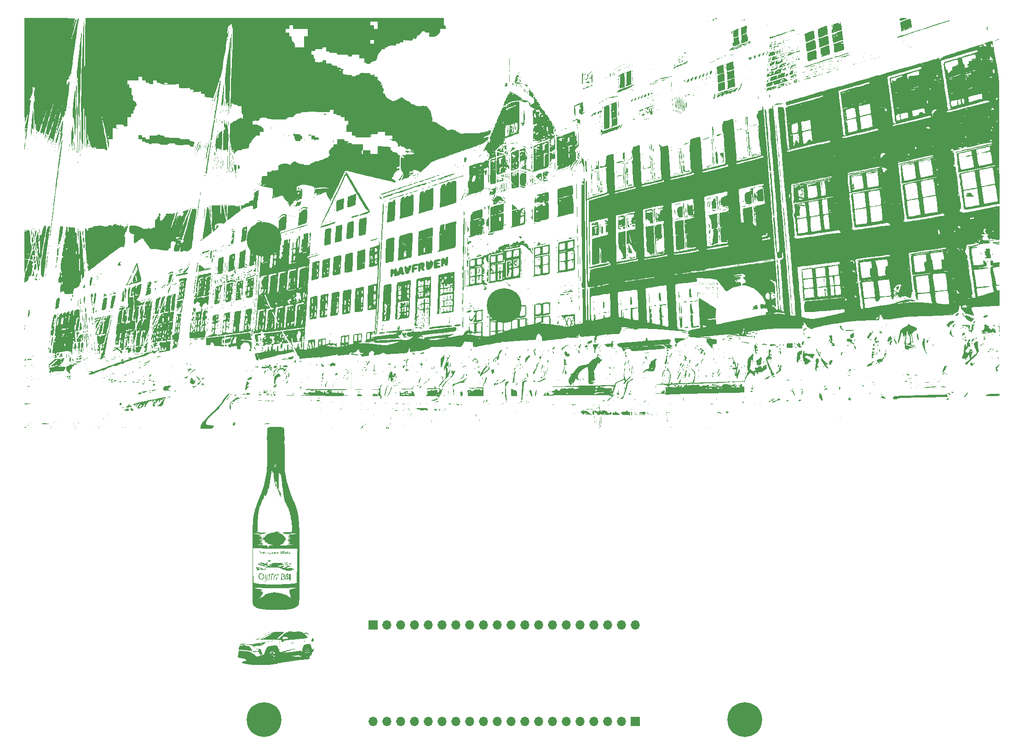
<source format=gbr>
%TF.GenerationSoftware,KiCad,Pcbnew,(7.0.0)*%
%TF.CreationDate,2023-12-08T21:12:49-05:00*%
%TF.ProjectId,Coaster-Graphics,436f6173-7465-4722-9d47-726170686963,rev?*%
%TF.SameCoordinates,Original*%
%TF.FileFunction,Soldermask,Top*%
%TF.FilePolarity,Negative*%
%FSLAX46Y46*%
G04 Gerber Fmt 4.6, Leading zero omitted, Abs format (unit mm)*
G04 Created by KiCad (PCBNEW (7.0.0)) date 2023-12-08 21:12:49*
%MOMM*%
%LPD*%
G01*
G04 APERTURE LIST*
%ADD10C,6.400000*%
%ADD11O,1.700000X1.700000*%
%ADD12R,1.700000X1.700000*%
%ADD13C,3.600000*%
G04 APERTURE END LIST*
%TO.C,G\u002A\u002A\u002A*%
G36*
X97413499Y-131436028D02*
G01*
X98158402Y-131436028D01*
X98168489Y-131439299D01*
X98174567Y-131439665D01*
X98202319Y-131438245D01*
X98255772Y-131433546D01*
X98329662Y-131426107D01*
X98418719Y-131416464D01*
X98517678Y-131405156D01*
X98549014Y-131401459D01*
X98637499Y-131390874D01*
X102072016Y-131390874D01*
X102076114Y-131456683D01*
X102086888Y-131499178D01*
X102102904Y-131516137D01*
X102122729Y-131505338D01*
X102126802Y-131499083D01*
X102500357Y-131499083D01*
X102503155Y-131528903D01*
X102522658Y-131570937D01*
X102533718Y-131588099D01*
X102545763Y-131620967D01*
X102538817Y-131637227D01*
X102534805Y-131660844D01*
X102552767Y-131699410D01*
X102561987Y-131713580D01*
X102588476Y-131756179D01*
X102607354Y-131792908D01*
X102610517Y-131801195D01*
X102623362Y-131822250D01*
X102632886Y-131823555D01*
X102643608Y-131831730D01*
X102654109Y-131861907D01*
X102656144Y-131871580D01*
X102665328Y-131908038D01*
X102679494Y-131920839D01*
X102707124Y-131917332D01*
X102708530Y-131916981D01*
X102741217Y-131907356D01*
X102756287Y-131900604D01*
X102753271Y-131883753D01*
X102737019Y-131847142D01*
X102711127Y-131797289D01*
X102679191Y-131740710D01*
X102644804Y-131683921D01*
X102632063Y-131664572D01*
X102779092Y-131664572D01*
X102781234Y-131673847D01*
X102789494Y-131674973D01*
X102802336Y-131669265D01*
X102799895Y-131664572D01*
X102781379Y-131662705D01*
X102779092Y-131664572D01*
X102632063Y-131664572D01*
X102611564Y-131633440D01*
X102599971Y-131617254D01*
X102568738Y-131571448D01*
X102547004Y-131532832D01*
X102539862Y-131511819D01*
X102534801Y-131503352D01*
X102664678Y-131503352D01*
X102678134Y-131514597D01*
X102707583Y-131518715D01*
X102734822Y-131516385D01*
X102733998Y-131508315D01*
X102727086Y-131503352D01*
X102694131Y-131489519D01*
X102670351Y-131492105D01*
X102664678Y-131503352D01*
X102534801Y-131503352D01*
X102527305Y-131490811D01*
X102515408Y-131487750D01*
X102500357Y-131499083D01*
X102126802Y-131499083D01*
X102134345Y-131487499D01*
X102142250Y-131461890D01*
X102125773Y-131446201D01*
X102115391Y-131441682D01*
X102091995Y-131431141D01*
X102096804Y-131427455D01*
X102110808Y-131427010D01*
X102145760Y-131429737D01*
X102194071Y-131436903D01*
X102207753Y-131439425D01*
X102254613Y-131444758D01*
X102277513Y-131438672D01*
X102278708Y-131436508D01*
X102294874Y-131429979D01*
X102317258Y-131438709D01*
X102362122Y-131448255D01*
X102391638Y-131440946D01*
X102427366Y-131428332D01*
X102442723Y-131427658D01*
X102446222Y-131439068D01*
X102446250Y-131441864D01*
X102436847Y-131451509D01*
X102431726Y-131449411D01*
X102411688Y-131451368D01*
X102407403Y-131456291D01*
X102407639Y-131469707D01*
X102426725Y-131470624D01*
X102455276Y-131459830D01*
X102469055Y-131451112D01*
X102487290Y-131428028D01*
X102486718Y-131412107D01*
X102462310Y-131396710D01*
X102429401Y-131396419D01*
X102406794Y-131410471D01*
X102386827Y-131414690D01*
X102347355Y-131397639D01*
X102342573Y-131394869D01*
X102317672Y-131381126D01*
X102565209Y-131381126D01*
X102569078Y-131390315D01*
X102592920Y-131410221D01*
X102639696Y-131436340D01*
X102702598Y-131465450D01*
X102774817Y-131494329D01*
X102828499Y-131513085D01*
X102889972Y-131531886D01*
X102935798Y-131543482D01*
X102962695Y-131547499D01*
X102967381Y-131543562D01*
X102946574Y-131531299D01*
X102932591Y-131524939D01*
X102880664Y-131502266D01*
X102910549Y-131451615D01*
X102919086Y-131433143D01*
X102945513Y-131433143D01*
X102953314Y-131440944D01*
X102961115Y-131433143D01*
X102953314Y-131425342D01*
X102945513Y-131433143D01*
X102919086Y-131433143D01*
X102929611Y-131410368D01*
X102929087Y-131377657D01*
X102924157Y-131364486D01*
X102914138Y-131346115D01*
X102899663Y-131336099D01*
X102873279Y-131332997D01*
X102827534Y-131335370D01*
X102790180Y-131338599D01*
X102715299Y-131347697D01*
X102669653Y-131359356D01*
X102651318Y-131374451D01*
X102658370Y-131393862D01*
X102661557Y-131397258D01*
X102679119Y-131422111D01*
X102673566Y-131433045D01*
X102650113Y-131425897D01*
X102625490Y-131399026D01*
X102615008Y-131368044D01*
X102605520Y-131335154D01*
X102592555Y-131320594D01*
X102576130Y-131328059D01*
X102565459Y-131352855D01*
X102565209Y-131381126D01*
X102317672Y-131381126D01*
X102298999Y-131370820D01*
X102279762Y-131364901D01*
X102283780Y-131377142D01*
X102299514Y-131396160D01*
X102313591Y-131413339D01*
X102311380Y-131417708D01*
X102288985Y-131408680D01*
X102247886Y-131388380D01*
X102200178Y-131360419D01*
X102163243Y-131331719D01*
X102149335Y-131315234D01*
X102139923Y-131265950D01*
X102153313Y-131197375D01*
X102185542Y-131118605D01*
X102210628Y-131079006D01*
X102240793Y-131047269D01*
X102269266Y-131028712D01*
X102289277Y-131028651D01*
X102293099Y-131034165D01*
X102310130Y-131040870D01*
X102344975Y-131039920D01*
X102348738Y-131039390D01*
X102386106Y-131028097D01*
X102400221Y-131005796D01*
X102400974Y-130998417D01*
X102405916Y-130993655D01*
X102417286Y-131014263D01*
X102430928Y-131050895D01*
X102459353Y-131136705D01*
X102457114Y-130996288D01*
X102617872Y-130996288D01*
X102625673Y-131004089D01*
X102633474Y-130996288D01*
X102625673Y-130988487D01*
X102617872Y-130996288D01*
X102457114Y-130996288D01*
X102456702Y-130970445D01*
X102456479Y-130901369D01*
X102457947Y-130844344D01*
X102460825Y-130806283D01*
X102463820Y-130794255D01*
X102484497Y-130785342D01*
X102522448Y-130776455D01*
X102528982Y-130775338D01*
X102572630Y-130773565D01*
X102606095Y-130789766D01*
X102625236Y-130807209D01*
X102656642Y-130834151D01*
X102681169Y-130847692D01*
X102683971Y-130848069D01*
X102688664Y-130855536D01*
X102677332Y-130867571D01*
X102657219Y-130893669D01*
X102643758Y-130928368D01*
X102640118Y-130959704D01*
X102648749Y-130975494D01*
X102662155Y-130992945D01*
X102673363Y-131027835D01*
X102673551Y-131028770D01*
X102675762Y-131062633D01*
X102663540Y-131092929D01*
X102632153Y-131130891D01*
X102629182Y-131134056D01*
X102587557Y-131170084D01*
X102544423Y-131195309D01*
X102527873Y-131200731D01*
X102492355Y-131214269D01*
X102476182Y-131243032D01*
X102473032Y-131259265D01*
X102469452Y-131295048D01*
X102471053Y-131314316D01*
X102471267Y-131314593D01*
X102486769Y-131310790D01*
X102518773Y-131292751D01*
X102559546Y-131265894D01*
X102601354Y-131235637D01*
X102636463Y-131207400D01*
X102657141Y-131186599D01*
X102659285Y-131182861D01*
X102679010Y-131162537D01*
X102689630Y-131160108D01*
X102709123Y-131147908D01*
X102737530Y-131116284D01*
X102762070Y-131081944D01*
X102801275Y-131030022D01*
X102833507Y-131008117D01*
X102861106Y-131016467D01*
X102886413Y-131055308D01*
X102902433Y-131096117D01*
X102917085Y-131145690D01*
X102924320Y-131184915D01*
X102923694Y-131200613D01*
X102904862Y-131217046D01*
X102867238Y-131233514D01*
X102852705Y-131237902D01*
X102809294Y-131255449D01*
X102788596Y-131275126D01*
X102791623Y-131291458D01*
X102819382Y-131298970D01*
X102841650Y-131297851D01*
X102880122Y-131297115D01*
X102907938Y-131309773D01*
X102933921Y-131341753D01*
X102951870Y-131371921D01*
X102965537Y-131394981D01*
X102972382Y-131399953D01*
X102973473Y-131383014D01*
X102969880Y-131340339D01*
X102967464Y-131316128D01*
X102943624Y-131169139D01*
X102904337Y-131038991D01*
X102851273Y-130928058D01*
X102786101Y-130838715D01*
X102710489Y-130773336D01*
X102626106Y-130734295D01*
X102550942Y-130723596D01*
X102475246Y-130737472D01*
X102396237Y-130777247D01*
X102319414Y-130838884D01*
X102250273Y-130918347D01*
X102217244Y-130968641D01*
X102188774Y-131024421D01*
X102158303Y-131096059D01*
X102128654Y-131175346D01*
X102102652Y-131254073D01*
X102083120Y-131324029D01*
X102072883Y-131377005D01*
X102072016Y-131390874D01*
X98637499Y-131390874D01*
X98686553Y-131385006D01*
X98832712Y-131367334D01*
X98984134Y-131348863D01*
X99137461Y-131330016D01*
X99289333Y-131311214D01*
X99436394Y-131292878D01*
X99575283Y-131275431D01*
X99702644Y-131259293D01*
X99815119Y-131244886D01*
X99909348Y-131232632D01*
X99981973Y-131222952D01*
X100029637Y-131216268D01*
X100047448Y-131213379D01*
X100090354Y-131204435D01*
X100090354Y-130979446D01*
X100089713Y-130899695D01*
X100087951Y-130832377D01*
X100085309Y-130782994D01*
X100082024Y-130757045D01*
X100080540Y-130754457D01*
X100062140Y-130759459D01*
X100022462Y-130772684D01*
X99969465Y-130791459D01*
X99959624Y-130795040D01*
X99923253Y-130807950D01*
X99860609Y-130829756D01*
X99774970Y-130859332D01*
X99669617Y-130895553D01*
X99547827Y-130937294D01*
X99412879Y-130983431D01*
X99268052Y-131032839D01*
X99116625Y-131084392D01*
X99073634Y-131099009D01*
X98875055Y-131166672D01*
X98704519Y-131225177D01*
X98560430Y-131275128D01*
X98441195Y-131317130D01*
X98345219Y-131351785D01*
X98270907Y-131379700D01*
X98216664Y-131401477D01*
X98180895Y-131417721D01*
X98162006Y-131429037D01*
X98158402Y-131436028D01*
X97413499Y-131436028D01*
X97437811Y-131418663D01*
X97482656Y-131409742D01*
X97483502Y-131409740D01*
X97513526Y-131396047D01*
X97524881Y-131372104D01*
X97526793Y-131346336D01*
X97527166Y-131293648D01*
X97526155Y-131218279D01*
X97523917Y-131124468D01*
X97520608Y-131016454D01*
X97516385Y-130898474D01*
X97511403Y-130774768D01*
X97505820Y-130649573D01*
X97499792Y-130527129D01*
X97493475Y-130411675D01*
X97487026Y-130307447D01*
X97483954Y-130262995D01*
X97462764Y-130018307D01*
X97436200Y-129801367D01*
X97403695Y-129609093D01*
X97364683Y-129438402D01*
X97318599Y-129286211D01*
X97290743Y-129211062D01*
X97271749Y-129160463D01*
X97259540Y-129122560D01*
X97256643Y-129105243D01*
X97256769Y-129105077D01*
X97265775Y-129114189D01*
X97281625Y-129147492D01*
X97302221Y-129199279D01*
X97325465Y-129263846D01*
X97349259Y-129335489D01*
X97371504Y-129408501D01*
X97381593Y-129444486D01*
X97407633Y-129550072D01*
X97431108Y-129666004D01*
X97452255Y-129794663D01*
X97471306Y-129938431D01*
X97488495Y-130099690D01*
X97504057Y-130280821D01*
X97518225Y-130484207D01*
X97531234Y-130712228D01*
X97543316Y-130967267D01*
X97551976Y-131179403D01*
X97555326Y-131241653D01*
X97559787Y-131291297D01*
X97564590Y-131320618D01*
X97566475Y-131324968D01*
X97584650Y-131324239D01*
X97612188Y-131310513D01*
X97625388Y-131303369D01*
X97645535Y-131295067D01*
X97674435Y-131285155D01*
X97713892Y-131273177D01*
X97765711Y-131258681D01*
X97831697Y-131241213D01*
X97913656Y-131220319D01*
X98013391Y-131195545D01*
X98132709Y-131166438D01*
X98273413Y-131132543D01*
X98437310Y-131093408D01*
X98626204Y-131048579D01*
X98841899Y-130997600D01*
X99084027Y-130940532D01*
X99256653Y-130899852D01*
X99420171Y-130861254D01*
X99572074Y-130825333D01*
X99709858Y-130792684D01*
X99831017Y-130763904D01*
X99933045Y-130739588D01*
X100013438Y-130720331D01*
X100069690Y-130706729D01*
X100099294Y-130699378D01*
X100103313Y-130698239D01*
X100106171Y-130682264D01*
X100110303Y-130641089D01*
X100115189Y-130580665D01*
X100120310Y-130506947D01*
X100121107Y-130494466D01*
X100133741Y-130294199D01*
X100132764Y-130488807D01*
X100132544Y-130569551D01*
X100133485Y-130624434D01*
X100136553Y-130658796D01*
X100142713Y-130677979D01*
X100152931Y-130687324D01*
X100168171Y-130692174D01*
X100169578Y-130692514D01*
X100207368Y-130701612D01*
X100172452Y-130710923D01*
X100141205Y-130731706D01*
X100121745Y-130761764D01*
X100117139Y-130787466D01*
X100113058Y-130834754D01*
X100109657Y-130896918D01*
X100107090Y-130967251D01*
X100105511Y-131039042D01*
X100105074Y-131105583D01*
X100105935Y-131160164D01*
X100108245Y-131196077D01*
X100111516Y-131206914D01*
X100127703Y-131204854D01*
X100171316Y-131198990D01*
X100238873Y-131189800D01*
X100326890Y-131177760D01*
X100431885Y-131163346D01*
X100550375Y-131147034D01*
X100677087Y-131129549D01*
X100808469Y-131111540D01*
X100932406Y-131094822D01*
X101044928Y-131079909D01*
X101142063Y-131067317D01*
X101219841Y-131057561D01*
X101274289Y-131051157D01*
X101300171Y-131048679D01*
X101356259Y-131054404D01*
X101409047Y-131080127D01*
X101462480Y-131128828D01*
X101520506Y-131203488D01*
X101536659Y-131227259D01*
X101569916Y-131275179D01*
X101596708Y-131309913D01*
X101612588Y-131325833D01*
X101614668Y-131326007D01*
X101622636Y-131307274D01*
X101632860Y-131270475D01*
X101634935Y-131261578D01*
X101640048Y-131224010D01*
X101633663Y-131190329D01*
X101612645Y-131148488D01*
X101600168Y-131127940D01*
X101580047Y-131092150D01*
X101566818Y-131057173D01*
X101561017Y-131018723D01*
X101563178Y-130972509D01*
X101573836Y-130914246D01*
X101593525Y-130839645D01*
X101622781Y-130744418D01*
X101662138Y-130624278D01*
X101663474Y-130620262D01*
X101717083Y-130462035D01*
X101764085Y-130330923D01*
X101806266Y-130223983D01*
X101845410Y-130138276D01*
X101883301Y-130070860D01*
X101921722Y-130018796D01*
X101962459Y-129979141D01*
X102007296Y-129948955D01*
X102058017Y-129925297D01*
X102092728Y-129912776D01*
X102202005Y-129881831D01*
X102328905Y-129854733D01*
X102465407Y-129832456D01*
X102603487Y-129815976D01*
X102735123Y-129806269D01*
X102852290Y-129804309D01*
X102938533Y-129809950D01*
X102999114Y-129822216D01*
X103048704Y-129844910D01*
X103090736Y-129882040D01*
X103128642Y-129937614D01*
X103165856Y-130015638D01*
X103205810Y-130120120D01*
X103206913Y-130123216D01*
X103241804Y-130224761D01*
X103275926Y-130330353D01*
X103307762Y-130434661D01*
X103335799Y-130532353D01*
X103358520Y-130618099D01*
X103374411Y-130686567D01*
X103381957Y-130732426D01*
X103382368Y-130740604D01*
X103376144Y-130786582D01*
X103360941Y-130837750D01*
X103358761Y-130843165D01*
X103343092Y-130886729D01*
X103343930Y-130903837D01*
X103361729Y-130894779D01*
X103392405Y-130864732D01*
X103455347Y-130819555D01*
X103518856Y-130797704D01*
X103566802Y-130784816D01*
X103594309Y-130769203D01*
X103611463Y-130741682D01*
X103626087Y-130700066D01*
X103642497Y-130653415D01*
X103656824Y-130619413D01*
X103662711Y-130609429D01*
X103670867Y-130617560D01*
X103682741Y-130650048D01*
X103696182Y-130700602D01*
X103700640Y-130720384D01*
X103713733Y-130785876D01*
X103719192Y-130833789D01*
X103717163Y-130876760D01*
X103707796Y-130927428D01*
X103703294Y-130947241D01*
X103680873Y-131035917D01*
X103657276Y-131104479D01*
X103627537Y-131160562D01*
X103586688Y-131211799D01*
X103529765Y-131265825D01*
X103456658Y-131326380D01*
X103351525Y-131410781D01*
X103361335Y-131571113D01*
X103364754Y-131675343D01*
X103360395Y-131750833D01*
X103352354Y-131788382D01*
X103333564Y-131845318D01*
X103216656Y-131849857D01*
X103099749Y-131854396D01*
X103061229Y-131968929D01*
X103021026Y-132077586D01*
X102977011Y-132171058D01*
X102921483Y-132265121D01*
X102902246Y-132294584D01*
X102874849Y-132337882D01*
X102857317Y-132369604D01*
X102853437Y-132382330D01*
X102870471Y-132390059D01*
X102907105Y-132404530D01*
X102933990Y-132414657D01*
X102993171Y-132442781D01*
X103024307Y-132472074D01*
X103026363Y-132500914D01*
X103003979Y-132524186D01*
X102952976Y-132547584D01*
X102872026Y-132570971D01*
X102762385Y-132594138D01*
X102625312Y-132616877D01*
X102462062Y-132638979D01*
X102273893Y-132660236D01*
X102064002Y-132680268D01*
X101951039Y-132690214D01*
X101820545Y-132701721D01*
X101686070Y-132713594D01*
X101561166Y-132724636D01*
X101517933Y-132728462D01*
X101392649Y-132740632D01*
X101239455Y-132757338D01*
X101061255Y-132778189D01*
X100860950Y-132802796D01*
X100641444Y-132830771D01*
X100405641Y-132861723D01*
X100156442Y-132895263D01*
X99896752Y-132931002D01*
X99629472Y-132968550D01*
X99357507Y-133007518D01*
X99083759Y-133047517D01*
X98811131Y-133088155D01*
X98615968Y-133117776D01*
X98506456Y-133134435D01*
X98384233Y-133152875D01*
X98263005Y-133171036D01*
X98156473Y-133186861D01*
X98140108Y-133189274D01*
X97907195Y-133225777D01*
X97667809Y-133267377D01*
X97431669Y-133312240D01*
X97208492Y-133358529D01*
X97032368Y-133398548D01*
X96748195Y-133462482D01*
X96470974Y-133516567D01*
X96193072Y-133561934D01*
X95906851Y-133599714D01*
X95604677Y-133631036D01*
X95292749Y-133656061D01*
X95141593Y-133665126D01*
X94964668Y-133673033D01*
X94767390Y-133679702D01*
X94555175Y-133685052D01*
X94333440Y-133689003D01*
X94107600Y-133691475D01*
X93883071Y-133692388D01*
X93665270Y-133691661D01*
X93459614Y-133689214D01*
X93295698Y-133685649D01*
X92980466Y-133674520D01*
X92684871Y-133658549D01*
X92397611Y-133636976D01*
X92107386Y-133609045D01*
X92031938Y-133600857D01*
X91905657Y-133586830D01*
X91805938Y-133575635D01*
X91728325Y-133566698D01*
X91668365Y-133559446D01*
X91621602Y-133553303D01*
X91583580Y-133547697D01*
X91549845Y-133542054D01*
X91515940Y-133535799D01*
X91493671Y-133531515D01*
X91431547Y-133520294D01*
X91370436Y-133510530D01*
X91345452Y-133507084D01*
X91286737Y-133498963D01*
X91243159Y-133491430D01*
X91221720Y-133485741D01*
X91220636Y-133484695D01*
X91207561Y-133481063D01*
X91189432Y-133478369D01*
X91136311Y-133469358D01*
X91062672Y-133453598D01*
X90977869Y-133433363D01*
X90891254Y-133410925D01*
X90812183Y-133388556D01*
X90783781Y-133379826D01*
X90671270Y-133339515D01*
X90589444Y-133299446D01*
X90537792Y-133259123D01*
X90515803Y-133218048D01*
X90522966Y-133175724D01*
X90543943Y-133146286D01*
X90598683Y-133102843D01*
X90681157Y-133059894D01*
X90787901Y-133018604D01*
X90915453Y-132980141D01*
X90925558Y-132977737D01*
X95753007Y-132977737D01*
X95760808Y-132985538D01*
X95761793Y-132984553D01*
X95948091Y-132984553D01*
X95949050Y-132987186D01*
X95977787Y-133010344D01*
X96020845Y-133024180D01*
X96057245Y-133024145D01*
X96100802Y-133017961D01*
X96120572Y-133016955D01*
X96157932Y-133007146D01*
X96182980Y-132992182D01*
X96197930Y-132978092D01*
X96191064Y-132979169D01*
X96131559Y-132998686D01*
X96063132Y-133004844D01*
X96001859Y-132996574D01*
X95990423Y-132992500D01*
X95959861Y-132982527D01*
X95948091Y-132984553D01*
X95761793Y-132984553D01*
X95768609Y-132977737D01*
X95760808Y-132969936D01*
X95753007Y-132977737D01*
X90925558Y-132977737D01*
X90970833Y-132966966D01*
X95787144Y-132966966D01*
X95803316Y-132965092D01*
X95847787Y-132952761D01*
X95860958Y-132948848D01*
X95898486Y-132934605D01*
X95914382Y-132922006D01*
X95912149Y-132917259D01*
X95888465Y-132917182D01*
X95850371Y-132930141D01*
X95835402Y-132937422D01*
X95798197Y-132957902D01*
X95787144Y-132966966D01*
X90970833Y-132966966D01*
X91060349Y-132945670D01*
X91219125Y-132916357D01*
X91233323Y-132914114D01*
X91304218Y-132902379D01*
X91317588Y-132899867D01*
X96197870Y-132899867D01*
X96200844Y-132922731D01*
X96201271Y-132924381D01*
X96210523Y-132945294D01*
X96217755Y-132940865D01*
X96214309Y-132912604D01*
X96208092Y-132903916D01*
X96197870Y-132899867D01*
X91317588Y-132899867D01*
X91362215Y-132891482D01*
X91401309Y-132882642D01*
X91415492Y-132877104D01*
X91402937Y-132865608D01*
X91370180Y-132843706D01*
X91324303Y-132816131D01*
X91324143Y-132816039D01*
X91233072Y-132754441D01*
X91232270Y-132753763D01*
X95574977Y-132753763D01*
X95592135Y-132762994D01*
X95619269Y-132767370D01*
X95640433Y-132765185D01*
X95643793Y-132761129D01*
X95630555Y-132754094D01*
X95605261Y-132747780D01*
X95579620Y-132746685D01*
X95574977Y-132753763D01*
X91232270Y-132753763D01*
X91160768Y-132693319D01*
X96455433Y-132693319D01*
X96464952Y-132700518D01*
X96489840Y-132690892D01*
X96523138Y-132669412D01*
X96557885Y-132641050D01*
X96587123Y-132610779D01*
X96601744Y-132588794D01*
X96631424Y-132520864D01*
X96652799Y-132461168D01*
X96663949Y-132416006D01*
X96662956Y-132391679D01*
X96662124Y-132390644D01*
X96640458Y-132381382D01*
X96599880Y-132372050D01*
X96579911Y-132368855D01*
X96538910Y-132363699D01*
X96525263Y-132364634D01*
X96535501Y-132372879D01*
X96548236Y-132379984D01*
X96585281Y-132409885D01*
X96609473Y-132441366D01*
X96621367Y-132467660D01*
X96621756Y-132492616D01*
X96609226Y-132527143D01*
X96594343Y-132558155D01*
X96551406Y-132623606D01*
X96506140Y-132657897D01*
X96472684Y-132676437D01*
X96455883Y-132691604D01*
X96455433Y-132693319D01*
X91160768Y-132693319D01*
X91139557Y-132675388D01*
X91058196Y-132591962D01*
X95948014Y-132591962D01*
X95950382Y-132603790D01*
X95962584Y-132625040D01*
X95969977Y-132615960D01*
X95971435Y-132594568D01*
X95965674Y-132572816D01*
X95956514Y-132571665D01*
X95948014Y-132591962D01*
X91058196Y-132591962D01*
X91055458Y-132589155D01*
X91036637Y-132566875D01*
X91017728Y-132545268D01*
X90998106Y-132529550D01*
X90971673Y-132517645D01*
X90932334Y-132507480D01*
X90873991Y-132496980D01*
X90795387Y-132484802D01*
X90704175Y-132471275D01*
X90609052Y-132457599D01*
X90522203Y-132445507D01*
X90463941Y-132437757D01*
X90395394Y-132427190D01*
X90332311Y-132414374D01*
X90286101Y-132401700D01*
X90278712Y-132398914D01*
X90230931Y-132385824D01*
X90171038Y-132378020D01*
X90145027Y-132377062D01*
X90078773Y-132372083D01*
X90007911Y-132359560D01*
X89983851Y-132353274D01*
X89893483Y-132315271D01*
X89828430Y-132261360D01*
X89795570Y-132203798D01*
X95378920Y-132203798D01*
X95383543Y-132215451D01*
X95389486Y-132225238D01*
X95427778Y-132283622D01*
X95461432Y-132330584D01*
X95486651Y-132361144D01*
X95499640Y-132370326D01*
X95499935Y-132370101D01*
X95495208Y-132354845D01*
X95494481Y-132353659D01*
X95815415Y-132353659D01*
X95823216Y-132361460D01*
X95831017Y-132353659D01*
X95823216Y-132345858D01*
X95815415Y-132353659D01*
X95494481Y-132353659D01*
X95475450Y-132322619D01*
X95869740Y-132322619D01*
X95876568Y-132319327D01*
X95877457Y-132318554D01*
X95903319Y-132301956D01*
X95914268Y-132299052D01*
X95922028Y-132312315D01*
X95921842Y-132345704D01*
X95915253Y-132389619D01*
X95903805Y-132434460D01*
X95889041Y-132470629D01*
X95885816Y-132475992D01*
X95870914Y-132501796D01*
X95876682Y-132510148D01*
X95896795Y-132509717D01*
X95929734Y-132494792D01*
X95959879Y-132461612D01*
X95977977Y-132411750D01*
X95982445Y-132351650D01*
X95973525Y-132295000D01*
X95956328Y-132260644D01*
X95930992Y-132239573D01*
X95913110Y-132240986D01*
X95909027Y-132254918D01*
X95899807Y-132279784D01*
X95882137Y-132305624D01*
X95869740Y-132322619D01*
X95475450Y-132322619D01*
X95475383Y-132322510D01*
X95447640Y-132283973D01*
X95413630Y-132240748D01*
X95389836Y-132213126D01*
X95378920Y-132203798D01*
X89795570Y-132203798D01*
X89787419Y-132189519D01*
X89784373Y-132174194D01*
X96065046Y-132174194D01*
X96074770Y-132193100D01*
X96099283Y-132224709D01*
X96112426Y-132239582D01*
X96143953Y-132279575D01*
X96165432Y-132317033D01*
X96168775Y-132326558D01*
X96168498Y-132359729D01*
X96155574Y-132388319D01*
X96136218Y-132401810D01*
X96125730Y-132399399D01*
X96125254Y-132406283D01*
X96138558Y-132433005D01*
X96154802Y-132460669D01*
X96183865Y-132501340D01*
X96205441Y-132517922D01*
X96212485Y-132516169D01*
X96237371Y-132502501D01*
X96250839Y-132517395D01*
X96252270Y-132532066D01*
X96257791Y-132569370D01*
X96268239Y-132604256D01*
X96282501Y-132631785D01*
X96303874Y-132640715D01*
X96340381Y-132637143D01*
X96379184Y-132629355D01*
X96402189Y-132621953D01*
X96403686Y-132620896D01*
X96401291Y-132603365D01*
X96384344Y-132567152D01*
X96356764Y-132518266D01*
X96322470Y-132462716D01*
X96285380Y-132406512D01*
X96249413Y-132355661D01*
X96218488Y-132316175D01*
X96196523Y-132294060D01*
X96189048Y-132291754D01*
X96176121Y-132288057D01*
X96174260Y-132278239D01*
X96161593Y-132253707D01*
X96149202Y-132245969D01*
X96131886Y-132228274D01*
X96134226Y-132196186D01*
X96137138Y-132170506D01*
X96290241Y-132170506D01*
X96305577Y-132173004D01*
X96325813Y-132170136D01*
X96326054Y-132164810D01*
X96305173Y-132161085D01*
X96296151Y-132163578D01*
X96290241Y-132170506D01*
X96137138Y-132170506D01*
X96137305Y-132169030D01*
X96129412Y-132165225D01*
X96111980Y-132162470D01*
X96108364Y-132155969D01*
X96094099Y-132146818D01*
X96074649Y-132155106D01*
X96065046Y-132174194D01*
X89784373Y-132174194D01*
X89769175Y-132097728D01*
X89769728Y-132013707D01*
X89792970Y-131783668D01*
X89831281Y-131531665D01*
X89840493Y-131479949D01*
X89863527Y-131355167D01*
X89882603Y-131257626D01*
X89898912Y-131183791D01*
X89913645Y-131130127D01*
X89927994Y-131093098D01*
X89943149Y-131069170D01*
X89960303Y-131054807D01*
X89980647Y-131046474D01*
X89987172Y-131044716D01*
X90015458Y-131042783D01*
X90068667Y-131043719D01*
X90140677Y-131047248D01*
X90225365Y-131053091D01*
X90288055Y-131058333D01*
X90393681Y-131067542D01*
X90518775Y-131078040D01*
X90651679Y-131088873D01*
X90780738Y-131099087D01*
X90861791Y-131105301D01*
X90965819Y-131113499D01*
X91067066Y-131122126D01*
X91158438Y-131130530D01*
X91232843Y-131138058D01*
X91283044Y-131144039D01*
X91337816Y-131150966D01*
X91414981Y-131159774D01*
X91505860Y-131169518D01*
X91601770Y-131179252D01*
X91642368Y-131183196D01*
X91731486Y-131192312D01*
X91813228Y-131201755D01*
X91880924Y-131210675D01*
X91927908Y-131218221D01*
X91942610Y-131221507D01*
X92005548Y-131245229D01*
X92085132Y-131285291D01*
X92182215Y-131342277D01*
X92297652Y-131416770D01*
X92432296Y-131509351D01*
X92587001Y-131620603D01*
X92762622Y-131751109D01*
X92960011Y-131901452D01*
X93114171Y-132020814D01*
X93180003Y-132070953D01*
X93227919Y-132104003D01*
X93263711Y-132123162D01*
X93293172Y-132131630D01*
X93316996Y-132132828D01*
X93363022Y-132125999D01*
X93375100Y-132123010D01*
X95910609Y-132123010D01*
X95926242Y-132119737D01*
X95929202Y-132118626D01*
X95948307Y-132106266D01*
X95948445Y-132099239D01*
X95931940Y-132100990D01*
X95920468Y-132109892D01*
X95910609Y-132123010D01*
X93375100Y-132123010D01*
X93432262Y-132108864D01*
X93448773Y-132104027D01*
X95799813Y-132104027D01*
X95807614Y-132111828D01*
X95815415Y-132104027D01*
X95807614Y-132096226D01*
X95799813Y-132104027D01*
X93448773Y-132104027D01*
X93502031Y-132088425D01*
X95753007Y-132088425D01*
X95760808Y-132096226D01*
X95768609Y-132088425D01*
X95760808Y-132080624D01*
X95753007Y-132088425D01*
X93502031Y-132088425D01*
X93519239Y-132083384D01*
X93552130Y-132072823D01*
X95706201Y-132072823D01*
X95714002Y-132080624D01*
X95721803Y-132072823D01*
X95714002Y-132065022D01*
X95706201Y-132072823D01*
X93552130Y-132072823D01*
X93618474Y-132051521D01*
X93724490Y-132015234D01*
X93726047Y-132014672D01*
X95380685Y-132014672D01*
X95383265Y-132045386D01*
X95387426Y-132046453D01*
X95388818Y-132040734D01*
X95633202Y-132040734D01*
X95643793Y-132049420D01*
X95672236Y-132062623D01*
X95682798Y-132064545D01*
X95685589Y-132058106D01*
X95674997Y-132049420D01*
X95646555Y-132036218D01*
X95635992Y-132034296D01*
X95633202Y-132040734D01*
X95388818Y-132040734D01*
X95389593Y-132037547D01*
X95397581Y-132023417D01*
X95586586Y-132023417D01*
X95588728Y-132032692D01*
X95596987Y-132033818D01*
X95609830Y-132028110D01*
X95607389Y-132023417D01*
X95588873Y-132021550D01*
X95586586Y-132023417D01*
X95397581Y-132023417D01*
X95404931Y-132010415D01*
X95550182Y-132010415D01*
X95557983Y-132018216D01*
X95565784Y-132010415D01*
X95564265Y-132008896D01*
X95740804Y-132008896D01*
X95756874Y-132025836D01*
X95793281Y-132050577D01*
X95846133Y-132080262D01*
X95873922Y-132094314D01*
X95877427Y-132083571D01*
X95877480Y-132082294D01*
X95987037Y-132082294D01*
X96000302Y-132089594D01*
X96024544Y-132090675D01*
X96038585Y-132087769D01*
X96271129Y-132087769D01*
X96281234Y-132094995D01*
X96315585Y-132107421D01*
X96367976Y-132123420D01*
X96432204Y-132141367D01*
X96502065Y-132159637D01*
X96571356Y-132176604D01*
X96633873Y-132190642D01*
X96683412Y-132200126D01*
X96712528Y-132203434D01*
X96715141Y-132199508D01*
X96692647Y-132188940D01*
X96649859Y-132173954D01*
X96646220Y-132172794D01*
X96589641Y-132151510D01*
X96556083Y-132131495D01*
X96548707Y-132119481D01*
X96555195Y-132093045D01*
X96563132Y-132072823D01*
X99271250Y-132072823D01*
X99661300Y-132082873D01*
X99803823Y-132086980D01*
X99956643Y-132092163D01*
X100116132Y-132098236D01*
X100278660Y-132105015D01*
X100440600Y-132112314D01*
X100598324Y-132119950D01*
X100748202Y-132127737D01*
X100886607Y-132135492D01*
X101009910Y-132143028D01*
X101114483Y-132150161D01*
X101196698Y-132156707D01*
X101252926Y-132162480D01*
X101268302Y-132164695D01*
X101302623Y-132168351D01*
X101352372Y-132171336D01*
X101373646Y-132172111D01*
X101447785Y-132174236D01*
X101436407Y-132153007D01*
X102326382Y-132153007D01*
X102326719Y-132153517D01*
X102343689Y-132152243D01*
X102375677Y-132140359D01*
X102375728Y-132140336D01*
X102406469Y-132129681D01*
X102427475Y-132137140D01*
X102450447Y-132164792D01*
X102477454Y-132194457D01*
X102507264Y-132202915D01*
X102537109Y-132199842D01*
X102577376Y-132190438D01*
X102603327Y-132179214D01*
X102604810Y-132177937D01*
X102600151Y-132171134D01*
X102572376Y-132170428D01*
X102561818Y-132171444D01*
X102504662Y-132167701D01*
X102459183Y-132143526D01*
X102424142Y-132121561D01*
X102395769Y-132118493D01*
X102366504Y-132128149D01*
X102336802Y-132142851D01*
X102326382Y-132153007D01*
X101436407Y-132153007D01*
X101416551Y-132115960D01*
X101399532Y-132080743D01*
X102587690Y-132080743D01*
X102591564Y-132088822D01*
X102600280Y-132100127D01*
X102623053Y-132124383D01*
X102633218Y-132124277D01*
X102633474Y-132121540D01*
X102622812Y-132108516D01*
X102606171Y-132094236D01*
X102587690Y-132080743D01*
X101399532Y-132080743D01*
X101397008Y-132075521D01*
X101386123Y-132045276D01*
X101385317Y-132039721D01*
X101379345Y-132030100D01*
X101358831Y-132021672D01*
X101319879Y-132013692D01*
X101258594Y-132005411D01*
X101171080Y-131996085D01*
X101143486Y-131993391D01*
X101078517Y-131985119D01*
X101038816Y-131973213D01*
X101038448Y-131972866D01*
X102205319Y-131972866D01*
X102222387Y-131983564D01*
X102245912Y-131987438D01*
X102258945Y-131981910D01*
X102259027Y-131981031D01*
X102246162Y-131972837D01*
X102227801Y-131966884D01*
X102206686Y-131965857D01*
X102205319Y-131972866D01*
X101038448Y-131972866D01*
X101018447Y-131954032D01*
X101011475Y-131923936D01*
X101011108Y-131912196D01*
X101007851Y-131889157D01*
X100992549Y-131881966D01*
X100956261Y-131886631D01*
X100954554Y-131886950D01*
X100908489Y-131890056D01*
X100890196Y-131879794D01*
X102421369Y-131879794D01*
X102421660Y-131915351D01*
X102428368Y-131945046D01*
X102438747Y-131955809D01*
X102443232Y-131941902D01*
X102443905Y-131932114D01*
X102784483Y-131932114D01*
X102785024Y-131939489D01*
X102786302Y-131939582D01*
X102810590Y-131929793D01*
X102841442Y-131905269D01*
X102842579Y-131904141D01*
X102862998Y-131875678D01*
X102885488Y-131832652D01*
X102906361Y-131784151D01*
X102921926Y-131739265D01*
X102928493Y-131707082D01*
X102926463Y-131697528D01*
X102908114Y-131690435D01*
X102871942Y-131681812D01*
X102866366Y-131680722D01*
X102812897Y-131670543D01*
X102856356Y-131705530D01*
X102880738Y-131728263D01*
X102891027Y-131751342D01*
X102887690Y-131783373D01*
X102871200Y-131832961D01*
X102864303Y-131851126D01*
X102837884Y-131891334D01*
X102806842Y-131916809D01*
X102784483Y-131932114D01*
X102443905Y-131932114D01*
X102445636Y-131906932D01*
X102445776Y-131889500D01*
X102444226Y-131850558D01*
X102439221Y-131839010D01*
X102429074Y-131851099D01*
X102428766Y-131851625D01*
X102421369Y-131879794D01*
X100890196Y-131879794D01*
X100885743Y-131877296D01*
X100873973Y-131868087D01*
X100849737Y-131864780D01*
X100807077Y-131867335D01*
X100740035Y-131875715D01*
X100735575Y-131876336D01*
X100672946Y-131886787D01*
X100622567Y-131898351D01*
X100592149Y-131909120D01*
X100587114Y-131913051D01*
X100565816Y-131924794D01*
X100524658Y-131934600D01*
X100474975Y-131941169D01*
X100428105Y-131943205D01*
X100395383Y-131939408D01*
X100388611Y-131935786D01*
X100366427Y-131930730D01*
X100320909Y-131931660D01*
X100259857Y-131938354D01*
X100189279Y-131947944D01*
X100118248Y-131956795D01*
X100066498Y-131962534D01*
X100005208Y-131971016D01*
X99934176Y-131984240D01*
X99894876Y-131993057D01*
X99847285Y-132002511D01*
X99776312Y-132013844D01*
X99689638Y-132025957D01*
X99594943Y-132037751D01*
X99536484Y-132044324D01*
X99271250Y-132072823D01*
X96563132Y-132072823D01*
X96571695Y-132051005D01*
X96583000Y-132026475D01*
X96617294Y-131955890D01*
X96663372Y-131998755D01*
X96709450Y-132041619D01*
X96672298Y-131990031D01*
X96641815Y-131955590D01*
X96615002Y-131945817D01*
X96603629Y-131947810D01*
X96573450Y-131953289D01*
X96522177Y-131959288D01*
X96459875Y-131964665D01*
X96447295Y-131965545D01*
X96371116Y-131971095D01*
X96322588Y-131976954D01*
X96298209Y-131985271D01*
X96294480Y-131998194D01*
X96307902Y-132017872D01*
X96327703Y-132038961D01*
X96362749Y-132077493D01*
X96374185Y-132098054D01*
X96361999Y-132103090D01*
X96327413Y-132095404D01*
X96291788Y-132087481D01*
X96271752Y-132087319D01*
X96271129Y-132087769D01*
X96038585Y-132087769D01*
X96050515Y-132085300D01*
X96055441Y-132077717D01*
X96043993Y-132072823D01*
X96236668Y-132072823D01*
X96244469Y-132080624D01*
X96252270Y-132072823D01*
X96244469Y-132065022D01*
X96236668Y-132072823D01*
X96043993Y-132072823D01*
X96037625Y-132070101D01*
X96010085Y-132070413D01*
X95989550Y-132077535D01*
X95987037Y-132082294D01*
X95877480Y-132082294D01*
X95877823Y-132074063D01*
X95871054Y-132064777D01*
X95926674Y-132064777D01*
X95949020Y-132067688D01*
X95979620Y-132060826D01*
X95987970Y-132057221D01*
X96205464Y-132057221D01*
X96213265Y-132065022D01*
X96221066Y-132057221D01*
X96213265Y-132049420D01*
X96205464Y-132057221D01*
X95987970Y-132057221D01*
X96015673Y-132045260D01*
X96020666Y-132030267D01*
X96019048Y-132028385D01*
X95990882Y-132021940D01*
X95964057Y-132030787D01*
X95930931Y-132051020D01*
X95926674Y-132064777D01*
X95871054Y-132064777D01*
X95864316Y-132055534D01*
X95831772Y-132041787D01*
X95831196Y-132041659D01*
X95795311Y-132030044D01*
X95775668Y-132017016D01*
X95753611Y-132003057D01*
X95748966Y-132002614D01*
X95740804Y-132008896D01*
X95564265Y-132008896D01*
X95557983Y-132002614D01*
X95550182Y-132010415D01*
X95404931Y-132010415D01*
X95407666Y-132005576D01*
X95440554Y-131979425D01*
X95472006Y-131965405D01*
X95487137Y-131967854D01*
X95493564Y-131979597D01*
X95510736Y-132000043D01*
X95519602Y-132002614D01*
X95520396Y-132001030D01*
X96149989Y-132001030D01*
X96159290Y-132026678D01*
X96161363Y-132029276D01*
X96178038Y-132043533D01*
X96189386Y-132029839D01*
X96191931Y-132023630D01*
X96201914Y-131983600D01*
X96204368Y-131959709D01*
X96199701Y-131930312D01*
X96185668Y-131928584D01*
X96166286Y-131954004D01*
X96160701Y-131965356D01*
X96149989Y-132001030D01*
X95520396Y-132001030D01*
X95523983Y-131993871D01*
X95512189Y-131977995D01*
X95479423Y-131938713D01*
X95467069Y-131900837D01*
X95473561Y-131853843D01*
X95487555Y-131812335D01*
X95526444Y-131722075D01*
X95565862Y-131658773D01*
X95608752Y-131618277D01*
X95635215Y-131604084D01*
X95672226Y-131582340D01*
X95693902Y-131557866D01*
X95695134Y-131554316D01*
X95698983Y-131545427D01*
X95698416Y-131561859D01*
X95700711Y-131589143D01*
X95708365Y-131596963D01*
X95721559Y-131585175D01*
X95721803Y-131582413D01*
X95726469Y-131571851D01*
X95744823Y-131562508D01*
X95783394Y-131551777D01*
X95819315Y-131543509D01*
X95853730Y-131526791D01*
X95863680Y-131499154D01*
X95868355Y-131494784D01*
X95879296Y-131515902D01*
X95894218Y-131557984D01*
X95895586Y-131562346D01*
X95916150Y-131620132D01*
X95932170Y-131647455D01*
X95943332Y-131644771D01*
X95949322Y-131612534D01*
X95949386Y-131604764D01*
X96174260Y-131604764D01*
X96182061Y-131612565D01*
X96189862Y-131604764D01*
X96182061Y-131596963D01*
X96174260Y-131604764D01*
X95949386Y-131604764D01*
X95949643Y-131573560D01*
X96189862Y-131573560D01*
X96197663Y-131581361D01*
X96205464Y-131573560D01*
X96197663Y-131565759D01*
X96189862Y-131573560D01*
X95949643Y-131573560D01*
X95949828Y-131551196D01*
X95948963Y-131534555D01*
X96205464Y-131534555D01*
X96211173Y-131547398D01*
X96215865Y-131544957D01*
X96217733Y-131526441D01*
X96215865Y-131524154D01*
X96206590Y-131526296D01*
X96205464Y-131534555D01*
X95948963Y-131534555D01*
X95946934Y-131495551D01*
X96221544Y-131495551D01*
X96227982Y-131498341D01*
X96236668Y-131487750D01*
X96249870Y-131459307D01*
X96251792Y-131448745D01*
X96245354Y-131445954D01*
X96236668Y-131456546D01*
X96223466Y-131484988D01*
X96221544Y-131495551D01*
X95946934Y-131495551D01*
X95946569Y-131488530D01*
X95942192Y-131417600D01*
X95941390Y-131370661D01*
X95945031Y-131340619D01*
X95953985Y-131320377D01*
X95969121Y-131302840D01*
X95969348Y-131302613D01*
X95996847Y-131282456D01*
X96034108Y-131272270D01*
X96091434Y-131269328D01*
X96095120Y-131269322D01*
X96148811Y-131270854D01*
X96182216Y-131278104D01*
X96206204Y-131295058D01*
X96224802Y-131316857D01*
X96251889Y-131347167D01*
X96274568Y-131355941D01*
X96304959Y-131348061D01*
X96347812Y-131334349D01*
X96365463Y-131333650D01*
X96356187Y-131344025D01*
X96318578Y-131363396D01*
X96279307Y-131383313D01*
X96255525Y-131400134D01*
X96252270Y-131405478D01*
X96260260Y-131425308D01*
X96280240Y-131459606D01*
X96288583Y-131472426D01*
X96321112Y-131524391D01*
X96334210Y-131561547D01*
X96327041Y-131594143D01*
X96298771Y-131632429D01*
X96273268Y-131660328D01*
X96199528Y-131731556D01*
X96135531Y-131776191D01*
X96078196Y-131796085D01*
X96045909Y-131796935D01*
X96010914Y-131796361D01*
X95995623Y-131809827D01*
X95989838Y-131844180D01*
X95987756Y-131898469D01*
X95997367Y-131925072D01*
X96022629Y-131926531D01*
X96067502Y-131905390D01*
X96076813Y-131900053D01*
X96163890Y-131845485D01*
X96227555Y-131795649D01*
X96274017Y-131745471D01*
X96285820Y-131729167D01*
X96319233Y-131691404D01*
X96347277Y-131683296D01*
X96347939Y-131683493D01*
X96375025Y-131675904D01*
X96415205Y-131640144D01*
X96439103Y-131613032D01*
X96488592Y-131560439D01*
X96528079Y-131535902D01*
X96561369Y-131539495D01*
X96592268Y-131571291D01*
X96617521Y-131616466D01*
X96641689Y-131671178D01*
X96660494Y-131722868D01*
X96667087Y-131747391D01*
X96670873Y-131775688D01*
X96664030Y-131793940D01*
X96640297Y-131808943D01*
X96593413Y-131827492D01*
X96593225Y-131827562D01*
X96538761Y-131852406D01*
X96513592Y-131874601D01*
X96518050Y-131892859D01*
X96552470Y-131905893D01*
X96572110Y-131909039D01*
X96618297Y-131910556D01*
X96652206Y-131896640D01*
X96679686Y-131872872D01*
X96724854Y-131828868D01*
X96711870Y-131782166D01*
X102394484Y-131782166D01*
X102395552Y-131797013D01*
X102407493Y-131799789D01*
X102431273Y-131787389D01*
X102447363Y-131766506D01*
X102457196Y-131727323D01*
X102456199Y-131677259D01*
X102455735Y-131674187D01*
X102453217Y-131628750D01*
X102464785Y-131609022D01*
X102465734Y-131608671D01*
X102469656Y-131598202D01*
X102448773Y-131582711D01*
X102417520Y-131569970D01*
X102404084Y-131577651D01*
X102406330Y-131608994D01*
X102413235Y-131636619D01*
X102421239Y-131691610D01*
X102409220Y-131742760D01*
X102407368Y-131747296D01*
X102394484Y-131782166D01*
X96711870Y-131782166D01*
X96698054Y-131732473D01*
X96647487Y-131594759D01*
X96578614Y-131474109D01*
X96494324Y-131372781D01*
X96397508Y-131293035D01*
X96291055Y-131237131D01*
X96177856Y-131207328D01*
X96060799Y-131205884D01*
X96030270Y-131210400D01*
X95901903Y-131249415D01*
X95781943Y-131317588D01*
X95672619Y-131413489D01*
X95622045Y-131472148D01*
X95567744Y-131549311D01*
X95515157Y-131638838D01*
X95467302Y-131733948D01*
X95427195Y-131827856D01*
X95397855Y-131913782D01*
X95382298Y-131984942D01*
X95380685Y-132014672D01*
X93726047Y-132014672D01*
X93831810Y-131976485D01*
X93934955Y-131937235D01*
X94028448Y-131899444D01*
X94106811Y-131865073D01*
X94164567Y-131836083D01*
X94188910Y-131820719D01*
X94227975Y-131782001D01*
X94236684Y-131744987D01*
X94215382Y-131705796D01*
X94200449Y-131690423D01*
X94161282Y-131653627D01*
X94108340Y-131711427D01*
X94062456Y-131750815D01*
X93998284Y-131792074D01*
X93940781Y-131821680D01*
X93873753Y-131851323D01*
X93823070Y-131871769D01*
X93791156Y-131882425D01*
X93780435Y-131882702D01*
X93793330Y-131872009D01*
X93832266Y-131849754D01*
X93837866Y-131846774D01*
X93883915Y-131819757D01*
X93916280Y-131795723D01*
X93927577Y-131780779D01*
X93917647Y-131758586D01*
X93892851Y-131725719D01*
X93882965Y-131714721D01*
X93849006Y-131674601D01*
X93803414Y-131615404D01*
X93751327Y-131544369D01*
X93697883Y-131468731D01*
X93648221Y-131395729D01*
X93607479Y-131332600D01*
X93586290Y-131296850D01*
X93545329Y-131222966D01*
X93440174Y-131222741D01*
X93396210Y-131224432D01*
X93326648Y-131229310D01*
X93236873Y-131236895D01*
X93132276Y-131246708D01*
X93018243Y-131258267D01*
X92911040Y-131269876D01*
X92799292Y-131281880D01*
X92697708Y-131291877D01*
X92610402Y-131299536D01*
X92541492Y-131304526D01*
X92495093Y-131306514D01*
X92475321Y-131305171D01*
X92475074Y-131304980D01*
X92472814Y-131285271D01*
X92477112Y-131245357D01*
X92485989Y-131195048D01*
X92497465Y-131144151D01*
X92509561Y-131102476D01*
X92520298Y-131079831D01*
X92520564Y-131079563D01*
X92539945Y-131077357D01*
X92581540Y-131080927D01*
X92637056Y-131089493D01*
X92648216Y-131091568D01*
X92738847Y-131105290D01*
X92842254Y-131115140D01*
X92951043Y-131120985D01*
X93057822Y-131122693D01*
X93155196Y-131120131D01*
X93235775Y-131113169D01*
X93287897Y-131103008D01*
X93371631Y-131071757D01*
X93450979Y-131030759D01*
X93518791Y-130984637D01*
X93567920Y-130938012D01*
X93586218Y-130910124D01*
X93611053Y-130856273D01*
X93622716Y-130821225D01*
X93617500Y-130800436D01*
X93591700Y-130789364D01*
X93541611Y-130783468D01*
X93479472Y-130779286D01*
X93375684Y-130771334D01*
X93275848Y-130761778D01*
X93185340Y-130751304D01*
X93109535Y-130740602D01*
X93053809Y-130730360D01*
X93023538Y-130721267D01*
X93022663Y-130720782D01*
X93030650Y-130716987D01*
X93067008Y-130714037D01*
X93128916Y-130711997D01*
X93213552Y-130710932D01*
X93318092Y-130710910D01*
X93412712Y-130711670D01*
X93549356Y-130713564D01*
X93658558Y-130716232D01*
X93744079Y-130720256D01*
X93809683Y-130726219D01*
X93859130Y-130734703D01*
X93896182Y-130746290D01*
X93924601Y-130761562D01*
X93948149Y-130781102D01*
X93963049Y-130796844D01*
X93985940Y-130833768D01*
X94014648Y-130898520D01*
X94048306Y-130988449D01*
X94086048Y-131100903D01*
X94127006Y-131233232D01*
X94170312Y-131382783D01*
X94215099Y-131546906D01*
X94241397Y-131647670D01*
X94257642Y-131689616D01*
X94279957Y-131705619D01*
X94286561Y-131706177D01*
X94316409Y-131712459D01*
X94362947Y-131728743D01*
X94404749Y-131746451D01*
X94460899Y-131769815D01*
X94513560Y-131787917D01*
X94541728Y-131794944D01*
X94582378Y-131811298D01*
X94625248Y-131849527D01*
X94650952Y-131880303D01*
X94683358Y-131918869D01*
X94708448Y-131943416D01*
X94720023Y-131948661D01*
X94716352Y-131932822D01*
X94696199Y-131904659D01*
X94689546Y-131897138D01*
X94627440Y-131820364D01*
X94592390Y-131754079D01*
X94582860Y-131702795D01*
X94589104Y-131657984D01*
X94606780Y-131589042D01*
X94634299Y-131500195D01*
X94670076Y-131395672D01*
X94712522Y-131279698D01*
X94760051Y-131156502D01*
X94811075Y-131030310D01*
X94864008Y-130905349D01*
X94917263Y-130785847D01*
X94965416Y-130683869D01*
X95034194Y-130550311D01*
X95096659Y-130445067D01*
X95154171Y-130366204D01*
X95208088Y-130311791D01*
X95244588Y-130287124D01*
X95285998Y-130264961D01*
X95195762Y-130170367D01*
X95105526Y-130075772D01*
X95199137Y-130164542D01*
X95292749Y-130253312D01*
X95420030Y-130216176D01*
X95668701Y-130154284D01*
X95938578Y-130107772D01*
X96232506Y-130076180D01*
X96322489Y-130069753D01*
X96486663Y-130062835D01*
X96627009Y-130064432D01*
X96741753Y-130074427D01*
X96829121Y-130092698D01*
X96865237Y-130106410D01*
X96932220Y-130152397D01*
X97001640Y-130226385D01*
X97071938Y-130325427D01*
X97141554Y-130446575D01*
X97208930Y-130586883D01*
X97272506Y-130743405D01*
X97330723Y-130913194D01*
X97376751Y-131073025D01*
X97395113Y-131146322D01*
X97409940Y-131212128D01*
X97419538Y-131262480D01*
X97422318Y-131286919D01*
X97409877Y-131353300D01*
X97373737Y-131432029D01*
X97330002Y-131499451D01*
X97305609Y-131536153D01*
X97293987Y-131560233D01*
X97295382Y-131565759D01*
X97311407Y-131553981D01*
X97314682Y-131550157D01*
X102093116Y-131550157D01*
X102094097Y-131561526D01*
X102106294Y-131588372D01*
X102124236Y-131619807D01*
X102138192Y-131639869D01*
X102155424Y-131658585D01*
X102157146Y-131652873D01*
X102143772Y-131625139D01*
X102132144Y-131604764D01*
X102110480Y-131570602D01*
X102095486Y-131551569D01*
X102093116Y-131550157D01*
X97314682Y-131550157D01*
X97321362Y-131542356D01*
X102383843Y-131542356D01*
X102391643Y-131550157D01*
X102399444Y-131542356D01*
X102391643Y-131534555D01*
X102383843Y-131542356D01*
X97321362Y-131542356D01*
X97337107Y-131523969D01*
X97352855Y-131502419D01*
X97396739Y-131447999D01*
X97413499Y-131436028D01*
G37*
G36*
X93740354Y-131901202D02*
G01*
X93732553Y-131909003D01*
X93724752Y-131901202D01*
X93732553Y-131893401D01*
X93740354Y-131901202D01*
G37*
G36*
X90054970Y-130208388D02*
G01*
X90697970Y-130208388D01*
X90703679Y-130221231D01*
X90708372Y-130218790D01*
X90710239Y-130200274D01*
X90708372Y-130197987D01*
X90699096Y-130200129D01*
X90697970Y-130208388D01*
X90054970Y-130208388D01*
X90072826Y-130172063D01*
X90094679Y-130137037D01*
X90119941Y-130112870D01*
X90153507Y-130097975D01*
X90200269Y-130090763D01*
X90265120Y-130089648D01*
X90352952Y-130093041D01*
X90426997Y-130097041D01*
X90514666Y-130101478D01*
X90591369Y-130104522D01*
X90651727Y-130106027D01*
X90690367Y-130105847D01*
X90701871Y-130104511D01*
X90711711Y-130084780D01*
X90713572Y-130067593D01*
X90725443Y-130032862D01*
X90755279Y-129991334D01*
X90794417Y-129952479D01*
X90834196Y-129925769D01*
X90847928Y-129920710D01*
X90905876Y-129919730D01*
X90965125Y-129940440D01*
X91017747Y-129977158D01*
X91055816Y-130024204D01*
X91071405Y-130075898D01*
X91071428Y-130080869D01*
X91070440Y-130122578D01*
X91054889Y-130083581D01*
X91034520Y-130046523D01*
X91006018Y-130009640D01*
X90977688Y-129982541D01*
X90960484Y-129974359D01*
X90960894Y-129983612D01*
X90979349Y-130006084D01*
X90981313Y-130008070D01*
X91015023Y-130041781D01*
X90979584Y-130070478D01*
X90950172Y-130091217D01*
X90931910Y-130099175D01*
X90921939Y-130085690D01*
X90915514Y-130053457D01*
X90913396Y-130014807D01*
X90916347Y-129982071D01*
X90923799Y-129967923D01*
X90921816Y-129963084D01*
X90895769Y-129960137D01*
X90891198Y-129959989D01*
X90832733Y-129973079D01*
X90781097Y-130011354D01*
X90744873Y-130067736D01*
X90733947Y-130115815D01*
X90733605Y-130171764D01*
X90742700Y-130223385D01*
X90760085Y-130258480D01*
X90763082Y-130261353D01*
X90775006Y-130269286D01*
X90772080Y-130263887D01*
X90764419Y-130239545D01*
X90760508Y-130198633D01*
X90760378Y-130189666D01*
X90763327Y-130150050D01*
X90775024Y-130133121D01*
X90791285Y-130130379D01*
X90818658Y-130142973D01*
X90830865Y-130173284D01*
X90847271Y-130242985D01*
X90862636Y-130281963D01*
X90877850Y-130290639D01*
X90893801Y-130269435D01*
X90911380Y-130218773D01*
X90913210Y-130212289D01*
X90928528Y-130167031D01*
X90943829Y-130137283D01*
X90952272Y-130130379D01*
X90975480Y-130120803D01*
X90997080Y-130104558D01*
X91014495Y-130090928D01*
X91022837Y-130095248D01*
X91025431Y-130122726D01*
X91025612Y-130149259D01*
X91014966Y-130220978D01*
X90991477Y-130264792D01*
X90957343Y-130309801D01*
X90999010Y-130272229D01*
X91030212Y-130238093D01*
X91049746Y-130205895D01*
X91050452Y-130203859D01*
X91060748Y-130184101D01*
X91072692Y-130193236D01*
X91073051Y-130193812D01*
X91084497Y-130200807D01*
X91094713Y-130178997D01*
X91096430Y-130172509D01*
X91106985Y-130130455D01*
X91234019Y-130138854D01*
X91300142Y-130143191D01*
X91386252Y-130148789D01*
X91481196Y-130154926D01*
X91573752Y-130160873D01*
X91681075Y-130169593D01*
X91763288Y-130180267D01*
X91817916Y-130192536D01*
X91832994Y-130198560D01*
X91872801Y-130226971D01*
X91926898Y-130277066D01*
X91991698Y-130344954D01*
X92063615Y-130426743D01*
X92139062Y-130518544D01*
X92197986Y-130594505D01*
X92270061Y-130693200D01*
X92322527Y-130773338D01*
X92357455Y-130838804D01*
X92376917Y-130893482D01*
X92382982Y-130941258D01*
X92382983Y-130941493D01*
X92378695Y-130990991D01*
X92367585Y-131046066D01*
X92352280Y-131098141D01*
X92335406Y-131138641D01*
X92319591Y-131158988D01*
X92316070Y-131159920D01*
X92292057Y-131152519D01*
X92253041Y-131134006D01*
X92232936Y-131122998D01*
X92195134Y-131102208D01*
X92158586Y-131084730D01*
X92119775Y-131069952D01*
X92075183Y-131057265D01*
X92021292Y-131046057D01*
X91954584Y-131035720D01*
X91871541Y-131025643D01*
X91768645Y-131015215D01*
X91642378Y-131003827D01*
X91489221Y-130990867D01*
X91454666Y-130988001D01*
X91301279Y-130975136D01*
X91138299Y-130961165D01*
X90973101Y-130946742D01*
X90813060Y-130932519D01*
X90665552Y-130919149D01*
X90537952Y-130907285D01*
X90482107Y-130901945D01*
X90374070Y-130891535D01*
X90276215Y-130882201D01*
X90192855Y-130874348D01*
X90128303Y-130868380D01*
X90086873Y-130864699D01*
X90073098Y-130863671D01*
X90054152Y-130873185D01*
X90021750Y-130897310D01*
X90003702Y-130912553D01*
X89970151Y-130939944D01*
X89947377Y-130954682D01*
X89942386Y-130955459D01*
X89936486Y-130936591D01*
X89928655Y-130895370D01*
X89920116Y-130840489D01*
X89912095Y-130780637D01*
X89905816Y-130724508D01*
X89902503Y-130680791D01*
X89902270Y-130670741D01*
X89908043Y-130628565D01*
X89923777Y-130565016D01*
X89947095Y-130487383D01*
X89975617Y-130402954D01*
X90006966Y-130319016D01*
X90018448Y-130291518D01*
X90734153Y-130291518D01*
X90743961Y-130309585D01*
X90745864Y-130312718D01*
X90785217Y-130353691D01*
X90842919Y-130373920D01*
X90892995Y-130376869D01*
X90955403Y-130375841D01*
X90881853Y-130365569D01*
X90849997Y-130356607D01*
X90963204Y-130356607D01*
X90971005Y-130364408D01*
X90978806Y-130356607D01*
X90971005Y-130348806D01*
X90963204Y-130356607D01*
X90849997Y-130356607D01*
X90813332Y-130346292D01*
X90766688Y-130316947D01*
X90758677Y-130309801D01*
X90932000Y-130309801D01*
X90939801Y-130317602D01*
X90947602Y-130309801D01*
X90939801Y-130302000D01*
X90932000Y-130309801D01*
X90758677Y-130309801D01*
X90740696Y-130293762D01*
X90734153Y-130291518D01*
X90018448Y-130291518D01*
X90030357Y-130262995D01*
X90713572Y-130262995D01*
X90721373Y-130270796D01*
X90729174Y-130262995D01*
X90721373Y-130255194D01*
X90713572Y-130262995D01*
X90030357Y-130262995D01*
X90038764Y-130242859D01*
X90049491Y-130219535D01*
X90054970Y-130208388D01*
G37*
G36*
X94012126Y-128847117D02*
G01*
X94133490Y-128847117D01*
X94139166Y-128857105D01*
X94165843Y-128863263D01*
X94217408Y-128866180D01*
X94262174Y-128866619D01*
X94396545Y-128866619D01*
X94552822Y-128765207D01*
X94614895Y-128725693D01*
X94667915Y-128693377D01*
X94706203Y-128671623D01*
X94723989Y-128663794D01*
X94738721Y-128654433D01*
X94739058Y-128652092D01*
X94751935Y-128638870D01*
X94784156Y-128619313D01*
X94800948Y-128610829D01*
X94847823Y-128585029D01*
X94887294Y-128557816D01*
X94894381Y-128551714D01*
X94916994Y-128534069D01*
X94926103Y-128533551D01*
X94933694Y-128532687D01*
X94945605Y-128519589D01*
X94950877Y-128515575D01*
X94957307Y-128515575D01*
X94965108Y-128523376D01*
X94972909Y-128515575D01*
X94965108Y-128507774D01*
X94957307Y-128515575D01*
X94950877Y-128515575D01*
X94965774Y-128504234D01*
X95010027Y-128477260D01*
X95074416Y-128440754D01*
X95154992Y-128396797D01*
X95247805Y-128347476D01*
X95348904Y-128294873D01*
X95454342Y-128241072D01*
X95560168Y-128188159D01*
X95662433Y-128138216D01*
X95723532Y-128109085D01*
X95920285Y-128016312D01*
X95882990Y-127971661D01*
X95859519Y-127938093D01*
X95857522Y-127915361D01*
X95863832Y-127905157D01*
X95860889Y-127898462D01*
X95833525Y-127902965D01*
X95785816Y-127917145D01*
X95721836Y-127939481D01*
X95645659Y-127968452D01*
X95561358Y-128002535D01*
X95473009Y-128040211D01*
X95384685Y-128079957D01*
X95342315Y-128099888D01*
X95262898Y-128139716D01*
X95169440Y-128189681D01*
X95065186Y-128247778D01*
X94953380Y-128312002D01*
X94837265Y-128380348D01*
X94720086Y-128450809D01*
X94605088Y-128521382D01*
X94495513Y-128590059D01*
X94394607Y-128654837D01*
X94305612Y-128713710D01*
X94231774Y-128764672D01*
X94176337Y-128805718D01*
X94142544Y-128834843D01*
X94133490Y-128847117D01*
X94012126Y-128847117D01*
X94053838Y-128817844D01*
X94140597Y-128758289D01*
X94232743Y-128696247D01*
X94326800Y-128634116D01*
X94419293Y-128574296D01*
X94506746Y-128519187D01*
X94543855Y-128496365D01*
X94992446Y-128239466D01*
X95444680Y-128013366D01*
X95901088Y-127817814D01*
X96283474Y-127678521D01*
X96556508Y-127586893D01*
X96361484Y-127595847D01*
X96182085Y-127606502D01*
X95995973Y-127621933D01*
X95812447Y-127641158D01*
X95640806Y-127663194D01*
X95490349Y-127687060D01*
X95479973Y-127688934D01*
X95386362Y-127707206D01*
X95312782Y-127725264D01*
X95248291Y-127746672D01*
X95181946Y-127774992D01*
X95114151Y-127808053D01*
X95006166Y-127864926D01*
X94878582Y-127936236D01*
X94737306Y-128018447D01*
X94588247Y-128108025D01*
X94437314Y-128201435D01*
X94290416Y-128295142D01*
X94192811Y-128359247D01*
X94101921Y-128420652D01*
X94006314Y-128486815D01*
X93909105Y-128555424D01*
X93813405Y-128624166D01*
X93722328Y-128690729D01*
X93638987Y-128752800D01*
X93566496Y-128808065D01*
X93507967Y-128854212D01*
X93466514Y-128888929D01*
X93445250Y-128909902D01*
X93444421Y-128915222D01*
X93481473Y-128915446D01*
X93491521Y-128914767D01*
X93517214Y-128920336D01*
X93560594Y-128937093D01*
X93608536Y-128959578D01*
X93701349Y-129006642D01*
X93582762Y-129006839D01*
X93517233Y-129004615D01*
X93457278Y-128998580D01*
X93415389Y-128990015D01*
X93413991Y-128989543D01*
X93371534Y-128980257D01*
X93333336Y-128989203D01*
X93314151Y-128998679D01*
X93287714Y-129011380D01*
X93263141Y-129016873D01*
X93231722Y-129014951D01*
X93184745Y-129005405D01*
X93139678Y-128994504D01*
X93014862Y-128963698D01*
X93124076Y-128961883D01*
X93154068Y-128961585D01*
X93179265Y-128960675D01*
X93202743Y-128957466D01*
X93227579Y-128950267D01*
X93256852Y-128937391D01*
X93293637Y-128917148D01*
X93341012Y-128887850D01*
X93402055Y-128847808D01*
X93479841Y-128795333D01*
X93577448Y-128728736D01*
X93693548Y-128649340D01*
X93960917Y-128468131D01*
X94204587Y-128306155D01*
X94424482Y-128163460D01*
X94620526Y-128040091D01*
X94792643Y-127936095D01*
X94940756Y-127851518D01*
X95064790Y-127786406D01*
X95164669Y-127740805D01*
X95222540Y-127719785D01*
X95282979Y-127700531D01*
X95341706Y-127680699D01*
X95367174Y-127671562D01*
X95416162Y-127654882D01*
X95438733Y-127650985D01*
X95434055Y-127659945D01*
X95425366Y-127666454D01*
X95415829Y-127676471D01*
X95432539Y-127676709D01*
X95448769Y-127673952D01*
X95517740Y-127662079D01*
X95609495Y-127647865D01*
X95715811Y-127632450D01*
X95828463Y-127616974D01*
X95939226Y-127602577D01*
X96039876Y-127590400D01*
X96096250Y-127584188D01*
X96171497Y-127578372D01*
X96273457Y-127573516D01*
X96397654Y-127569619D01*
X96539611Y-127566678D01*
X96694853Y-127564690D01*
X96858904Y-127563655D01*
X97027287Y-127563568D01*
X97195526Y-127564429D01*
X97359146Y-127566234D01*
X97513669Y-127568982D01*
X97654621Y-127572671D01*
X97777524Y-127577298D01*
X97877904Y-127582860D01*
X97907603Y-127585087D01*
X98166561Y-127606318D01*
X98282050Y-127551400D01*
X98343351Y-127524495D01*
X98417075Y-127495531D01*
X98496301Y-127466831D01*
X98574111Y-127440720D01*
X98643587Y-127419524D01*
X98697808Y-127405567D01*
X98729269Y-127401143D01*
X98728987Y-127405384D01*
X98703751Y-127415617D01*
X98658763Y-127429815D01*
X98647172Y-127433145D01*
X98479296Y-127494322D01*
X98309731Y-127582342D01*
X98144816Y-127693898D01*
X98138763Y-127698528D01*
X98084936Y-127742567D01*
X98017366Y-127802115D01*
X97938494Y-127874678D01*
X97850759Y-127957765D01*
X97756601Y-128048883D01*
X97658460Y-128145541D01*
X97558777Y-128245245D01*
X97459991Y-128345504D01*
X97364542Y-128443826D01*
X97274870Y-128537718D01*
X97193415Y-128624688D01*
X97122617Y-128702244D01*
X97064916Y-128767893D01*
X97022752Y-128819144D01*
X96998564Y-128853504D01*
X96994067Y-128867758D01*
X97012560Y-128873892D01*
X97055002Y-128878598D01*
X97114146Y-128881249D01*
X97154204Y-128881594D01*
X97305403Y-128880966D01*
X97453621Y-128707495D01*
X97516318Y-128636337D01*
X97593423Y-128552364D01*
X97681441Y-128459080D01*
X97776879Y-128359988D01*
X97876241Y-128258592D01*
X97976032Y-128158396D01*
X98072758Y-128062903D01*
X98162923Y-127975617D01*
X98243033Y-127900040D01*
X98309594Y-127839678D01*
X98359109Y-127798033D01*
X98366336Y-127792499D01*
X98475773Y-127719362D01*
X98596088Y-127653732D01*
X98716671Y-127600831D01*
X98826594Y-127565957D01*
X98936857Y-127544582D01*
X99074502Y-127526143D01*
X99235840Y-127510738D01*
X99417179Y-127498466D01*
X99614827Y-127489424D01*
X99825093Y-127483712D01*
X100044287Y-127481429D01*
X100268716Y-127482671D01*
X100494690Y-127487538D01*
X100718517Y-127496129D01*
X100936506Y-127508542D01*
X100948462Y-127509352D01*
X101100103Y-127520418D01*
X101225075Y-127531649D01*
X101327895Y-127544225D01*
X101413081Y-127559324D01*
X101485150Y-127578126D01*
X101548619Y-127601810D01*
X101608008Y-127631555D01*
X101667833Y-127668539D01*
X101732613Y-127713944D01*
X101732781Y-127714066D01*
X101843331Y-127794474D01*
X102140890Y-127776341D01*
X102240793Y-127770059D01*
X102336109Y-127763711D01*
X102420050Y-127757775D01*
X102485826Y-127752730D01*
X102524260Y-127749309D01*
X102610071Y-127740409D01*
X102637209Y-127834219D01*
X102647218Y-127866016D01*
X102659168Y-127894396D01*
X102676116Y-127923150D01*
X102701121Y-127956072D01*
X102737241Y-127996954D01*
X102787534Y-128049590D01*
X102855058Y-128117771D01*
X102910243Y-128172824D01*
X102986916Y-128249488D01*
X103042269Y-128305725D01*
X103077399Y-128342816D01*
X103093402Y-128362041D01*
X103091372Y-128364682D01*
X103072407Y-128352020D01*
X103046926Y-128332629D01*
X102997931Y-128295213D01*
X102930202Y-128244482D01*
X102850343Y-128185333D01*
X102764959Y-128122661D01*
X102695882Y-128072386D01*
X102454051Y-127897136D01*
X102243425Y-127907856D01*
X102165183Y-127912286D01*
X102098293Y-127916917D01*
X102048864Y-127921263D01*
X102023005Y-127924839D01*
X102020964Y-127925541D01*
X102025906Y-127937841D01*
X102050437Y-127963121D01*
X102086054Y-127993312D01*
X102127458Y-128027972D01*
X102183889Y-128077846D01*
X102248038Y-128136360D01*
X102312595Y-128196937D01*
X102314794Y-128199035D01*
X102398814Y-128282953D01*
X102459421Y-128353979D01*
X102498723Y-128417167D01*
X102518831Y-128477575D01*
X102521855Y-128540258D01*
X102509905Y-128610274D01*
X102500586Y-128644240D01*
X102487276Y-128682802D01*
X102470385Y-128710986D01*
X102444778Y-128731203D01*
X102405319Y-128745865D01*
X102346873Y-128757383D01*
X102264305Y-128768169D01*
X102227823Y-128772321D01*
X102190196Y-128776339D01*
X102124799Y-128783109D01*
X102034912Y-128792302D01*
X101923816Y-128803591D01*
X101794792Y-128816646D01*
X101651122Y-128831140D01*
X101496085Y-128846743D01*
X101332962Y-128863127D01*
X101165036Y-128879965D01*
X100995586Y-128896926D01*
X100827894Y-128913684D01*
X100665239Y-128929909D01*
X100510904Y-128945272D01*
X100368170Y-128959446D01*
X100240316Y-128972102D01*
X100130624Y-128982911D01*
X100042375Y-128991545D01*
X99978849Y-128997676D01*
X99949936Y-129000385D01*
X99665327Y-129026489D01*
X99410577Y-129050363D01*
X99184432Y-129072154D01*
X98985638Y-129092011D01*
X98812941Y-129110083D01*
X98665087Y-129126519D01*
X98540822Y-129141466D01*
X98438893Y-129155074D01*
X98358044Y-129167490D01*
X98297023Y-129178865D01*
X98254574Y-129189345D01*
X98229445Y-129199080D01*
X98221767Y-129205129D01*
X98206060Y-129234892D01*
X98187102Y-129282090D01*
X98175643Y-129315775D01*
X98156076Y-129364956D01*
X98133934Y-129402055D01*
X98120578Y-129414790D01*
X98090942Y-129422965D01*
X98040989Y-129429563D01*
X97982376Y-129433119D01*
X97872867Y-129436091D01*
X97811463Y-129370387D01*
X97763750Y-129305027D01*
X97745723Y-129243603D01*
X97757614Y-129187534D01*
X97777288Y-129159156D01*
X97790828Y-129138557D01*
X97787581Y-129131846D01*
X97768983Y-129129169D01*
X97723916Y-129121635D01*
X97656611Y-129109982D01*
X97571295Y-129094950D01*
X97472199Y-129077277D01*
X97375612Y-129059883D01*
X97252013Y-129037713D01*
X97153014Y-129020665D01*
X97072549Y-129008102D01*
X97004549Y-128999384D01*
X96942949Y-128993876D01*
X96881679Y-128990937D01*
X96814674Y-128989931D01*
X96735866Y-128990218D01*
X96714973Y-128990405D01*
X96609751Y-128991810D01*
X96529226Y-128995374D01*
X96466893Y-129003504D01*
X96416245Y-129018607D01*
X96370776Y-129043092D01*
X96323981Y-129079365D01*
X96269353Y-129129835D01*
X96226978Y-129170988D01*
X96166272Y-129226816D01*
X96116478Y-129263550D01*
X96069378Y-129286748D01*
X96043131Y-129295333D01*
X96008586Y-129303101D01*
X95947504Y-129314676D01*
X95864222Y-129329324D01*
X95763074Y-129346310D01*
X95648396Y-129364902D01*
X95524524Y-129384365D01*
X95445763Y-129396433D01*
X94927892Y-129475002D01*
X94779447Y-129618039D01*
X94725219Y-129672048D01*
X94681349Y-129719130D01*
X94651733Y-129754840D01*
X94640265Y-129774733D01*
X94640546Y-129776516D01*
X94640383Y-129785076D01*
X94634910Y-129782575D01*
X94616942Y-129787756D01*
X94582588Y-129809812D01*
X94538346Y-129844406D01*
X94524503Y-129856245D01*
X94453903Y-129916497D01*
X94397873Y-129960190D01*
X94348506Y-129992410D01*
X94297891Y-130018241D01*
X94238122Y-130042766D01*
X94228997Y-130046226D01*
X94195214Y-130056972D01*
X94136195Y-130073591D01*
X94055663Y-130095168D01*
X93957340Y-130120788D01*
X93844949Y-130149536D01*
X93722213Y-130180498D01*
X93592854Y-130212759D01*
X93460594Y-130245404D01*
X93329157Y-130277518D01*
X93202266Y-130308188D01*
X93083642Y-130336498D01*
X92977008Y-130361533D01*
X92886087Y-130382379D01*
X92814602Y-130398122D01*
X92766275Y-130407845D01*
X92745674Y-130410695D01*
X92722765Y-130400169D01*
X92684645Y-130372465D01*
X92681298Y-130369609D01*
X92715824Y-130369609D01*
X92717966Y-130378884D01*
X92726226Y-130380010D01*
X92739068Y-130374302D01*
X92736627Y-130369609D01*
X92718111Y-130367741D01*
X92715824Y-130369609D01*
X92681298Y-130369609D01*
X92637984Y-130332648D01*
X92616576Y-130312700D01*
X92513539Y-130216575D01*
X92657385Y-130216575D01*
X92660078Y-130232739D01*
X92672377Y-130251542D01*
X92689195Y-130270056D01*
X92712733Y-130280708D01*
X92751294Y-130285652D01*
X92809021Y-130287025D01*
X92921250Y-130287651D01*
X92839049Y-130323139D01*
X92797226Y-130342064D01*
X92772258Y-130355661D01*
X92765438Y-130363683D01*
X92778061Y-130365886D01*
X92811418Y-130362023D01*
X92866802Y-130351850D01*
X92945508Y-130335122D01*
X93048828Y-130311592D01*
X93178056Y-130281015D01*
X93334483Y-130243146D01*
X93519405Y-130197739D01*
X93584334Y-130181695D01*
X93694724Y-130154085D01*
X93796282Y-130128119D01*
X93884723Y-130104936D01*
X93955766Y-130085679D01*
X94005125Y-130071485D01*
X94028518Y-130063496D01*
X94028666Y-130063421D01*
X94067340Y-130049714D01*
X94106676Y-130041972D01*
X94147634Y-130031721D01*
X94200780Y-130011494D01*
X94232446Y-129996732D01*
X94278000Y-129971250D01*
X94326084Y-129940514D01*
X94371044Y-129908757D01*
X94407227Y-129880211D01*
X94428979Y-129859111D01*
X94430645Y-129849690D01*
X94429036Y-129849543D01*
X94412161Y-129839110D01*
X94411238Y-129834263D01*
X94400628Y-129817295D01*
X94373726Y-129787219D01*
X94337926Y-129751240D01*
X94300621Y-129716565D01*
X94269205Y-129690399D01*
X94253503Y-129680518D01*
X94244724Y-129685005D01*
X94251471Y-129706834D01*
X94270188Y-129738657D01*
X94297320Y-129773126D01*
X94299429Y-129775434D01*
X94322819Y-129804990D01*
X94324645Y-129817598D01*
X94308802Y-129814352D01*
X94279185Y-129796346D01*
X94239690Y-129764674D01*
X94230008Y-129755931D01*
X94183476Y-129718985D01*
X94143660Y-129697996D01*
X94210928Y-129697996D01*
X94214724Y-129706715D01*
X94230433Y-129723464D01*
X94239465Y-129720028D01*
X94239616Y-129717847D01*
X94228535Y-129704651D01*
X94221604Y-129699835D01*
X94210928Y-129697996D01*
X94143660Y-129697996D01*
X94143199Y-129697753D01*
X94126851Y-129694686D01*
X94094827Y-129697436D01*
X94046645Y-129703557D01*
X93988554Y-129712011D01*
X93926803Y-129721758D01*
X93867640Y-129731760D01*
X93817313Y-129740976D01*
X93782072Y-129748368D01*
X93768163Y-129752896D01*
X93771557Y-129753779D01*
X93804339Y-129752168D01*
X93858280Y-129746596D01*
X93923741Y-129738118D01*
X93950261Y-129734258D01*
X94020675Y-129724680D01*
X94066668Y-129721359D01*
X94094379Y-129724237D01*
X94109438Y-129732738D01*
X94121393Y-129753747D01*
X94119258Y-129761875D01*
X94121065Y-129770975D01*
X94125983Y-129771533D01*
X94144706Y-129783543D01*
X94150800Y-129809315D01*
X94142777Y-129833467D01*
X94132628Y-129840249D01*
X94132574Y-129843728D01*
X94158001Y-129844856D01*
X94196994Y-129843664D01*
X94286989Y-129839128D01*
X94252261Y-129876094D01*
X94222591Y-129902740D01*
X94176061Y-129939225D01*
X94121943Y-129978330D01*
X94113368Y-129984233D01*
X94054164Y-130022397D01*
X94005932Y-130045860D01*
X93955498Y-130059685D01*
X93894280Y-130068420D01*
X93823837Y-130077646D01*
X93753365Y-130088886D01*
X93702612Y-130098762D01*
X93653880Y-130107291D01*
X93615879Y-130109575D01*
X93604289Y-130107812D01*
X93589600Y-130107064D01*
X93590655Y-130112382D01*
X93580715Y-130121287D01*
X93547073Y-130132534D01*
X93496872Y-130143766D01*
X93493953Y-130144304D01*
X93434310Y-130155520D01*
X93382210Y-130165916D01*
X93351627Y-130172619D01*
X93313945Y-130181861D01*
X93355528Y-130127344D01*
X93380428Y-130091720D01*
X93622407Y-130091720D01*
X93622543Y-130098255D01*
X93645698Y-130091063D01*
X93678720Y-130075371D01*
X93710228Y-130054144D01*
X93724656Y-130034689D01*
X93724752Y-130033471D01*
X93733962Y-130008828D01*
X93752055Y-129982414D01*
X93759384Y-129972171D01*
X93747629Y-129982807D01*
X93733750Y-129997010D01*
X93693770Y-130035044D01*
X93654025Y-130067486D01*
X93647939Y-130071768D01*
X93622407Y-130091720D01*
X93380428Y-130091720D01*
X93384181Y-130086351D01*
X93395600Y-130062530D01*
X93389432Y-130058487D01*
X93365323Y-130076831D01*
X93361960Y-130079952D01*
X93310875Y-130116370D01*
X93240591Y-130151789D01*
X93162872Y-130181325D01*
X93089480Y-130200094D01*
X93064519Y-130203445D01*
X93015743Y-130206027D01*
X92985281Y-130199815D01*
X92960526Y-130180206D01*
X92950815Y-130168921D01*
X93060418Y-130168921D01*
X93061668Y-130177184D01*
X93075013Y-130192052D01*
X93077270Y-130192786D01*
X93089674Y-130181905D01*
X93092872Y-130177184D01*
X93089167Y-130163967D01*
X93077270Y-130161583D01*
X93060418Y-130168921D01*
X92950815Y-130168921D01*
X92942031Y-130158714D01*
X92913343Y-130127063D01*
X92892930Y-130116967D01*
X92871315Y-130124316D01*
X92867693Y-130126478D01*
X92830815Y-130142279D01*
X92808348Y-130146219D01*
X92790160Y-130148796D01*
X92801400Y-130159551D01*
X92804236Y-130161379D01*
X92810060Y-130170043D01*
X92787496Y-130171256D01*
X92765231Y-130169161D01*
X92729370Y-130165806D01*
X92721971Y-130167888D01*
X92740645Y-130176170D01*
X92741828Y-130176614D01*
X92760481Y-130185028D01*
X92754057Y-130188173D01*
X92719830Y-130186892D01*
X92710624Y-130186265D01*
X92676087Y-130184827D01*
X92665136Y-130186595D01*
X92671619Y-130188999D01*
X92692795Y-130196011D01*
X92684589Y-130203173D01*
X92675393Y-130206681D01*
X92657385Y-130216575D01*
X92513539Y-130216575D01*
X92511517Y-130214689D01*
X92445721Y-130156944D01*
X92642356Y-130156944D01*
X92663818Y-130159119D01*
X92685967Y-130156667D01*
X92683320Y-130151250D01*
X92651378Y-130149189D01*
X92644315Y-130151250D01*
X92642356Y-130156944D01*
X92445721Y-130156944D01*
X92427943Y-130141342D01*
X92720365Y-130141342D01*
X92741828Y-130143517D01*
X92763977Y-130141065D01*
X92761330Y-130135648D01*
X92729388Y-130133587D01*
X92722325Y-130135648D01*
X92720365Y-130141342D01*
X92427943Y-130141342D01*
X92418454Y-130133014D01*
X92402285Y-130119977D01*
X92809436Y-130119977D01*
X92811578Y-130129253D01*
X92819838Y-130130379D01*
X92832680Y-130124670D01*
X92830239Y-130119977D01*
X92811723Y-130118110D01*
X92809436Y-130119977D01*
X92402285Y-130119977D01*
X92339435Y-130069301D01*
X92326413Y-130060170D01*
X92788634Y-130060170D01*
X92796435Y-130067971D01*
X92804236Y-130060170D01*
X92796435Y-130052369D01*
X92788634Y-130060170D01*
X92326413Y-130060170D01*
X92276504Y-130025175D01*
X92261374Y-130017435D01*
X92811002Y-130017435D01*
X92826338Y-130019933D01*
X92846574Y-130017065D01*
X92846816Y-130011739D01*
X92825934Y-130008014D01*
X92816912Y-130010507D01*
X92811002Y-130017435D01*
X92261374Y-130017435D01*
X92231709Y-130002260D01*
X92222619Y-129999852D01*
X92193908Y-129996547D01*
X92138715Y-129991848D01*
X92061714Y-129986090D01*
X91967578Y-129979606D01*
X91860982Y-129972733D01*
X91751103Y-129966070D01*
X91625373Y-129958578D01*
X91527007Y-129952305D01*
X91452213Y-129946741D01*
X91428557Y-129944434D01*
X92263385Y-129944434D01*
X92264766Y-129956813D01*
X92283288Y-129962335D01*
X92320339Y-129961640D01*
X92331329Y-129960384D01*
X92390784Y-129952454D01*
X92382111Y-129950956D01*
X93319100Y-129950956D01*
X93326901Y-129958757D01*
X93334702Y-129950956D01*
X93350304Y-129950956D01*
X93358105Y-129958757D01*
X93365906Y-129950956D01*
X93358105Y-129943155D01*
X93350304Y-129950956D01*
X93334702Y-129950956D01*
X93326901Y-129943155D01*
X93319100Y-129950956D01*
X92382111Y-129950956D01*
X92336177Y-129943022D01*
X92286265Y-129937971D01*
X92263385Y-129944434D01*
X91428557Y-129944434D01*
X91397201Y-129941376D01*
X91369236Y-129937309D01*
X92427623Y-129937309D01*
X92448346Y-129940011D01*
X92453191Y-129940113D01*
X92479837Y-129938427D01*
X92482183Y-129933543D01*
X92481680Y-129933318D01*
X93392103Y-129933318D01*
X93412712Y-129942253D01*
X93455404Y-129948589D01*
X93474184Y-129935221D01*
X93475120Y-129928013D01*
X93462642Y-129919247D01*
X93447817Y-129919939D01*
X93410107Y-129926183D01*
X93397110Y-129927915D01*
X93392103Y-129933318D01*
X92481680Y-129933318D01*
X92480792Y-129932921D01*
X92449819Y-129929835D01*
X92433986Y-129932343D01*
X92427623Y-129937309D01*
X91369236Y-129937309D01*
X91358179Y-129935701D01*
X91331354Y-129929206D01*
X91313700Y-129921707D01*
X92536837Y-129921707D01*
X92557560Y-129924409D01*
X92562405Y-129924511D01*
X92589051Y-129922825D01*
X92591396Y-129917941D01*
X92590006Y-129917319D01*
X92559033Y-129914233D01*
X92543200Y-129916741D01*
X92536837Y-129921707D01*
X91313700Y-129921707D01*
X91312935Y-129921382D01*
X91299132Y-129911719D01*
X91292931Y-129906105D01*
X92646051Y-129906105D01*
X92666774Y-129908807D01*
X92671619Y-129908909D01*
X92698264Y-129907223D01*
X92700610Y-129902339D01*
X92699219Y-129901717D01*
X92668246Y-129898631D01*
X92652413Y-129901139D01*
X92646051Y-129906105D01*
X91292931Y-129906105D01*
X91290845Y-129904217D01*
X91272925Y-129890503D01*
X92755265Y-129890503D01*
X92775988Y-129893205D01*
X92780833Y-129893308D01*
X92807478Y-129891621D01*
X92809824Y-129886737D01*
X92808433Y-129886115D01*
X92777460Y-129883029D01*
X92761627Y-129885537D01*
X92755265Y-129890503D01*
X91272925Y-129890503D01*
X91252033Y-129874514D01*
X92865688Y-129874514D01*
X92887262Y-129876977D01*
X92897847Y-129877127D01*
X92926232Y-129875501D01*
X92929578Y-129871451D01*
X92925151Y-129869992D01*
X92885581Y-129867566D01*
X92870544Y-129869992D01*
X92865688Y-129874514D01*
X91252033Y-129874514D01*
X91249473Y-129872555D01*
X91207919Y-129850536D01*
X91166711Y-129840802D01*
X91113041Y-129835415D01*
X91057753Y-129834551D01*
X91011689Y-129838382D01*
X90985827Y-129846964D01*
X90963329Y-129859650D01*
X90922701Y-129877326D01*
X90897371Y-129887078D01*
X90867355Y-129896549D01*
X90833178Y-129903365D01*
X90789800Y-129907811D01*
X90732182Y-129910177D01*
X90655286Y-129910749D01*
X90554073Y-129909815D01*
X90510350Y-129909159D01*
X90196964Y-129904150D01*
X90166127Y-129943155D01*
X90137256Y-129984102D01*
X90107944Y-130031982D01*
X90105281Y-130036767D01*
X90075271Y-130091374D01*
X90074581Y-130026374D01*
X90078149Y-129982369D01*
X90093802Y-129945842D01*
X90127312Y-129904144D01*
X90133306Y-129897657D01*
X90170439Y-129860559D01*
X90197622Y-129838461D01*
X90211138Y-129833673D01*
X90207266Y-129848509D01*
X90204434Y-129853444D01*
X90203191Y-129862130D01*
X90219854Y-129850920D01*
X90236959Y-129830938D01*
X90227563Y-129816888D01*
X90219274Y-129807136D01*
X90230674Y-129799617D01*
X90263344Y-129794289D01*
X90318864Y-129791111D01*
X90398815Y-129790040D01*
X90504775Y-129791035D01*
X90638327Y-129794055D01*
X90801050Y-129799058D01*
X90846189Y-129800604D01*
X91101254Y-129809818D01*
X91325945Y-129818645D01*
X91521091Y-129827129D01*
X91687518Y-129835314D01*
X91826055Y-129843243D01*
X91937528Y-129850961D01*
X92022765Y-129858512D01*
X92082594Y-129865939D01*
X92086225Y-129866516D01*
X92117517Y-129870817D01*
X92149768Y-129873029D01*
X92186935Y-129872748D01*
X92232975Y-129869571D01*
X92267966Y-129865720D01*
X93685392Y-129865720D01*
X93691168Y-129876250D01*
X93724386Y-129878531D01*
X93730725Y-129878170D01*
X93770517Y-129878502D01*
X93795449Y-129884202D01*
X93797009Y-129885396D01*
X93813210Y-129895313D01*
X93818308Y-129877353D01*
X93818363Y-129872946D01*
X93805006Y-129858553D01*
X93772906Y-129850388D01*
X93734023Y-129849101D01*
X93700316Y-129855341D01*
X93685392Y-129865720D01*
X92267966Y-129865720D01*
X92291845Y-129863092D01*
X92322885Y-129858913D01*
X92974902Y-129858913D01*
X92996476Y-129861375D01*
X93007061Y-129861525D01*
X93035446Y-129859899D01*
X93038791Y-129855849D01*
X93034365Y-129854390D01*
X92994794Y-129851964D01*
X92979758Y-129854390D01*
X92974902Y-129858913D01*
X92322885Y-129858913D01*
X92367502Y-129852906D01*
X92460316Y-129839142D01*
X92918650Y-129839142D01*
X92920792Y-129848417D01*
X92929051Y-129849543D01*
X92941894Y-129843835D01*
X92941621Y-129843311D01*
X93084116Y-129843311D01*
X93105689Y-129845773D01*
X93116275Y-129845924D01*
X93144660Y-129844297D01*
X93148005Y-129840247D01*
X93143578Y-129838788D01*
X93104008Y-129836362D01*
X93088971Y-129838788D01*
X93084116Y-129843311D01*
X92941621Y-129843311D01*
X92939453Y-129839142D01*
X92920937Y-129837275D01*
X92918650Y-129839142D01*
X92460316Y-129839142D01*
X92463903Y-129838610D01*
X92560920Y-129823540D01*
X93027864Y-129823540D01*
X93030005Y-129832815D01*
X93038265Y-129833941D01*
X93051107Y-129828233D01*
X93050834Y-129827709D01*
X93193330Y-129827709D01*
X93214903Y-129830171D01*
X93225489Y-129830322D01*
X93253874Y-129828695D01*
X93257219Y-129824645D01*
X93252792Y-129823186D01*
X93213222Y-129820760D01*
X93198185Y-129823186D01*
X93193330Y-129827709D01*
X93050834Y-129827709D01*
X93048666Y-129823540D01*
X93030151Y-129821673D01*
X93027864Y-129823540D01*
X92560920Y-129823540D01*
X92585004Y-129819799D01*
X92617847Y-129814609D01*
X93123042Y-129814609D01*
X93138378Y-129817108D01*
X93158614Y-129814239D01*
X93158710Y-129812107D01*
X93302543Y-129812107D01*
X93324117Y-129814569D01*
X93334702Y-129814720D01*
X93363087Y-129813093D01*
X93366433Y-129809043D01*
X93362006Y-129807584D01*
X93322436Y-129805158D01*
X93307399Y-129807584D01*
X93302543Y-129812107D01*
X93158710Y-129812107D01*
X93158855Y-129808913D01*
X93137974Y-129805189D01*
X93128952Y-129807681D01*
X93123042Y-129814609D01*
X92617847Y-129814609D01*
X92661453Y-129807718D01*
X92716144Y-129799007D01*
X93232256Y-129799007D01*
X93247591Y-129801506D01*
X93267827Y-129798637D01*
X93267855Y-129798018D01*
X93415454Y-129798018D01*
X93436115Y-129799628D01*
X93481591Y-129797302D01*
X93537396Y-129790529D01*
X93553130Y-129787932D01*
X93590075Y-129780472D01*
X93597195Y-129776253D01*
X93576533Y-129774643D01*
X93531057Y-129776968D01*
X93475253Y-129783742D01*
X93459518Y-129786339D01*
X93422573Y-129793799D01*
X93415454Y-129798018D01*
X93267855Y-129798018D01*
X93268069Y-129793311D01*
X93247188Y-129789587D01*
X93238165Y-129792079D01*
X93232256Y-129799007D01*
X92716144Y-129799007D01*
X92799702Y-129785698D01*
X92819146Y-129782497D01*
X93328842Y-129782497D01*
X93350304Y-129784672D01*
X93372453Y-129782220D01*
X93369807Y-129776802D01*
X93337864Y-129774742D01*
X93330802Y-129776802D01*
X93328842Y-129782497D01*
X92819146Y-129782497D01*
X92909371Y-129767644D01*
X92945405Y-129761132D01*
X93449117Y-129761132D01*
X93451259Y-129770407D01*
X93459518Y-129771533D01*
X93472360Y-129765825D01*
X93472087Y-129765301D01*
X93645787Y-129765301D01*
X93667360Y-129767763D01*
X93677946Y-129767914D01*
X93706331Y-129766287D01*
X93709676Y-129762237D01*
X93705249Y-129760779D01*
X93665679Y-129758352D01*
X93650642Y-129760779D01*
X93645787Y-129765301D01*
X93472087Y-129765301D01*
X93469919Y-129761132D01*
X93451404Y-129759265D01*
X93449117Y-129761132D01*
X92945405Y-129761132D01*
X92990194Y-129753038D01*
X93041903Y-129741362D01*
X93064234Y-129732099D01*
X93056918Y-129724730D01*
X93019689Y-129718738D01*
X92952281Y-129713604D01*
X92854427Y-129708812D01*
X92725860Y-129703842D01*
X92605770Y-129699568D01*
X92505635Y-129695732D01*
X92420134Y-129691857D01*
X92352747Y-129688152D01*
X92306952Y-129684826D01*
X92286228Y-129682089D01*
X92289371Y-129680533D01*
X92318794Y-129679619D01*
X92374868Y-129679987D01*
X92453073Y-129681528D01*
X92548888Y-129684130D01*
X92657791Y-129687683D01*
X92775261Y-129692076D01*
X92796435Y-129692926D01*
X93248892Y-129711277D01*
X93872970Y-129608961D01*
X94042503Y-129581484D01*
X94233768Y-129551029D01*
X94437606Y-129519019D01*
X94644860Y-129486877D01*
X94846368Y-129456028D01*
X95032974Y-129427896D01*
X95136729Y-129412507D01*
X95329257Y-129384275D01*
X95493584Y-129360199D01*
X95632336Y-129339598D01*
X95748140Y-129321790D01*
X95843622Y-129306093D01*
X95921408Y-129291827D01*
X95984123Y-129278309D01*
X96034395Y-129264859D01*
X96074848Y-129250794D01*
X96108111Y-129235433D01*
X96136807Y-129218096D01*
X96163564Y-129198099D01*
X96191007Y-129174763D01*
X96221764Y-129147405D01*
X96248337Y-129124052D01*
X96299931Y-129080143D01*
X96345633Y-129042628D01*
X96378211Y-129017391D01*
X96386261Y-129011855D01*
X96381970Y-129005769D01*
X96350545Y-129000745D01*
X96296039Y-128996777D01*
X96222504Y-128993856D01*
X96133990Y-128991974D01*
X96034552Y-128991124D01*
X95928239Y-128991299D01*
X95819105Y-128992489D01*
X95711202Y-128994687D01*
X95608580Y-128997886D01*
X95515294Y-129002078D01*
X95435393Y-129007255D01*
X95372931Y-129013408D01*
X95369767Y-129013816D01*
X95308287Y-129020854D01*
X95244561Y-129025735D01*
X95173471Y-129028531D01*
X95089898Y-129029312D01*
X94988722Y-129028150D01*
X94864825Y-129025117D01*
X94770083Y-129022189D01*
X94640462Y-129018249D01*
X94505709Y-129014671D01*
X94373572Y-129011623D01*
X94251797Y-129009275D01*
X94148133Y-129007795D01*
X94091398Y-129007370D01*
X94005269Y-129006360D01*
X93929517Y-129004096D01*
X93869916Y-129000859D01*
X93832237Y-128996929D01*
X93822500Y-128994322D01*
X93827374Y-128987269D01*
X97255793Y-128987269D01*
X97258424Y-128991421D01*
X97266702Y-128991869D01*
X97278030Y-128991435D01*
X97302726Y-128979196D01*
X97345468Y-128942371D01*
X97406424Y-128880800D01*
X97442740Y-128841217D01*
X97891112Y-128841217D01*
X97904923Y-128859777D01*
X97940045Y-128866451D01*
X97956785Y-128866854D01*
X98017402Y-128872953D01*
X98078530Y-128887577D01*
X98085501Y-128890001D01*
X98112598Y-128898420D01*
X98142804Y-128903802D01*
X98180035Y-128905909D01*
X98228207Y-128904500D01*
X98291238Y-128899337D01*
X98373043Y-128890178D01*
X98477539Y-128876786D01*
X98608644Y-128858919D01*
X98620592Y-128857263D01*
X98711454Y-128844948D01*
X98793800Y-128834336D01*
X98861711Y-128826148D01*
X98909270Y-128821103D01*
X98928434Y-128819813D01*
X98963671Y-128808550D01*
X98977782Y-128775877D01*
X98970637Y-128723466D01*
X98942107Y-128652989D01*
X98941487Y-128651746D01*
X98896803Y-128562381D01*
X98764186Y-128534759D01*
X98684480Y-128521647D01*
X98591543Y-128511921D01*
X98491745Y-128505651D01*
X98391458Y-128502905D01*
X98297051Y-128503753D01*
X98214894Y-128508264D01*
X98151358Y-128516508D01*
X98114370Y-128527689D01*
X98062335Y-128565765D01*
X98006681Y-128623313D01*
X97955588Y-128690916D01*
X97921755Y-128749451D01*
X97897194Y-128806024D01*
X97891112Y-128841217D01*
X97442740Y-128841217D01*
X97485762Y-128794324D01*
X97494349Y-128784709D01*
X97566786Y-128704980D01*
X97651092Y-128614770D01*
X97744110Y-128517234D01*
X97842685Y-128415526D01*
X97943661Y-128312803D01*
X98043883Y-128212220D01*
X98140195Y-128116933D01*
X98229442Y-128030096D01*
X98308467Y-127954865D01*
X98374116Y-127894395D01*
X98423233Y-127851842D01*
X98441495Y-127837624D01*
X98548092Y-127768217D01*
X98659832Y-127711960D01*
X98781679Y-127667380D01*
X98918600Y-127633003D01*
X99075559Y-127607357D01*
X99257522Y-127588968D01*
X99286852Y-127586775D01*
X99409654Y-127577779D01*
X99504730Y-127570308D01*
X99575495Y-127563934D01*
X99625365Y-127558227D01*
X99657758Y-127552761D01*
X99676089Y-127547106D01*
X99683775Y-127540836D01*
X99684702Y-127536911D01*
X99677326Y-127532651D01*
X99715791Y-127532651D01*
X99731165Y-127537354D01*
X99776450Y-127541991D01*
X99850352Y-127546500D01*
X99951577Y-127550819D01*
X100078832Y-127554887D01*
X100230823Y-127558641D01*
X100281400Y-127559704D01*
X100422803Y-127563059D01*
X100564301Y-127567323D01*
X100700392Y-127572264D01*
X100825576Y-127577652D01*
X100934352Y-127583257D01*
X101021220Y-127588848D01*
X101065476Y-127592573D01*
X101146231Y-127600492D01*
X101216903Y-127607421D01*
X101271151Y-127612739D01*
X101302632Y-127615824D01*
X101306750Y-127616227D01*
X101321593Y-127615087D01*
X101312911Y-127601961D01*
X101306750Y-127595702D01*
X101304575Y-127594559D01*
X101332870Y-127594559D01*
X101333361Y-127596343D01*
X101351984Y-127610350D01*
X101391279Y-127624323D01*
X101421713Y-127631226D01*
X101485554Y-127642156D01*
X101521379Y-127646082D01*
X101531619Y-127642828D01*
X101518703Y-127632222D01*
X101506312Y-127625182D01*
X101463992Y-127606814D01*
X101417291Y-127593201D01*
X101374406Y-127585710D01*
X101343533Y-127585707D01*
X101332870Y-127594559D01*
X101304575Y-127594559D01*
X101285928Y-127584762D01*
X101245176Y-127574600D01*
X101182779Y-127565050D01*
X101097024Y-127555945D01*
X100986198Y-127547120D01*
X100848587Y-127538408D01*
X100682478Y-127529644D01*
X100572785Y-127524487D01*
X100429775Y-127518832D01*
X100290839Y-127514886D01*
X100159352Y-127512616D01*
X100038688Y-127511991D01*
X99932222Y-127512979D01*
X99843326Y-127515547D01*
X99775375Y-127519663D01*
X99731744Y-127525296D01*
X99715806Y-127532412D01*
X99715791Y-127532651D01*
X99677326Y-127532651D01*
X99672546Y-127529890D01*
X99634860Y-127526445D01*
X99569820Y-127526515D01*
X99475598Y-127530041D01*
X99474859Y-127530077D01*
X99275236Y-127542004D01*
X99102654Y-127557923D01*
X98953089Y-127578902D01*
X98822514Y-127606009D01*
X98706905Y-127640310D01*
X98602237Y-127682874D01*
X98504485Y-127734768D01*
X98409623Y-127797058D01*
X98376595Y-127821336D01*
X98326138Y-127862901D01*
X98258063Y-127924263D01*
X98175687Y-128002081D01*
X98082327Y-128093014D01*
X97981302Y-128193721D01*
X97875929Y-128300861D01*
X97769527Y-128411094D01*
X97665412Y-128521078D01*
X97566904Y-128627472D01*
X97477836Y-128726352D01*
X97401869Y-128812058D01*
X97344325Y-128877110D01*
X97303075Y-128924332D01*
X97275989Y-128956549D01*
X97260938Y-128976586D01*
X97255793Y-128987269D01*
X93827374Y-128987269D01*
X93830188Y-128983197D01*
X93860641Y-128957587D01*
X93910384Y-128919892D01*
X93975941Y-128872511D01*
X94012126Y-128847117D01*
G37*
G36*
X100147235Y-129881870D02*
G01*
X100148779Y-129908791D01*
X100150711Y-129990924D01*
X100150683Y-130081045D01*
X100148743Y-130158423D01*
X100147038Y-130183759D01*
X100145564Y-130180217D01*
X100144417Y-130150121D01*
X100143691Y-130095798D01*
X100143475Y-130028966D01*
X100143766Y-129955764D01*
X100144553Y-129905425D01*
X100145740Y-129880082D01*
X100147235Y-129881870D01*
G37*
G36*
X90895396Y-130149627D02*
G01*
X90899357Y-130166085D01*
X90891193Y-130203627D01*
X90890962Y-130204488D01*
X90877130Y-130234510D01*
X90863317Y-130235429D01*
X90854768Y-130208906D01*
X90853990Y-130192786D01*
X90860967Y-130155627D01*
X90877393Y-130145981D01*
X90895396Y-130149627D01*
G37*
G36*
X90875267Y-129983566D02*
G01*
X90867293Y-130010960D01*
X90854859Y-130039598D01*
X90832261Y-130078085D01*
X90812456Y-130086409D01*
X90809370Y-130084924D01*
X90796939Y-130061715D01*
X90801520Y-130028040D01*
X90819222Y-129996600D01*
X90841115Y-129981294D01*
X90866954Y-129975430D01*
X90875267Y-129983566D01*
G37*
G36*
X90896763Y-130034490D02*
G01*
X90900796Y-130059249D01*
X90895567Y-130089008D01*
X90885194Y-130099175D01*
X90872392Y-130086148D01*
X90869592Y-130068892D01*
X90876756Y-130039024D01*
X90885194Y-130028966D01*
X90896763Y-130034490D01*
G37*
G36*
X95082123Y-130060170D02*
G01*
X95074322Y-130067971D01*
X95066521Y-130060170D01*
X95074322Y-130052369D01*
X95082123Y-130060170D01*
G37*
G36*
X95017304Y-130011874D02*
G01*
X95034054Y-130027584D01*
X95030618Y-130036615D01*
X95028437Y-130036767D01*
X95015240Y-130025685D01*
X95010424Y-130018754D01*
X95008585Y-130008078D01*
X95017304Y-130011874D01*
G37*
G36*
X91237580Y-129967154D02*
G01*
X91221555Y-129982656D01*
X91191659Y-130000364D01*
X91174749Y-130005067D01*
X91172489Y-129997166D01*
X91188514Y-129981664D01*
X91218410Y-129963956D01*
X91235320Y-129959253D01*
X91237580Y-129967154D01*
G37*
G36*
X94972909Y-129982160D02*
G01*
X94965108Y-129989961D01*
X94957307Y-129982160D01*
X94965108Y-129974359D01*
X94972909Y-129982160D01*
G37*
G36*
X94926103Y-129950956D02*
G01*
X94918302Y-129958757D01*
X94910501Y-129950956D01*
X94918302Y-129943155D01*
X94926103Y-129950956D01*
G37*
G36*
X94879297Y-129919752D02*
G01*
X94871496Y-129927553D01*
X94863695Y-129919752D01*
X94871496Y-129911951D01*
X94879297Y-129919752D01*
G37*
G36*
X94832491Y-129888548D02*
G01*
X94824690Y-129896349D01*
X94816889Y-129888548D01*
X94824690Y-129880747D01*
X94832491Y-129888548D01*
G37*
G36*
X94801287Y-129872946D02*
G01*
X94793486Y-129880747D01*
X94785685Y-129872946D01*
X94793486Y-129865145D01*
X94801287Y-129872946D01*
G37*
G36*
X94754481Y-129841742D02*
G01*
X94746680Y-129849543D01*
X94738879Y-129841742D01*
X94746680Y-129833941D01*
X94754481Y-129841742D01*
G37*
G36*
X94723277Y-129826140D02*
G01*
X94715476Y-129833941D01*
X94707675Y-129826140D01*
X94715476Y-129818339D01*
X94723277Y-129826140D01*
G37*
G36*
X94676471Y-129794936D02*
G01*
X94668671Y-129802737D01*
X94660870Y-129794936D01*
X94668671Y-129787135D01*
X94676471Y-129794936D01*
G37*
G36*
X99801419Y-129445830D02*
G01*
X99838385Y-129464682D01*
X99840722Y-129467295D01*
X99873429Y-129484122D01*
X99934301Y-129490626D01*
X99943124Y-129490698D01*
X99991105Y-129493012D01*
X100024884Y-129498950D01*
X100034354Y-129504046D01*
X100028122Y-129511634D01*
X100005703Y-129510340D01*
X99966610Y-129512001D01*
X99920723Y-129525490D01*
X99916464Y-129527375D01*
X99873448Y-129540752D01*
X99813056Y-129551802D01*
X99754911Y-129557637D01*
X99669193Y-129565018D01*
X99599221Y-129576039D01*
X99549108Y-129589659D01*
X99522964Y-129604835D01*
X99521644Y-129616747D01*
X99517660Y-129633656D01*
X99506269Y-129640696D01*
X99485017Y-129655967D01*
X99481877Y-129663989D01*
X99496399Y-129673164D01*
X99536706Y-129676901D01*
X99597905Y-129675480D01*
X99675106Y-129669184D01*
X99763419Y-129658295D01*
X99857952Y-129643096D01*
X99864418Y-129641925D01*
X99944009Y-129626812D01*
X99997399Y-129614817D01*
X100029235Y-129604369D01*
X100044166Y-129593900D01*
X100046839Y-129581838D01*
X100046597Y-129580409D01*
X100049858Y-129557584D01*
X100058311Y-129553106D01*
X100067537Y-129565803D01*
X100067772Y-129595439D01*
X100059838Y-129629332D01*
X100052347Y-129645103D01*
X100030071Y-129658242D01*
X99986306Y-129669708D01*
X99930765Y-129677829D01*
X99873162Y-129680931D01*
X99848523Y-129680204D01*
X99799954Y-129683035D01*
X99737453Y-129694429D01*
X99686570Y-129708279D01*
X99634803Y-129724220D01*
X99595479Y-129734978D01*
X99577357Y-129738205D01*
X99555763Y-129733806D01*
X99533716Y-129729467D01*
X99492680Y-129711077D01*
X99472114Y-129680298D01*
X99474807Y-129650817D01*
X99483647Y-129621541D01*
X99483984Y-129610503D01*
X99495246Y-129597507D01*
X99526905Y-129580164D01*
X99542178Y-129573715D01*
X99586560Y-129548829D01*
X99617085Y-129518099D01*
X99620366Y-129512103D01*
X99649817Y-129478511D01*
X99696739Y-129454859D01*
X99750739Y-129443260D01*
X99801419Y-129445830D01*
G37*
G36*
X92011625Y-129664624D02*
G01*
X92059891Y-129666387D01*
X92080997Y-129668344D01*
X92073501Y-129669989D01*
X92040005Y-129671187D01*
X91983111Y-129671805D01*
X91953929Y-129671860D01*
X91889113Y-129671487D01*
X91847462Y-129670495D01*
X91831323Y-129669018D01*
X91843043Y-129667190D01*
X91857065Y-129666337D01*
X91931574Y-129664242D01*
X92011625Y-129664624D01*
G37*
G36*
X91568242Y-129649372D02*
G01*
X91598984Y-129650790D01*
X91619460Y-129652901D01*
X91611362Y-129654651D01*
X91577320Y-129655876D01*
X91519963Y-129656409D01*
X91509272Y-129656419D01*
X91448573Y-129656006D01*
X91410785Y-129654877D01*
X91398538Y-129653197D01*
X91414461Y-129651131D01*
X91419561Y-129650790D01*
X91490982Y-129648550D01*
X91568242Y-129649372D01*
G37*
G36*
X91131387Y-129633770D02*
G01*
X91162129Y-129635188D01*
X91182605Y-129637299D01*
X91174507Y-129639049D01*
X91140465Y-129640274D01*
X91083108Y-129640807D01*
X91072417Y-129640817D01*
X91011718Y-129640404D01*
X90973930Y-129639275D01*
X90961682Y-129637595D01*
X90977606Y-129635529D01*
X90982706Y-129635188D01*
X91054127Y-129632948D01*
X91131387Y-129633770D01*
G37*
G36*
X90702287Y-129617945D02*
G01*
X90741487Y-129619604D01*
X90761074Y-129621668D01*
X90752175Y-129623381D01*
X90717508Y-129624591D01*
X90659791Y-129625142D01*
X90643363Y-129625159D01*
X90581561Y-129624749D01*
X90543049Y-129623665D01*
X90530260Y-129622060D01*
X90545627Y-129620087D01*
X90554263Y-129619548D01*
X90626000Y-129617391D01*
X90702287Y-129617945D01*
G37*
G36*
X90405433Y-129605181D02*
G01*
X90407393Y-129610875D01*
X90385931Y-129613050D01*
X90363782Y-129610598D01*
X90366429Y-129605181D01*
X90398371Y-129603120D01*
X90405433Y-129605181D01*
G37*
G36*
X102706043Y-129404225D02*
G01*
X102715939Y-129416172D01*
X102747812Y-129443293D01*
X102775307Y-129458089D01*
X102795051Y-129468707D01*
X102789494Y-129472875D01*
X102754717Y-129467475D01*
X102746409Y-129464704D01*
X102724548Y-129445344D01*
X102710444Y-129423030D01*
X102700422Y-129400628D01*
X102706043Y-129404225D01*
G37*
G36*
X102949414Y-129448483D02*
G01*
X102956807Y-129452342D01*
X102937205Y-129454790D01*
X102914309Y-129455245D01*
X102880565Y-129454028D01*
X102871301Y-129450916D01*
X102879205Y-129448483D01*
X102924669Y-129445902D01*
X102949414Y-129448483D01*
G37*
G36*
X103061629Y-129429745D02*
G01*
X103044561Y-129440444D01*
X103021036Y-129444317D01*
X103008003Y-129438789D01*
X103007921Y-129437911D01*
X103020786Y-129429716D01*
X103039147Y-129423764D01*
X103060262Y-129422736D01*
X103061629Y-129429745D01*
G37*
G36*
X102004032Y-129375441D02*
G01*
X102001594Y-129381484D01*
X101987574Y-129396368D01*
X101985072Y-129397086D01*
X101978370Y-129385015D01*
X101978191Y-129381484D01*
X101990185Y-129366482D01*
X101994714Y-129365882D01*
X102004032Y-129375441D01*
G37*
G36*
X101878242Y-129328781D02*
G01*
X101874011Y-129330039D01*
X101837780Y-129345262D01*
X101821394Y-129359018D01*
X101793616Y-129373327D01*
X101748481Y-129380386D01*
X101699116Y-129379618D01*
X101658645Y-129370448D01*
X101651002Y-129366492D01*
X101636593Y-129354983D01*
X101638555Y-129346742D01*
X101660646Y-129340707D01*
X101706621Y-129335811D01*
X101775366Y-129331277D01*
X101830269Y-129328534D01*
X101866191Y-129327681D01*
X101878242Y-129328781D01*
G37*
G36*
X103304014Y-129103067D02*
G01*
X103538388Y-129103067D01*
X103551514Y-129113681D01*
X103570513Y-129116251D01*
X103592471Y-129110771D01*
X103593894Y-129102104D01*
X103598886Y-129094131D01*
X103616376Y-129096123D01*
X103639570Y-129096339D01*
X103647295Y-129075022D01*
X103647602Y-129063953D01*
X103643185Y-129035468D01*
X103626402Y-129031423D01*
X103620298Y-129033301D01*
X103585707Y-129051616D01*
X103554824Y-129077006D01*
X103538825Y-129099953D01*
X103538388Y-129103067D01*
X103304014Y-129103067D01*
X103307275Y-129082406D01*
X103321155Y-129000971D01*
X103335060Y-128925390D01*
X103347912Y-128862006D01*
X103358631Y-128817161D01*
X103365862Y-128797500D01*
X103393330Y-128782315D01*
X103436127Y-128773911D01*
X103480068Y-128773530D01*
X103510966Y-128782415D01*
X103513554Y-128784578D01*
X103533570Y-128795664D01*
X103573607Y-128812553D01*
X103613666Y-128827503D01*
X103702209Y-128858858D01*
X103706705Y-128985376D01*
X103706766Y-129066143D01*
X103699097Y-129129826D01*
X103681919Y-129189975D01*
X103678706Y-129198747D01*
X103646210Y-129285599D01*
X103510389Y-129316662D01*
X103420752Y-129337112D01*
X103357116Y-129351128D01*
X103315041Y-129359143D01*
X103290090Y-129361592D01*
X103277824Y-129358909D01*
X103273805Y-129351527D01*
X103273593Y-129339882D01*
X103273594Y-129339818D01*
X103276580Y-129298400D01*
X103283908Y-129237463D01*
X103294499Y-129163351D01*
X103304014Y-129103067D01*
G37*
G36*
X102146284Y-129279606D02*
G01*
X102145894Y-129295947D01*
X102122779Y-129313821D01*
X102114709Y-129317178D01*
X102050265Y-129337140D01*
X102005908Y-129342718D01*
X101986028Y-129334736D01*
X101964188Y-129321450D01*
X101942166Y-129317478D01*
X101939221Y-129314008D01*
X101959193Y-129306454D01*
X101994376Y-129296719D01*
X102037063Y-129286707D01*
X102079547Y-129278318D01*
X102114122Y-129273458D01*
X102122510Y-129272951D01*
X102146284Y-129279606D01*
G37*
G36*
X101674366Y-129290886D02*
G01*
X101669684Y-129302491D01*
X101655123Y-129310272D01*
X101636896Y-129315022D01*
X101644374Y-129303593D01*
X101646390Y-129301538D01*
X101666846Y-129289215D01*
X101674366Y-129290886D01*
G37*
G36*
X101666152Y-129264469D02*
G01*
X101658351Y-129272270D01*
X101650550Y-129264469D01*
X101658351Y-129256669D01*
X101666152Y-129264469D01*
G37*
G36*
X101867445Y-129138962D02*
G01*
X101905931Y-129160880D01*
X101907983Y-129163057D01*
X101926529Y-129186243D01*
X101929903Y-129195813D01*
X101911908Y-129198022D01*
X101873954Y-129201773D01*
X101854689Y-129203537D01*
X101806025Y-129212545D01*
X101767702Y-129227602D01*
X101759848Y-129233189D01*
X101725797Y-129251637D01*
X101703928Y-129254859D01*
X101684128Y-129252505D01*
X101694627Y-129247692D01*
X101701257Y-129245914D01*
X101724220Y-129226471D01*
X101728560Y-129209603D01*
X101741997Y-129173131D01*
X101775965Y-129147555D01*
X101820952Y-129135343D01*
X101867445Y-129138962D01*
G37*
G36*
X97250796Y-129077246D02*
G01*
X97242995Y-129085047D01*
X97235194Y-129077246D01*
X97242995Y-129069445D01*
X97250796Y-129077246D01*
G37*
G36*
X102676054Y-128950805D02*
G01*
X102671401Y-128957896D01*
X102655577Y-128958999D01*
X102638929Y-128955189D01*
X102646151Y-128949573D01*
X102670535Y-128947713D01*
X102676054Y-128950805D01*
G37*
G36*
X102832339Y-128932901D02*
G01*
X102866074Y-128939078D01*
X102875304Y-128944629D01*
X102881208Y-128957564D01*
X102880126Y-128957688D01*
X102863284Y-128954552D01*
X102824939Y-128949144D01*
X102789494Y-128944629D01*
X102703683Y-128934113D01*
X102784672Y-128931570D01*
X102832339Y-128932901D01*
G37*
G36*
X95482573Y-127639265D02*
G01*
X95480431Y-127648540D01*
X95472172Y-127649666D01*
X95459330Y-127643958D01*
X95461770Y-127639265D01*
X95480286Y-127637397D01*
X95482573Y-127639265D01*
G37*
G36*
X98814893Y-127389702D02*
G01*
X98816853Y-127395396D01*
X98795390Y-127397571D01*
X98773241Y-127395119D01*
X98775888Y-127389702D01*
X98807831Y-127387641D01*
X98814893Y-127389702D01*
G37*
G36*
X98924404Y-127374199D02*
G01*
X98924922Y-127379321D01*
X98900498Y-127381412D01*
X98896803Y-127381391D01*
X98872605Y-127379141D01*
X98874915Y-127374393D01*
X98877598Y-127373621D01*
X98911584Y-127371337D01*
X98924404Y-127374199D01*
G37*
G36*
X96205464Y-132338057D02*
G01*
X96197663Y-132345858D01*
X96189862Y-132338057D01*
X96197663Y-132330256D01*
X96205464Y-132338057D01*
G37*
G36*
X96408290Y-131323929D02*
G01*
X96400489Y-131331730D01*
X96392688Y-131323929D01*
X96400489Y-131316128D01*
X96408290Y-131323929D01*
G37*
G36*
X102352639Y-131433143D02*
G01*
X102344838Y-131440944D01*
X102337037Y-131433143D01*
X102344838Y-131425342D01*
X102352639Y-131433143D01*
G37*
G36*
X102727086Y-130840268D02*
G01*
X102719285Y-130848069D01*
X102711484Y-130840268D01*
X102719285Y-130832467D01*
X102727086Y-130840268D01*
G37*
G36*
X94360735Y-129836131D02*
G01*
X94352404Y-129852874D01*
X94348843Y-129857329D01*
X94327354Y-129877522D01*
X94290651Y-129906768D01*
X94245063Y-129940630D01*
X94196916Y-129974666D01*
X94152540Y-130004438D01*
X94118262Y-130025505D01*
X94100409Y-130033428D01*
X94099199Y-130032480D01*
X94111006Y-130021210D01*
X94141869Y-129997744D01*
X94182361Y-129969075D01*
X94232903Y-129932091D01*
X94278075Y-129895352D01*
X94302096Y-129872870D01*
X94329384Y-129848189D01*
X94350996Y-129835256D01*
X94360735Y-129836131D01*
G37*
G36*
X92289371Y-129950956D02*
G01*
X92281570Y-129958757D01*
X92273769Y-129950956D01*
X92281570Y-129943155D01*
X92289371Y-129950956D01*
G37*
G36*
X95132383Y-96727467D02*
G01*
X96297365Y-96727467D01*
X96374553Y-96738991D01*
X96585728Y-96745048D01*
X96689333Y-96745534D01*
X96943728Y-96741857D01*
X97070394Y-96732058D01*
X97051663Y-96717985D01*
X97006833Y-96712323D01*
X96688915Y-96698623D01*
X96371833Y-96712323D01*
X96297365Y-96727467D01*
X95132383Y-96727467D01*
X95135061Y-96651390D01*
X95149285Y-96093052D01*
X95160158Y-95495140D01*
X95167463Y-94883320D01*
X95170980Y-94283254D01*
X95170492Y-93720606D01*
X95165779Y-93221039D01*
X95156624Y-92810217D01*
X95142808Y-92513804D01*
X95124111Y-92357462D01*
X95121154Y-92348367D01*
X95098018Y-92190022D01*
X95096386Y-91923377D01*
X95114805Y-91628701D01*
X95143184Y-91241660D01*
X95160335Y-90838486D01*
X95162912Y-90593333D01*
X95164169Y-90322733D01*
X95190333Y-90124002D01*
X95263942Y-89985930D01*
X95407532Y-89897307D01*
X95643640Y-89846925D01*
X95994805Y-89823573D01*
X96483562Y-89816043D01*
X96727922Y-89814929D01*
X97280767Y-89815498D01*
X97686629Y-89828610D01*
X97967835Y-89864130D01*
X98146713Y-89931927D01*
X98245592Y-90041867D01*
X98286801Y-90203816D01*
X98292666Y-90427643D01*
X98290942Y-90505626D01*
X98293704Y-90772732D01*
X98309853Y-91139760D01*
X98336160Y-91538117D01*
X98344317Y-91638967D01*
X98370301Y-92028651D01*
X98368141Y-92278140D01*
X98336422Y-92414445D01*
X98301721Y-92453700D01*
X98238769Y-92542660D01*
X98291548Y-92697921D01*
X98294072Y-92702660D01*
X98325753Y-92828480D01*
X98349757Y-93078989D01*
X98366366Y-93463401D01*
X98375865Y-93990933D01*
X98378536Y-94670799D01*
X98375758Y-95359261D01*
X98359223Y-97832333D01*
X98629695Y-99121671D01*
X98761312Y-99722065D01*
X98894466Y-100263040D01*
X99040793Y-100781022D01*
X99211931Y-101312440D01*
X99419517Y-101893721D01*
X99675188Y-102561293D01*
X99944538Y-103237510D01*
X100126860Y-103691542D01*
X100288767Y-104104580D01*
X100431472Y-104489125D01*
X100556187Y-104857677D01*
X100664124Y-105222737D01*
X100756496Y-105596807D01*
X100834513Y-105992386D01*
X100899388Y-106421976D01*
X100952334Y-106898076D01*
X100994562Y-107433188D01*
X101027285Y-108039813D01*
X101051714Y-108730451D01*
X101069062Y-109517603D01*
X101080540Y-110413769D01*
X101087361Y-111431451D01*
X101090737Y-112583148D01*
X101091879Y-113881362D01*
X101092000Y-115071902D01*
X101091241Y-116473521D01*
X101088914Y-117711639D01*
X101084945Y-118792083D01*
X101079258Y-119720680D01*
X101071778Y-120503257D01*
X101062431Y-121145640D01*
X101051141Y-121653655D01*
X101037833Y-122033129D01*
X101022432Y-122289889D01*
X101004864Y-122429761D01*
X100996988Y-122454733D01*
X100790377Y-122767458D01*
X100516003Y-123009670D01*
X100149805Y-123192870D01*
X99667724Y-123328562D01*
X99045699Y-123428246D01*
X98933000Y-123441463D01*
X98559839Y-123471140D01*
X98061605Y-123493111D01*
X97477218Y-123507352D01*
X96845600Y-123513838D01*
X96205671Y-123512542D01*
X95596351Y-123503439D01*
X95056560Y-123486503D01*
X94625219Y-123461710D01*
X94445667Y-123444399D01*
X93768633Y-123327644D01*
X93241734Y-123155647D01*
X92853276Y-122923030D01*
X92591571Y-122624417D01*
X92565944Y-122579911D01*
X92539682Y-122524855D01*
X92516699Y-122454971D01*
X92496825Y-122359568D01*
X92479889Y-122227952D01*
X92465722Y-122049432D01*
X92454155Y-121813314D01*
X92448461Y-121623667D01*
X93302667Y-121623667D01*
X93345000Y-121666000D01*
X93387333Y-121623667D01*
X93373221Y-121609555D01*
X99934889Y-121609555D01*
X99946511Y-121659890D01*
X99991333Y-121666000D01*
X100061023Y-121635022D01*
X100047778Y-121609555D01*
X99947298Y-121599422D01*
X99934889Y-121609555D01*
X93373221Y-121609555D01*
X93345000Y-121581333D01*
X93302667Y-121623667D01*
X92448461Y-121623667D01*
X92445016Y-121508906D01*
X92439227Y-121186222D01*
X93584889Y-121186222D01*
X93596511Y-121236556D01*
X93641333Y-121242667D01*
X93711023Y-121211688D01*
X93697778Y-121186222D01*
X93597298Y-121176089D01*
X93584889Y-121186222D01*
X92439227Y-121186222D01*
X92438138Y-121125517D01*
X92436324Y-120946333D01*
X93641333Y-120946333D01*
X93683667Y-120988667D01*
X93726000Y-120946333D01*
X93683667Y-120904000D01*
X93641333Y-120946333D01*
X92436324Y-120946333D01*
X92433349Y-120652452D01*
X92430480Y-120079020D01*
X92429414Y-119427246D01*
X92710657Y-119427246D01*
X92794869Y-119462418D01*
X92964000Y-119517214D01*
X93276773Y-119597338D01*
X93647837Y-119666099D01*
X93836014Y-119691011D01*
X94327028Y-119743663D01*
X94104254Y-119889801D01*
X93881480Y-120035939D01*
X94142407Y-120126898D01*
X94321441Y-120214886D01*
X94402869Y-120305398D01*
X94403333Y-120311133D01*
X94346021Y-120517400D01*
X94207517Y-120750812D01*
X94037976Y-120935791D01*
X93954400Y-120987668D01*
X93843500Y-121044273D01*
X93890265Y-121066827D01*
X93911503Y-121067966D01*
X94064281Y-121028590D01*
X94107000Y-120988667D01*
X94230926Y-120906997D01*
X94259033Y-120904000D01*
X94247759Y-120945719D01*
X94121510Y-121054914D01*
X93915370Y-121202583D01*
X93685513Y-121364403D01*
X93525264Y-121490642D01*
X93472000Y-121549331D01*
X93535426Y-121545595D01*
X93699611Y-121469663D01*
X93925415Y-121344746D01*
X94173700Y-121194053D01*
X94405326Y-121040796D01*
X94581153Y-120908183D01*
X94631155Y-120861938D01*
X94742747Y-120710479D01*
X94760934Y-120606814D01*
X94758155Y-120603192D01*
X94760150Y-120577207D01*
X94804862Y-120598695D01*
X94931396Y-120605481D01*
X95172917Y-120569338D01*
X95482781Y-120497821D01*
X95563760Y-120475777D01*
X96378008Y-120330344D01*
X97192921Y-120343273D01*
X97982698Y-120510489D01*
X98721537Y-120827916D01*
X99039370Y-121024748D01*
X99301513Y-121190766D01*
X99540981Y-121318735D01*
X99654644Y-121364425D01*
X99765479Y-121389114D01*
X99743612Y-121353731D01*
X99589167Y-121250465D01*
X99517683Y-121200333D01*
X99737333Y-121200333D01*
X99779667Y-121242667D01*
X99822000Y-121200333D01*
X99779667Y-121158000D01*
X99737333Y-121200333D01*
X99517683Y-121200333D01*
X99387881Y-121109302D01*
X99320181Y-121029890D01*
X99391651Y-121021461D01*
X99462167Y-121040569D01*
X99563030Y-121066203D01*
X99529774Y-121021603D01*
X99465248Y-120967331D01*
X99359798Y-120797175D01*
X99299143Y-120532558D01*
X99295915Y-120494877D01*
X99265179Y-120277561D01*
X99217016Y-120153358D01*
X99197800Y-120142124D01*
X99181301Y-120090373D01*
X99229333Y-120015000D01*
X99291542Y-119913876D01*
X99225679Y-119888009D01*
X99222767Y-119888000D01*
X99158740Y-119856466D01*
X99198988Y-119799812D01*
X99322679Y-119743338D01*
X99562772Y-119679593D01*
X99867636Y-119622248D01*
X99872088Y-119621560D01*
X100184874Y-119565859D01*
X100440958Y-119506672D01*
X100584000Y-119457199D01*
X100605812Y-119421270D01*
X100479147Y-119432244D01*
X100414667Y-119444779D01*
X100254666Y-119460210D01*
X99948390Y-119473419D01*
X99518880Y-119484386D01*
X98989179Y-119493087D01*
X98382330Y-119499502D01*
X97721376Y-119503609D01*
X97029359Y-119505387D01*
X96329323Y-119504812D01*
X95644309Y-119501864D01*
X94997361Y-119496520D01*
X94411521Y-119488760D01*
X93909833Y-119478561D01*
X93515338Y-119465901D01*
X93260333Y-119451534D01*
X92928369Y-119425133D01*
X92750151Y-119415927D01*
X92710657Y-119427246D01*
X92429414Y-119427246D01*
X92429361Y-119394529D01*
X92429372Y-119374487D01*
X95863425Y-119374487D01*
X95875006Y-119380000D01*
X95952272Y-119320396D01*
X95969667Y-119295333D01*
X95991241Y-119216179D01*
X95979660Y-119210667D01*
X96364035Y-119210667D01*
X96377340Y-119330862D01*
X96406740Y-119316500D01*
X96417922Y-119143158D01*
X96406740Y-119104833D01*
X96388267Y-119098475D01*
X96949606Y-119098475D01*
X96996126Y-119249727D01*
X97058878Y-119347235D01*
X97088554Y-119347668D01*
X97083865Y-119252978D01*
X97064496Y-119210667D01*
X97380035Y-119210667D01*
X97393340Y-119330862D01*
X97422740Y-119316500D01*
X97426836Y-119253000D01*
X98552000Y-119253000D01*
X98594333Y-119295333D01*
X98636667Y-119253000D01*
X98594333Y-119210667D01*
X98552000Y-119253000D01*
X97426836Y-119253000D01*
X97433922Y-119143158D01*
X97428916Y-119126000D01*
X97959333Y-119126000D01*
X97990311Y-119195690D01*
X98015778Y-119182444D01*
X98025739Y-119083667D01*
X98298000Y-119083667D01*
X98340333Y-119126000D01*
X98382667Y-119083667D01*
X98340333Y-119041333D01*
X98298000Y-119083667D01*
X98025739Y-119083667D01*
X98025911Y-119081965D01*
X98015778Y-119069555D01*
X97965443Y-119081178D01*
X97959333Y-119126000D01*
X97428916Y-119126000D01*
X97422740Y-119104833D01*
X97391837Y-119094197D01*
X97380035Y-119210667D01*
X97064496Y-119210667D01*
X97038335Y-119153517D01*
X96963472Y-119054050D01*
X96949606Y-119098475D01*
X96388267Y-119098475D01*
X96375837Y-119094197D01*
X96364035Y-119210667D01*
X95979660Y-119210667D01*
X95902395Y-119270270D01*
X95885000Y-119295333D01*
X95863425Y-119374487D01*
X92429372Y-119374487D01*
X92429515Y-119126000D01*
X94488000Y-119126000D01*
X94518978Y-119195690D01*
X94544444Y-119182444D01*
X94547290Y-119154222D01*
X95055464Y-119154222D01*
X95075806Y-119253635D01*
X95123000Y-119267111D01*
X95197765Y-119207547D01*
X95190536Y-119154222D01*
X95153815Y-119083667D01*
X96012000Y-119083667D01*
X96054333Y-119126000D01*
X96096667Y-119083667D01*
X96054333Y-119041333D01*
X96012000Y-119083667D01*
X95153815Y-119083667D01*
X95137327Y-119051986D01*
X95123000Y-119041333D01*
X95076066Y-119106490D01*
X95055464Y-119154222D01*
X94547290Y-119154222D01*
X94554405Y-119083667D01*
X94911333Y-119083667D01*
X94953667Y-119126000D01*
X94996000Y-119083667D01*
X94953667Y-119041333D01*
X94911333Y-119083667D01*
X94554405Y-119083667D01*
X94554577Y-119081965D01*
X94544444Y-119069555D01*
X94494110Y-119081178D01*
X94488000Y-119126000D01*
X92429515Y-119126000D01*
X92429588Y-118999000D01*
X93980000Y-118999000D01*
X94022333Y-119041333D01*
X94064667Y-118999000D01*
X94022333Y-118956667D01*
X93980000Y-118999000D01*
X92429588Y-118999000D01*
X92429823Y-118588286D01*
X92431695Y-117649597D01*
X92434807Y-116567772D01*
X92438991Y-115332118D01*
X92441177Y-114723333D01*
X92446190Y-113368852D01*
X92451184Y-112171831D01*
X92451607Y-112091814D01*
X92526216Y-112091814D01*
X92550124Y-115185573D01*
X92559514Y-116110458D01*
X92572144Y-116868362D01*
X92588099Y-117461609D01*
X92607464Y-117892524D01*
X92630324Y-118163429D01*
X92656763Y-118276649D01*
X92663182Y-118280630D01*
X92686615Y-118315059D01*
X92642492Y-118351603D01*
X92589267Y-118437491D01*
X92701496Y-118520504D01*
X92975315Y-118599842D01*
X93406858Y-118674706D01*
X93992258Y-118744296D01*
X94727651Y-118807811D01*
X94911333Y-118821040D01*
X95245966Y-118834414D01*
X95709663Y-118839133D01*
X96267226Y-118836129D01*
X96883454Y-118826332D01*
X97523148Y-118810673D01*
X98151108Y-118790081D01*
X98732136Y-118765489D01*
X99231032Y-118737825D01*
X99612597Y-118708020D01*
X99743103Y-118693311D01*
X100063043Y-118643752D01*
X100345796Y-118587458D01*
X100562565Y-118532319D01*
X100684553Y-118486226D01*
X100682963Y-118457071D01*
X100626333Y-118451295D01*
X100596178Y-118366291D01*
X100580972Y-118115332D01*
X100580748Y-117701138D01*
X100595539Y-117126429D01*
X100606993Y-116818887D01*
X100627697Y-116194733D01*
X100642824Y-115519949D01*
X100651488Y-114854789D01*
X100652804Y-114259509D01*
X100649326Y-113940040D01*
X100644980Y-113502078D01*
X100648387Y-113131236D01*
X100658714Y-112857007D01*
X100675129Y-112708880D01*
X100684571Y-112691206D01*
X100731352Y-112628017D01*
X100723476Y-112494633D01*
X100674501Y-112375844D01*
X100629482Y-112346716D01*
X100618537Y-112318248D01*
X100687992Y-112282754D01*
X100636403Y-112270960D01*
X100431332Y-112259882D01*
X100088629Y-112249771D01*
X99624144Y-112240881D01*
X99053727Y-112233465D01*
X98393230Y-112227775D01*
X97658501Y-112224066D01*
X96920325Y-112222613D01*
X96114028Y-112220813D01*
X95353412Y-112216501D01*
X94656541Y-112209966D01*
X94041475Y-112201497D01*
X93526278Y-112191382D01*
X93129011Y-112179911D01*
X92867737Y-112167374D01*
X92766275Y-112156149D01*
X92526216Y-112091814D01*
X92451607Y-112091814D01*
X92452727Y-111879944D01*
X94833351Y-111879944D01*
X94848917Y-111989758D01*
X94877819Y-111991069D01*
X94898031Y-111877752D01*
X94884503Y-111828792D01*
X94846909Y-111796721D01*
X94833351Y-111879944D01*
X92452727Y-111879944D01*
X92455375Y-111379000D01*
X92540667Y-111379000D01*
X92583000Y-111421333D01*
X92625333Y-111379000D01*
X92611222Y-111364889D01*
X93669555Y-111364889D01*
X93681178Y-111415223D01*
X93726000Y-111421333D01*
X93795690Y-111390355D01*
X93782444Y-111364889D01*
X93681965Y-111354756D01*
X93669555Y-111364889D01*
X92611222Y-111364889D01*
X92583000Y-111336667D01*
X92540667Y-111379000D01*
X92455375Y-111379000D01*
X92455823Y-111294333D01*
X93302667Y-111294333D01*
X93345000Y-111336667D01*
X93387333Y-111294333D01*
X93345000Y-111252000D01*
X93302667Y-111294333D01*
X92455823Y-111294333D01*
X92456742Y-111120398D01*
X92457946Y-110955667D01*
X92879333Y-110955667D01*
X92921667Y-110998000D01*
X92964000Y-110955667D01*
X92921667Y-110913333D01*
X92879333Y-110955667D01*
X92457946Y-110955667D01*
X92458668Y-110856889D01*
X93330889Y-110856889D01*
X93342511Y-110907223D01*
X93387333Y-110913333D01*
X93457023Y-110882355D01*
X93443778Y-110856889D01*
X93343298Y-110846756D01*
X93330889Y-110856889D01*
X92458668Y-110856889D01*
X92459906Y-110687555D01*
X93330889Y-110687555D01*
X93342511Y-110737890D01*
X93387333Y-110744000D01*
X93457023Y-110713022D01*
X93443778Y-110687555D01*
X93343298Y-110677422D01*
X93330889Y-110687555D01*
X92459906Y-110687555D01*
X92461763Y-110433555D01*
X93161555Y-110433555D01*
X93173178Y-110483890D01*
X93218000Y-110490000D01*
X93287690Y-110459022D01*
X93281784Y-110447667D01*
X93387333Y-110447667D01*
X93429667Y-110490000D01*
X93441569Y-110478098D01*
X93853000Y-110478098D01*
X94022333Y-110478098D01*
X94244927Y-110444007D01*
X94361000Y-110405333D01*
X94530333Y-110332568D01*
X94361000Y-110332568D01*
X94138406Y-110366659D01*
X94022333Y-110405333D01*
X93853000Y-110478098D01*
X93441569Y-110478098D01*
X93472000Y-110447667D01*
X93429667Y-110405333D01*
X93387333Y-110447667D01*
X93281784Y-110447667D01*
X93274444Y-110433555D01*
X93173965Y-110423422D01*
X93161555Y-110433555D01*
X92461763Y-110433555D01*
X92462898Y-110278333D01*
X93387333Y-110278333D01*
X93429667Y-110320667D01*
X93472000Y-110278333D01*
X93429667Y-110236000D01*
X93387333Y-110278333D01*
X92462898Y-110278333D01*
X92463451Y-110202682D01*
X92463696Y-110179555D01*
X93669555Y-110179555D01*
X93681178Y-110229890D01*
X93726000Y-110236000D01*
X93795690Y-110205022D01*
X93782444Y-110179555D01*
X93681965Y-110169422D01*
X93669555Y-110179555D01*
X92463696Y-110179555D01*
X92464445Y-110109000D01*
X93302667Y-110109000D01*
X93345000Y-110151333D01*
X93387333Y-110109000D01*
X93345000Y-110066667D01*
X93302667Y-110109000D01*
X92464445Y-110109000D01*
X92465343Y-110024333D01*
X93133333Y-110024333D01*
X93175667Y-110066667D01*
X93218000Y-110024333D01*
X93175667Y-109982000D01*
X93133333Y-110024333D01*
X92465343Y-110024333D01*
X92467289Y-109840889D01*
X93330889Y-109840889D01*
X93342511Y-109891223D01*
X93387333Y-109897333D01*
X93457023Y-109866355D01*
X93443778Y-109840889D01*
X93343298Y-109830756D01*
X93330889Y-109840889D01*
X92467289Y-109840889D01*
X92469085Y-109671555D01*
X93330889Y-109671555D01*
X93342511Y-109721890D01*
X93387333Y-109728000D01*
X93457023Y-109697022D01*
X93451117Y-109685667D01*
X93980000Y-109685667D01*
X94022333Y-109728000D01*
X94064667Y-109685667D01*
X94022333Y-109643333D01*
X93980000Y-109685667D01*
X93451117Y-109685667D01*
X93443778Y-109671555D01*
X93343298Y-109661422D01*
X93330889Y-109671555D01*
X92469085Y-109671555D01*
X92471436Y-109449920D01*
X92598337Y-109449920D01*
X92625333Y-109469995D01*
X92762169Y-109507196D01*
X93023071Y-109546014D01*
X93362947Y-109580400D01*
X93550608Y-109594179D01*
X93957494Y-109627736D01*
X94237345Y-109665020D01*
X94382647Y-109700893D01*
X94385887Y-109730216D01*
X94239551Y-109747852D01*
X93936128Y-109748660D01*
X93768333Y-109743089D01*
X93625610Y-109741432D01*
X93620244Y-109761935D01*
X93762316Y-109817143D01*
X93853000Y-109848444D01*
X94191667Y-109964245D01*
X93853000Y-109986424D01*
X93514333Y-110008603D01*
X93937667Y-110066667D01*
X94136770Y-110100517D01*
X94208229Y-110127206D01*
X94165503Y-110138032D01*
X94032749Y-110174021D01*
X94015316Y-110224645D01*
X94121196Y-110275031D01*
X94277892Y-110257601D01*
X94413170Y-110193214D01*
X94454792Y-110102729D01*
X94453234Y-110098191D01*
X94467686Y-109996454D01*
X94511824Y-109982000D01*
X94581477Y-110063112D01*
X94613236Y-110299703D01*
X94615000Y-110397248D01*
X94603589Y-110626964D01*
X94574411Y-110759292D01*
X94551500Y-110773251D01*
X94492842Y-110664062D01*
X94488000Y-110615992D01*
X94450415Y-110548880D01*
X94315195Y-110527798D01*
X94048642Y-110547606D01*
X94043500Y-110548185D01*
X93734479Y-110589006D01*
X93591355Y-110622285D01*
X93615019Y-110646966D01*
X93806361Y-110661992D01*
X93944722Y-110665284D01*
X94176309Y-110676071D01*
X94250865Y-110701918D01*
X94191667Y-110741907D01*
X93973287Y-110784032D01*
X93810667Y-110776988D01*
X93674540Y-110758761D01*
X93694893Y-110783351D01*
X93768333Y-110817994D01*
X93977258Y-110864325D01*
X94191667Y-110863143D01*
X94323958Y-110851773D01*
X94312495Y-110873176D01*
X94149103Y-110935802D01*
X94107000Y-110950674D01*
X93901186Y-111025596D01*
X93844216Y-111062863D01*
X93925005Y-111080476D01*
X94022333Y-111088174D01*
X94164908Y-111102543D01*
X94163930Y-111121379D01*
X94008998Y-111154407D01*
X93937667Y-111167333D01*
X93750069Y-111207321D01*
X93722565Y-111233999D01*
X93810667Y-111249357D01*
X94074685Y-111263450D01*
X94234000Y-111262741D01*
X94373883Y-111263115D01*
X94355414Y-111291907D01*
X94276333Y-111328018D01*
X94178137Y-111381391D01*
X94219868Y-111414703D01*
X94361000Y-111440585D01*
X94383540Y-111453974D01*
X94259509Y-111461791D01*
X94011597Y-111463485D01*
X93662491Y-111458507D01*
X93641333Y-111458041D01*
X93244192Y-111450025D01*
X93006706Y-111448295D01*
X92919273Y-111454032D01*
X92972292Y-111468417D01*
X93156161Y-111492629D01*
X93260333Y-111504883D01*
X93668486Y-111550064D01*
X94153493Y-111600657D01*
X94640128Y-111649047D01*
X95053164Y-111687617D01*
X95138530Y-111695039D01*
X95234009Y-111773909D01*
X95288309Y-111901111D01*
X95352721Y-112067219D01*
X95403280Y-112081797D01*
X95408172Y-111957555D01*
X95616889Y-111957555D01*
X95628511Y-112007890D01*
X95673333Y-112014000D01*
X95743023Y-111983022D01*
X95729778Y-111957555D01*
X95629298Y-111947422D01*
X95616889Y-111957555D01*
X95408172Y-111957555D01*
X95408594Y-111946851D01*
X95399943Y-111893970D01*
X95397369Y-111748433D01*
X95492484Y-111672685D01*
X95639004Y-111637084D01*
X95915501Y-111612815D01*
X96155097Y-111628254D01*
X96239590Y-111634218D01*
X96237363Y-111633000D01*
X96435333Y-111633000D01*
X96477667Y-111675333D01*
X96520000Y-111633000D01*
X96477667Y-111590667D01*
X96435333Y-111633000D01*
X96237363Y-111633000D01*
X96169105Y-111595668D01*
X96054333Y-111552979D01*
X96039457Y-111548333D01*
X96774000Y-111548333D01*
X96816333Y-111590667D01*
X96836576Y-111570424D01*
X96980055Y-111570424D01*
X97063278Y-111583982D01*
X97173092Y-111568416D01*
X97174403Y-111539514D01*
X97061086Y-111519302D01*
X97012125Y-111532830D01*
X96980055Y-111570424D01*
X96836576Y-111570424D01*
X96858667Y-111548333D01*
X96816333Y-111506000D01*
X96774000Y-111548333D01*
X96039457Y-111548333D01*
X95809053Y-111476375D01*
X95753925Y-111463667D01*
X97366667Y-111463667D01*
X97409000Y-111506000D01*
X97451333Y-111463667D01*
X97409000Y-111421333D01*
X97366667Y-111463667D01*
X95753925Y-111463667D01*
X95615353Y-111431724D01*
X95580203Y-111427840D01*
X95504789Y-111401091D01*
X97572721Y-111401091D01*
X97655944Y-111414649D01*
X97765758Y-111399082D01*
X97767069Y-111370180D01*
X97653752Y-111349969D01*
X97604792Y-111363496D01*
X97572721Y-111401091D01*
X95504789Y-111401091D01*
X95436056Y-111376712D01*
X95220849Y-111253857D01*
X95096768Y-111169264D01*
X94892748Y-111032817D01*
X94800772Y-111003756D01*
X94801221Y-111063430D01*
X94815706Y-111156323D01*
X94786041Y-111148495D01*
X94743385Y-111036526D01*
X94703304Y-110810585D01*
X94681063Y-110597085D01*
X94670368Y-110287793D01*
X94704737Y-110081107D01*
X94796539Y-109913483D01*
X94820175Y-109882483D01*
X95113280Y-109625217D01*
X95531650Y-109416862D01*
X96033925Y-109276170D01*
X96223667Y-109246158D01*
X96731667Y-109181676D01*
X96393000Y-109121185D01*
X96268150Y-109092977D01*
X96303725Y-109080960D01*
X96503054Y-109084761D01*
X96653721Y-109091877D01*
X97004590Y-109127335D01*
X97330038Y-109189177D01*
X97542721Y-109257439D01*
X97685281Y-109329762D01*
X97699672Y-109351954D01*
X97666828Y-109344246D01*
X97481299Y-109306984D01*
X97214936Y-109270684D01*
X97116494Y-109260460D01*
X96731667Y-109224246D01*
X97070333Y-109299744D01*
X97530142Y-109438071D01*
X97916505Y-109623621D01*
X98202422Y-109838299D01*
X98360889Y-110064010D01*
X98383963Y-110180026D01*
X98397470Y-110299314D01*
X98448655Y-110263779D01*
X98467333Y-110236000D01*
X98520421Y-110196466D01*
X98545463Y-110301254D01*
X98549407Y-110447667D01*
X98539080Y-110650747D01*
X98504294Y-110700251D01*
X98467333Y-110659333D01*
X98395939Y-110587728D01*
X98373380Y-110638167D01*
X98353843Y-110805958D01*
X98350917Y-110830022D01*
X98279096Y-110929953D01*
X98116670Y-111062907D01*
X98086333Y-111083464D01*
X97947486Y-111190540D01*
X97918577Y-111248242D01*
X97933170Y-111251442D01*
X98068299Y-111190327D01*
X98086333Y-111167333D01*
X98199319Y-111085813D01*
X98224378Y-111082667D01*
X98243664Y-111130024D01*
X98183095Y-111209667D01*
X98040100Y-111313759D01*
X97965381Y-111336667D01*
X97878336Y-111397537D01*
X97874667Y-111421333D01*
X97803754Y-111490123D01*
X97705333Y-111506000D01*
X97567769Y-111542475D01*
X97536000Y-111593129D01*
X97615357Y-111624126D01*
X97833925Y-111639043D01*
X98162451Y-111638925D01*
X98571680Y-111624817D01*
X99032360Y-111597765D01*
X99515235Y-111558815D01*
X99991053Y-111509010D01*
X100033667Y-111503893D01*
X100626333Y-111431869D01*
X99949000Y-111457978D01*
X99542414Y-111462097D01*
X99240643Y-111442882D01*
X99056079Y-111405568D01*
X99011512Y-111364889D01*
X99342222Y-111364889D01*
X99353844Y-111415223D01*
X99398667Y-111421333D01*
X99468357Y-111390355D01*
X99455111Y-111364889D01*
X100696889Y-111364889D01*
X100708511Y-111415223D01*
X100753333Y-111421333D01*
X100823023Y-111390355D01*
X100809778Y-111364889D01*
X100709298Y-111354756D01*
X100696889Y-111364889D01*
X99455111Y-111364889D01*
X99354631Y-111354756D01*
X99342222Y-111364889D01*
X99011512Y-111364889D01*
X99001110Y-111355395D01*
X99088128Y-111297599D01*
X99157828Y-111280222D01*
X99680889Y-111280222D01*
X99692511Y-111330556D01*
X99737333Y-111336667D01*
X99807023Y-111305688D01*
X99793778Y-111280222D01*
X99693298Y-111270089D01*
X99680889Y-111280222D01*
X99157828Y-111280222D01*
X99329522Y-111237417D01*
X99398667Y-111225348D01*
X99482824Y-111200868D01*
X99400794Y-111181922D01*
X99271667Y-111172912D01*
X99072959Y-111155586D01*
X99026693Y-111126576D01*
X99102333Y-111082667D01*
X99200849Y-111040333D01*
X99483333Y-111040333D01*
X99525667Y-111082667D01*
X99568000Y-111040333D01*
X99525667Y-110998000D01*
X99483333Y-111040333D01*
X99200849Y-111040333D01*
X99271667Y-111009901D01*
X99102333Y-111002654D01*
X98991795Y-110984102D01*
X99038037Y-110929313D01*
X99057962Y-110916384D01*
X99121503Y-110848084D01*
X99073536Y-110808424D01*
X99266055Y-110808424D01*
X99349278Y-110821982D01*
X99459092Y-110806416D01*
X99460403Y-110777514D01*
X99347086Y-110757302D01*
X99298125Y-110770830D01*
X99266055Y-110808424D01*
X99073536Y-110808424D01*
X99044006Y-110784008D01*
X98973295Y-110753714D01*
X98858570Y-110701667D01*
X99652667Y-110701667D01*
X99695000Y-110744000D01*
X99737333Y-110701667D01*
X99695000Y-110659333D01*
X99652667Y-110701667D01*
X98858570Y-110701667D01*
X98855391Y-110700225D01*
X98867858Y-110672526D01*
X99027731Y-110657394D01*
X99102333Y-110653554D01*
X99441000Y-110637042D01*
X99345784Y-110617000D01*
X99483333Y-110617000D01*
X99525667Y-110659333D01*
X99568000Y-110617000D01*
X99525667Y-110574667D01*
X99483333Y-110617000D01*
X99345784Y-110617000D01*
X99144667Y-110574667D01*
X98973653Y-110533321D01*
X98960706Y-110510434D01*
X99060000Y-110499849D01*
X99277363Y-110457411D01*
X99398667Y-110404155D01*
X99440521Y-110355917D01*
X99332460Y-110359302D01*
X99250500Y-110373701D01*
X99064980Y-110396014D01*
X98976551Y-110380522D01*
X98975333Y-110376004D01*
X99047490Y-110321171D01*
X99196990Y-110264222D01*
X99680889Y-110264222D01*
X99692511Y-110314556D01*
X99737333Y-110320667D01*
X99807023Y-110289688D01*
X99793778Y-110264222D01*
X99693298Y-110254089D01*
X99680889Y-110264222D01*
X99196990Y-110264222D01*
X99223879Y-110253979D01*
X99250500Y-110246057D01*
X99525667Y-110166605D01*
X99144667Y-110147823D01*
X98763667Y-110129042D01*
X99060000Y-110066667D01*
X99261118Y-110024333D01*
X99483333Y-110024333D01*
X99525667Y-110066667D01*
X99568000Y-110024333D01*
X99525667Y-109982000D01*
X99483333Y-110024333D01*
X99261118Y-110024333D01*
X99356333Y-110004291D01*
X99102333Y-109986639D01*
X98951832Y-109972661D01*
X98933532Y-109948565D01*
X99058506Y-109896714D01*
X99187000Y-109851818D01*
X99525667Y-109734650D01*
X99229333Y-109772662D01*
X99064822Y-109785671D01*
X99024435Y-109770743D01*
X99039361Y-109762105D01*
X99115451Y-109685640D01*
X99113136Y-109671555D01*
X99680889Y-109671555D01*
X99692511Y-109721890D01*
X99737333Y-109728000D01*
X99807023Y-109697022D01*
X99793778Y-109671555D01*
X99693298Y-109661422D01*
X99680889Y-109671555D01*
X99113136Y-109671555D01*
X99110731Y-109656921D01*
X99156086Y-109614618D01*
X99300703Y-109596589D01*
X99840749Y-109582502D01*
X100220019Y-109560875D01*
X100436055Y-109531957D01*
X100486395Y-109496000D01*
X100457000Y-109478644D01*
X100301919Y-109434461D01*
X100241463Y-109436568D01*
X100142832Y-109451418D01*
X99912215Y-109471225D01*
X99586777Y-109493120D01*
X99296926Y-109509493D01*
X98890052Y-109527810D01*
X98614825Y-109529311D01*
X98434025Y-109509767D01*
X98310433Y-109464950D01*
X98244364Y-109417555D01*
X100696889Y-109417555D01*
X100708511Y-109467890D01*
X100753333Y-109474000D01*
X100823023Y-109443022D01*
X100809778Y-109417555D01*
X100709298Y-109407422D01*
X100696889Y-109417555D01*
X98244364Y-109417555D01*
X98206830Y-109390630D01*
X98200130Y-109384875D01*
X98001667Y-109213378D01*
X98636667Y-109228412D01*
X98995533Y-109233215D01*
X99329075Y-109231423D01*
X99565817Y-109223430D01*
X99568000Y-109223283D01*
X99751506Y-109206774D01*
X99779061Y-109184949D01*
X99663885Y-109145091D01*
X99652667Y-109141831D01*
X99441000Y-109080542D01*
X99652667Y-109010743D01*
X99795168Y-108955772D01*
X99785973Y-108914259D01*
X99695000Y-108874756D01*
X99598252Y-108822071D01*
X99656018Y-108802617D01*
X99718596Y-108778005D01*
X99749474Y-108689923D01*
X99751505Y-108506130D01*
X99727543Y-108194386D01*
X99718360Y-108098167D01*
X99674050Y-107693423D01*
X99621169Y-107282850D01*
X99570579Y-106950276D01*
X99566842Y-106928903D01*
X99519425Y-106621053D01*
X99489167Y-106346704D01*
X99483333Y-106230403D01*
X99456224Y-106063758D01*
X99398667Y-106002667D01*
X99345648Y-105927554D01*
X99316159Y-105739915D01*
X99314000Y-105664000D01*
X99296710Y-105451905D01*
X99253519Y-105333957D01*
X99236060Y-105325333D01*
X99165938Y-105252241D01*
X99103275Y-105075371D01*
X99101081Y-105065630D01*
X99017381Y-104791960D01*
X98925542Y-104578797D01*
X98837483Y-104355766D01*
X98805225Y-104182333D01*
X98791065Y-104071160D01*
X98736896Y-104116548D01*
X98721333Y-104140000D01*
X98662652Y-104197272D01*
X98639844Y-104108255D01*
X98637963Y-104034167D01*
X98599992Y-103855702D01*
X98521540Y-103801333D01*
X98449824Y-103720241D01*
X98367373Y-103490011D01*
X98277980Y-103130218D01*
X98185435Y-102660432D01*
X98093532Y-102100225D01*
X98006063Y-101469172D01*
X97926819Y-100786842D01*
X97914591Y-100668667D01*
X97850109Y-100037492D01*
X97798700Y-99552410D01*
X97756444Y-99191036D01*
X97719422Y-98930983D01*
X97683715Y-98749866D01*
X97645404Y-98625298D01*
X97600570Y-98534895D01*
X97545293Y-98456270D01*
X97522053Y-98426500D01*
X97392671Y-98289159D01*
X97307054Y-98246696D01*
X97301624Y-98250154D01*
X97287715Y-98345380D01*
X97276635Y-98582591D01*
X97268979Y-98934450D01*
X97265345Y-99373622D01*
X97266295Y-99867658D01*
X97271471Y-100428228D01*
X97280245Y-100845775D01*
X97295224Y-101146607D01*
X97319012Y-101357031D01*
X97354214Y-101503353D01*
X97403436Y-101611882D01*
X97445405Y-101676341D01*
X97576578Y-101920190D01*
X97680379Y-102212560D01*
X97691893Y-102259469D01*
X97730807Y-102490059D01*
X97707485Y-102608806D01*
X97640722Y-102655166D01*
X97504299Y-102675437D01*
X97467437Y-102660326D01*
X97487989Y-102619277D01*
X97521889Y-102616000D01*
X97602257Y-102546765D01*
X97613982Y-102467833D01*
X97593976Y-102383874D01*
X97562595Y-102431496D01*
X97500475Y-102457171D01*
X97402416Y-102320634D01*
X97396873Y-102310063D01*
X97338266Y-102143278D01*
X97458017Y-102143278D01*
X97473584Y-102253092D01*
X97502486Y-102254403D01*
X97522697Y-102141086D01*
X97509170Y-102092125D01*
X97471575Y-102060055D01*
X97458017Y-102143278D01*
X97338266Y-102143278D01*
X97325034Y-102105622D01*
X97324129Y-101951003D01*
X97309478Y-101805072D01*
X97263701Y-101757985D01*
X97196363Y-101629244D01*
X97172152Y-101348121D01*
X97175433Y-101158550D01*
X97173479Y-100857857D01*
X97147745Y-100614736D01*
X97112051Y-100499333D01*
X97063116Y-100456120D01*
X97065921Y-100561708D01*
X97080436Y-100644505D01*
X97097865Y-100848260D01*
X97088962Y-101084152D01*
X97060365Y-101302321D01*
X97018711Y-101452909D01*
X96970639Y-101486054D01*
X96968640Y-101484195D01*
X96948506Y-101383010D01*
X96936432Y-101154633D01*
X96934161Y-100841089D01*
X96936304Y-100705030D01*
X96939041Y-100337324D01*
X96927460Y-100160667D01*
X97028000Y-100160667D01*
X97058978Y-100230357D01*
X97084444Y-100217111D01*
X97094577Y-100116631D01*
X97084444Y-100104222D01*
X97034110Y-100115844D01*
X97028000Y-100160667D01*
X96927460Y-100160667D01*
X96923528Y-100100690D01*
X96883661Y-99957299D01*
X96813336Y-99869325D01*
X96799705Y-99858512D01*
X96650352Y-99763758D01*
X96564323Y-99777410D01*
X96522816Y-99920301D01*
X96507838Y-100181833D01*
X96498615Y-100270618D01*
X96481730Y-100206580D01*
X96459354Y-100005944D01*
X96433661Y-99684934D01*
X96425658Y-99568000D01*
X96385454Y-99009758D01*
X96347740Y-98605833D01*
X96309765Y-98341288D01*
X96297100Y-98298000D01*
X96435333Y-98298000D01*
X96466311Y-98367690D01*
X96491778Y-98354444D01*
X96501911Y-98253965D01*
X96491778Y-98241555D01*
X96441443Y-98253178D01*
X96435333Y-98298000D01*
X96297100Y-98298000D01*
X96268776Y-98201188D01*
X96222019Y-98170598D01*
X96176812Y-98217749D01*
X96130351Y-98225435D01*
X96104308Y-98067867D01*
X96100118Y-97917000D01*
X96350667Y-97917000D01*
X96393000Y-97959333D01*
X96435333Y-97917000D01*
X96393000Y-97874667D01*
X96350667Y-97917000D01*
X96100118Y-97917000D01*
X96097963Y-97839389D01*
X96089174Y-97540523D01*
X96067611Y-97405992D01*
X96037510Y-97431650D01*
X96003110Y-97613356D01*
X95968648Y-97946965D01*
X95967009Y-97967439D01*
X95930236Y-98330184D01*
X95880884Y-98691031D01*
X95845613Y-98890667D01*
X95795039Y-99185075D01*
X95744693Y-99556245D01*
X95713482Y-99843167D01*
X95674624Y-100129237D01*
X95623857Y-100334229D01*
X95572029Y-100414628D01*
X95570991Y-100414667D01*
X95522568Y-100494518D01*
X95511361Y-100722307D01*
X95521487Y-100901500D01*
X95536906Y-101125689D01*
X95538231Y-101229429D01*
X95526800Y-101197833D01*
X95476056Y-101033344D01*
X95415198Y-101031639D01*
X95348383Y-101186772D01*
X95279771Y-101492796D01*
X95266445Y-101570099D01*
X95169106Y-101986727D01*
X95032063Y-102270760D01*
X94964795Y-102353266D01*
X94811455Y-102550683D01*
X94720848Y-102732152D01*
X94718094Y-102743000D01*
X94702190Y-102770891D01*
X94703691Y-102655868D01*
X94712990Y-102531333D01*
X94726204Y-102311583D01*
X94709797Y-102239369D01*
X94658167Y-102294607D01*
X94650449Y-102307025D01*
X94583922Y-102494176D01*
X94544829Y-102750455D01*
X94542522Y-102793379D01*
X94515076Y-103002359D01*
X94461758Y-103116414D01*
X94443753Y-103123521D01*
X94341822Y-103197746D01*
X94222473Y-103386530D01*
X94110512Y-103640448D01*
X94030745Y-103910077D01*
X94019666Y-103968483D01*
X93960210Y-104183458D01*
X93879768Y-104317846D01*
X93870355Y-104324771D01*
X93774430Y-104452183D01*
X93766167Y-104496288D01*
X93746387Y-104633098D01*
X93698788Y-104876579D01*
X93647174Y-105113667D01*
X93578734Y-105465978D01*
X93527818Y-105820746D01*
X93511545Y-106002667D01*
X93490819Y-106268720D01*
X93453976Y-106633741D01*
X93408095Y-107028961D01*
X93396217Y-107123068D01*
X93352366Y-107595472D01*
X93349735Y-107983938D01*
X93375064Y-108191347D01*
X93406546Y-108449173D01*
X93381770Y-108638102D01*
X93374401Y-108653448D01*
X93361229Y-108796900D01*
X93449422Y-108882729D01*
X93547070Y-108951023D01*
X93501214Y-108948153D01*
X93455145Y-108934371D01*
X93350967Y-108936118D01*
X93355528Y-109005240D01*
X93325912Y-109116556D01*
X93245383Y-109155654D01*
X93252230Y-109177839D01*
X93399632Y-109207919D01*
X93659298Y-109240920D01*
X93821080Y-109256845D01*
X94176600Y-109280756D01*
X94484608Y-109286646D01*
X94693240Y-109274008D01*
X94731247Y-109265746D01*
X94879244Y-109249991D01*
X94897850Y-109314955D01*
X94783192Y-109427696D01*
X94752641Y-109447705D01*
X94584391Y-109491749D01*
X94278828Y-109512262D01*
X93866301Y-109509457D01*
X93377159Y-109483549D01*
X92841749Y-109434751D01*
X92837000Y-109434229D01*
X92640950Y-109423552D01*
X92598337Y-109449920D01*
X92471436Y-109449920D01*
X92471893Y-109406810D01*
X92482654Y-108720910D01*
X92496317Y-108133111D01*
X92513468Y-107631541D01*
X92534691Y-107204327D01*
X92560570Y-106839597D01*
X92591690Y-106525481D01*
X92628635Y-106250105D01*
X92671990Y-106001597D01*
X92722339Y-105768087D01*
X92759155Y-105621667D01*
X93218000Y-105621667D01*
X93260333Y-105664000D01*
X93302667Y-105621667D01*
X93260333Y-105579333D01*
X93218000Y-105621667D01*
X92759155Y-105621667D01*
X92780267Y-105537701D01*
X92846357Y-105298568D01*
X92917288Y-105052300D01*
X93037745Y-104674398D01*
X93203775Y-104204039D01*
X93392610Y-103703695D01*
X93564886Y-103275438D01*
X94109611Y-101870471D01*
X94533505Y-100549833D01*
X94843881Y-99287159D01*
X95048050Y-98056083D01*
X95074472Y-97832333D01*
X95097436Y-97546694D01*
X95117705Y-97144492D01*
X95122410Y-97010807D01*
X96286704Y-97010807D01*
X96408633Y-97032727D01*
X96484722Y-97036439D01*
X96651145Y-97045165D01*
X96656427Y-97065947D01*
X96520000Y-97112667D01*
X96308333Y-97180454D01*
X96541167Y-97188894D01*
X96715699Y-97165464D01*
X96772867Y-97057297D01*
X96774000Y-97026387D01*
X96747477Y-96909398D01*
X96635521Y-96892157D01*
X96541167Y-96911297D01*
X96330534Y-96971101D01*
X96286704Y-97010807D01*
X95122410Y-97010807D01*
X95132383Y-96727467D01*
G37*
G36*
X99229333Y-120946333D02*
G01*
X99187000Y-120988667D01*
X99144667Y-120946333D01*
X99187000Y-120904000D01*
X99229333Y-120946333D01*
G37*
G36*
X98693111Y-120593555D02*
G01*
X98681489Y-120643890D01*
X98636667Y-120650000D01*
X98566976Y-120619022D01*
X98580222Y-120593555D01*
X98680702Y-120583422D01*
X98693111Y-120593555D01*
G37*
G36*
X94826667Y-120353667D02*
G01*
X94784333Y-120396000D01*
X94742000Y-120353667D01*
X94784333Y-120311333D01*
X94826667Y-120353667D01*
G37*
G36*
X95504000Y-120353667D02*
G01*
X95461667Y-120396000D01*
X95419333Y-120353667D01*
X95461667Y-120311333D01*
X95504000Y-120353667D01*
G37*
G36*
X98636667Y-120353667D02*
G01*
X98594333Y-120396000D01*
X98552000Y-120353667D01*
X98594333Y-120311333D01*
X98636667Y-120353667D01*
G37*
G36*
X95080667Y-120269000D02*
G01*
X95038333Y-120311333D01*
X94996000Y-120269000D01*
X95038333Y-120226667D01*
X95080667Y-120269000D01*
G37*
G36*
X94339833Y-120001260D02*
G01*
X94350469Y-120032163D01*
X94234000Y-120043965D01*
X94113804Y-120030659D01*
X94128167Y-120001260D01*
X94301509Y-119990077D01*
X94339833Y-120001260D01*
G37*
G36*
X95198792Y-117025569D02*
G01*
X95198359Y-117187980D01*
X95183243Y-117399003D01*
X95133489Y-117822094D01*
X95060580Y-118096455D01*
X94956610Y-118241998D01*
X94833759Y-118279333D01*
X94674784Y-118246729D01*
X94622559Y-118206897D01*
X94656382Y-118165725D01*
X94778071Y-118172747D01*
X94909492Y-118177260D01*
X94982609Y-118097951D01*
X95031811Y-117894211D01*
X95036347Y-117867754D01*
X95061981Y-117609546D01*
X95052604Y-117401203D01*
X95044775Y-117368296D01*
X95051634Y-117178412D01*
X95109438Y-117055895D01*
X95170887Y-116989607D01*
X95198792Y-117025569D01*
G37*
G36*
X99510655Y-116852679D02*
G01*
X99522841Y-117037760D01*
X99512503Y-117284463D01*
X99478322Y-117688574D01*
X99441443Y-117952106D01*
X99392144Y-118103669D01*
X99320704Y-118171872D01*
X99217402Y-118185324D01*
X99206553Y-118184845D01*
X99092442Y-118170567D01*
X99141022Y-118143075D01*
X99165833Y-118136304D01*
X99294913Y-118055895D01*
X99320291Y-117997958D01*
X99335875Y-117840477D01*
X99354921Y-117686667D01*
X99370213Y-117549834D01*
X99350591Y-117561937D01*
X99289952Y-117707833D01*
X99206114Y-117873437D01*
X99138166Y-117940667D01*
X99104900Y-117869779D01*
X99099940Y-117706011D01*
X99119276Y-117522703D01*
X99158901Y-117393195D01*
X99168795Y-117380316D01*
X99187005Y-117269105D01*
X99172108Y-117212722D01*
X99163973Y-117037393D01*
X99189596Y-116945833D01*
X99241771Y-116860468D01*
X99287312Y-116919138D01*
X99317214Y-117009333D01*
X99364472Y-117148977D01*
X99383876Y-117131988D01*
X99390227Y-117035497D01*
X99428314Y-116866850D01*
X99475308Y-116802626D01*
X99510655Y-116852679D01*
G37*
G36*
X95720453Y-116880314D02*
G01*
X95645436Y-116964659D01*
X95567009Y-117106922D01*
X95575484Y-117324563D01*
X95591665Y-117403629D01*
X95616157Y-117699096D01*
X95552877Y-117917137D01*
X95414582Y-118021311D01*
X95374021Y-118025333D01*
X95263253Y-117980100D01*
X95250000Y-117943324D01*
X95312948Y-117899013D01*
X95389504Y-117914847D01*
X95464447Y-117926190D01*
X95497620Y-117863007D01*
X95494944Y-117692066D01*
X95471123Y-117456751D01*
X95445520Y-117164026D01*
X95456079Y-116996856D01*
X95508552Y-116914212D01*
X95550211Y-116892561D01*
X95706182Y-116844305D01*
X95720453Y-116880314D01*
G37*
G36*
X96251876Y-116712672D02*
G01*
X96229618Y-116785927D01*
X96220067Y-116898955D01*
X96311770Y-116892730D01*
X96399967Y-116886294D01*
X96392400Y-116925636D01*
X96270287Y-117003184D01*
X96221933Y-117009333D01*
X96127707Y-117084078D01*
X96040127Y-117269291D01*
X95976454Y-117506440D01*
X95953954Y-117736994D01*
X95970988Y-117860163D01*
X95977316Y-117993346D01*
X95933039Y-118025333D01*
X95869059Y-117951916D01*
X95842667Y-117776845D01*
X95874779Y-117500764D01*
X95930614Y-117297036D01*
X95976050Y-117107037D01*
X95919573Y-117003305D01*
X95909448Y-116996488D01*
X95846835Y-116938643D01*
X95917999Y-116925963D01*
X96062077Y-116864759D01*
X96157744Y-116776500D01*
X96246165Y-116676755D01*
X96251876Y-116712672D01*
G37*
G36*
X96526497Y-117094000D02*
G01*
X96604667Y-117094000D01*
X96633553Y-117176465D01*
X96642003Y-117178667D01*
X96714289Y-117119338D01*
X96731667Y-117094000D01*
X96724954Y-117015981D01*
X96694330Y-117009333D01*
X96608112Y-117070794D01*
X96604667Y-117094000D01*
X96526497Y-117094000D01*
X96573288Y-117008074D01*
X96697358Y-116924825D01*
X96702735Y-116924667D01*
X96837918Y-116958343D01*
X96823286Y-117061558D01*
X96658202Y-117237590D01*
X96638531Y-117254868D01*
X96481390Y-117438905D01*
X96445222Y-117654020D01*
X96452197Y-117735803D01*
X96457465Y-117928034D01*
X96426398Y-118023139D01*
X96418332Y-118025333D01*
X96368407Y-117952459D01*
X96350667Y-117802323D01*
X96381537Y-117492704D01*
X96461880Y-117212661D01*
X96526497Y-117094000D01*
G37*
G36*
X97014126Y-117659627D02*
G01*
X96974636Y-117834833D01*
X96910463Y-117963574D01*
X96827877Y-118036572D01*
X96776286Y-118014948D01*
X96774000Y-117992720D01*
X96804396Y-117901353D01*
X96879355Y-117717802D01*
X96897686Y-117675220D01*
X96980082Y-117523959D01*
X97021283Y-117523715D01*
X97014126Y-117659627D01*
G37*
G36*
X97755536Y-117432667D02*
G01*
X97874667Y-117432667D01*
X97894659Y-117758162D01*
X97957679Y-117924519D01*
X98068293Y-117937503D01*
X98196400Y-117839067D01*
X98295418Y-117665687D01*
X98271665Y-117511499D01*
X98137230Y-117432120D01*
X98107500Y-117430092D01*
X97979467Y-117419325D01*
X98008487Y-117375754D01*
X98065167Y-117341218D01*
X98188538Y-117207903D01*
X98208950Y-117054704D01*
X98129589Y-116944359D01*
X98044000Y-116924667D01*
X97949424Y-116943202D01*
X97898320Y-117024626D01*
X97877780Y-117207664D01*
X97874667Y-117432667D01*
X97755536Y-117432667D01*
X97766351Y-117339607D01*
X97762478Y-117097609D01*
X97717996Y-116939159D01*
X97696230Y-116917249D01*
X97679514Y-116867528D01*
X97828504Y-116843675D01*
X97932461Y-116841296D01*
X98172607Y-116858141D01*
X98296740Y-116925410D01*
X98342358Y-117015714D01*
X98368053Y-117175313D01*
X98351043Y-117238513D01*
X98348215Y-117340498D01*
X98391663Y-117449476D01*
X98429866Y-117626841D01*
X98344399Y-117819344D01*
X98213565Y-117958739D01*
X98024763Y-118016782D01*
X97851548Y-118024037D01*
X97657842Y-118010558D01*
X97580407Y-117977961D01*
X97593987Y-117958947D01*
X97676139Y-117831070D01*
X97735582Y-117604359D01*
X97755536Y-117432667D01*
G37*
G36*
X99039540Y-116929289D02*
G01*
X99029693Y-116988167D01*
X98986033Y-117172407D01*
X98936968Y-117417433D01*
X98934184Y-117432667D01*
X98910364Y-117612467D01*
X98934826Y-117642753D01*
X98968900Y-117602000D01*
X99043298Y-117520800D01*
X99049005Y-117580664D01*
X98986442Y-117768071D01*
X98961811Y-117829321D01*
X98863622Y-118067667D01*
X98808739Y-117813667D01*
X98790454Y-117536429D01*
X98820813Y-117311274D01*
X98856085Y-117123910D01*
X98846917Y-117022028D01*
X98846885Y-117021996D01*
X98768530Y-117018362D01*
X98708530Y-117174635D01*
X98669984Y-117482077D01*
X98666905Y-117529428D01*
X98643783Y-117822324D01*
X98613797Y-117971739D01*
X98569030Y-118003523D01*
X98530328Y-117975439D01*
X98506721Y-117857934D01*
X98522409Y-117636077D01*
X98569411Y-117368117D01*
X98639748Y-117112303D01*
X98653972Y-117072833D01*
X98753528Y-116922256D01*
X98883029Y-116840916D01*
X98994394Y-116839649D01*
X99039540Y-116929289D01*
G37*
G36*
X93583935Y-117341433D02*
G01*
X93726000Y-117341433D01*
X93775343Y-117632374D01*
X93902486Y-117810428D01*
X94076101Y-117860793D01*
X94264858Y-117768667D01*
X94368381Y-117644950D01*
X94461531Y-117378360D01*
X94414411Y-117124205D01*
X94239458Y-116934313D01*
X94191838Y-116909339D01*
X93965065Y-116869517D01*
X93808001Y-116978329D01*
X93731632Y-117225583D01*
X93726000Y-117341433D01*
X93583935Y-117341433D01*
X93602985Y-117054151D01*
X93739802Y-116843529D01*
X93961146Y-116753486D01*
X94235434Y-116802892D01*
X94384494Y-116887134D01*
X94533336Y-117083309D01*
X94582932Y-117348076D01*
X94533281Y-117612823D01*
X94384494Y-117808866D01*
X94123128Y-117923846D01*
X93878552Y-117915650D01*
X93728756Y-117816987D01*
X93650294Y-117654300D01*
X93589359Y-117413089D01*
X93582274Y-117366482D01*
X93583935Y-117341433D01*
G37*
G36*
X94885905Y-116911631D02*
G01*
X94909362Y-117062615D01*
X94907368Y-117280530D01*
X94882306Y-117515536D01*
X94836557Y-117717789D01*
X94789626Y-117818651D01*
X94720204Y-117900362D01*
X94701344Y-117871323D01*
X94729143Y-117709196D01*
X94752086Y-117603733D01*
X94795360Y-117339966D01*
X94804352Y-117126613D01*
X94797075Y-117074651D01*
X94799911Y-116925582D01*
X94834615Y-116877421D01*
X94885905Y-116911631D01*
G37*
G36*
X96767477Y-117648203D02*
G01*
X96774000Y-117676673D01*
X96712214Y-117796364D01*
X96689333Y-117813667D01*
X96611190Y-117809796D01*
X96604667Y-117781327D01*
X96666452Y-117661635D01*
X96689333Y-117644333D01*
X96767477Y-117648203D01*
G37*
G36*
X96181333Y-117729000D02*
G01*
X96139000Y-117771333D01*
X96096667Y-117729000D01*
X96139000Y-117686667D01*
X96181333Y-117729000D01*
G37*
G36*
X97204490Y-116902006D02*
G01*
X97312282Y-116956673D01*
X97303088Y-116999913D01*
X97201569Y-117110193D01*
X97129172Y-117221000D01*
X97063582Y-117319385D01*
X97036621Y-117282047D01*
X97030574Y-117123093D01*
X97044665Y-116941663D01*
X97113182Y-116887513D01*
X97204490Y-116902006D01*
G37*
G36*
X94172393Y-115363912D02*
G01*
X94662412Y-115363912D01*
X94686550Y-115439348D01*
X94811440Y-115538406D01*
X95056843Y-115563146D01*
X95377000Y-115556293D01*
X95315503Y-115527667D01*
X96096667Y-115527667D01*
X96139000Y-115570000D01*
X96181333Y-115527667D01*
X96139000Y-115485333D01*
X96096667Y-115527667D01*
X95315503Y-115527667D01*
X95039848Y-115399354D01*
X94797110Y-115297802D01*
X94678460Y-115285177D01*
X94662412Y-115363912D01*
X94172393Y-115363912D01*
X94066315Y-115313122D01*
X93932399Y-115257467D01*
X93846298Y-115235075D01*
X93785664Y-115231333D01*
X93629307Y-115184400D01*
X93525803Y-115123190D01*
X93438250Y-115044674D01*
X93488228Y-115009508D01*
X93610228Y-114995819D01*
X93802999Y-115015542D01*
X93906387Y-115079885D01*
X94026141Y-115151128D01*
X94240763Y-115195725D01*
X94292613Y-115199633D01*
X94455547Y-115204675D01*
X94510960Y-115191173D01*
X94445118Y-115148667D01*
X94244287Y-115066698D01*
X93993435Y-114971763D01*
X93817998Y-114895147D01*
X93785669Y-114837796D01*
X93853428Y-114785752D01*
X94026189Y-114758195D01*
X94089760Y-114799226D01*
X94238931Y-114868893D01*
X94420266Y-114892667D01*
X94591125Y-114920269D01*
X94657333Y-114982134D01*
X94714383Y-115006887D01*
X94845505Y-114939801D01*
X95045603Y-114838924D01*
X95190220Y-114808000D01*
X95296218Y-114818061D01*
X95275422Y-114876230D01*
X95198593Y-114956167D01*
X95101357Y-115068464D01*
X95128364Y-115116254D01*
X95187853Y-115130804D01*
X95284191Y-115209067D01*
X95280392Y-115274255D01*
X95303615Y-115372368D01*
X95390918Y-115391404D01*
X95588077Y-115406895D01*
X95800333Y-115438782D01*
X96054333Y-115485990D01*
X95785648Y-115361063D01*
X95542201Y-115228739D01*
X95461108Y-115136410D01*
X95541951Y-115088049D01*
X95784315Y-115087624D01*
X95814094Y-115090078D01*
X96017496Y-115103617D01*
X96100751Y-115099924D01*
X96075500Y-115088088D01*
X95940167Y-115032316D01*
X95949695Y-114977746D01*
X96079626Y-114927958D01*
X96305505Y-114886534D01*
X96602874Y-114857055D01*
X96947278Y-114843102D01*
X97314259Y-114848256D01*
X97587791Y-114866645D01*
X97879248Y-114896881D01*
X98024840Y-114925058D01*
X98047575Y-114961606D01*
X97970459Y-115016957D01*
X97947624Y-115029793D01*
X97747667Y-115140666D01*
X97994611Y-115143666D01*
X98170103Y-115158644D01*
X98183853Y-115192994D01*
X98041469Y-115240256D01*
X97883049Y-115272190D01*
X97695804Y-115292691D01*
X97636641Y-115253713D01*
X97650130Y-115192007D01*
X97658906Y-115080006D01*
X97580620Y-115080282D01*
X97452827Y-115190461D01*
X97440533Y-115205252D01*
X97367923Y-115304490D01*
X97408781Y-115296966D01*
X97443248Y-115276837D01*
X97522044Y-115250267D01*
X97506732Y-115294859D01*
X97393619Y-115347646D01*
X97184725Y-115363937D01*
X97133817Y-115361405D01*
X96971656Y-115352626D01*
X96976626Y-115362401D01*
X97070333Y-115379095D01*
X97231589Y-115412401D01*
X97239838Y-115447132D01*
X97155000Y-115485708D01*
X97107967Y-115524661D01*
X97227044Y-115540893D01*
X97387449Y-115539577D01*
X97621976Y-115522327D01*
X97766926Y-115491840D01*
X97789616Y-115473225D01*
X97860199Y-115391141D01*
X98017794Y-115357132D01*
X98183304Y-115386377D01*
X98199443Y-115394578D01*
X98276449Y-115458159D01*
X98218966Y-115515386D01*
X98107500Y-115561951D01*
X97931160Y-115647488D01*
X97879191Y-115710764D01*
X97963482Y-115729326D01*
X98022833Y-115721878D01*
X98133666Y-115746375D01*
X98158322Y-115895056D01*
X98157552Y-115908667D01*
X98152122Y-116047076D01*
X98174292Y-116038088D01*
X98238260Y-115885045D01*
X98333962Y-115731065D01*
X98433129Y-115688420D01*
X98434253Y-115688835D01*
X98562224Y-115662838D01*
X98678872Y-115570141D01*
X98841640Y-115450974D01*
X98961993Y-115421032D01*
X99154832Y-115402060D01*
X99292833Y-115367141D01*
X99443103Y-115347852D01*
X99483333Y-115389978D01*
X99408573Y-115456759D01*
X99220413Y-115524230D01*
X99124169Y-115546396D01*
X98850171Y-115635638D01*
X98737190Y-115762008D01*
X98736650Y-115764659D01*
X98746128Y-115862013D01*
X98854651Y-115888038D01*
X98989981Y-115875939D01*
X99265298Y-115831744D01*
X99496307Y-115782536D01*
X99693514Y-115771646D01*
X99800251Y-115866797D01*
X99891301Y-115981380D01*
X99935444Y-116000919D01*
X100104949Y-116001211D01*
X100122902Y-116070151D01*
X100118333Y-116078000D01*
X100006478Y-116135121D01*
X99798257Y-116166924D01*
X99753503Y-116168617D01*
X99567405Y-116179144D01*
X99534440Y-116206388D01*
X99610333Y-116247333D01*
X99643833Y-116287326D01*
X99519858Y-116312985D01*
X99233130Y-116325256D01*
X99170830Y-116326049D01*
X98865708Y-116318782D01*
X98631950Y-116294075D01*
X98516389Y-116257104D01*
X98513408Y-116253386D01*
X98533316Y-116205000D01*
X99229333Y-116205000D01*
X99271667Y-116247333D01*
X99314000Y-116205000D01*
X99271667Y-116162667D01*
X99229333Y-116205000D01*
X98533316Y-116205000D01*
X98544430Y-116177987D01*
X98656577Y-116131277D01*
X98695129Y-116111526D01*
X98588083Y-116107549D01*
X98449625Y-116114433D01*
X98210602Y-116119967D01*
X98055218Y-116103832D01*
X98026292Y-116088376D01*
X97941321Y-116020160D01*
X97761126Y-115916603D01*
X97705333Y-115888108D01*
X97462270Y-115814439D01*
X97092594Y-115760160D01*
X96638173Y-115727685D01*
X96140874Y-115719425D01*
X95642565Y-115737794D01*
X95419333Y-115756371D01*
X95107821Y-115755198D01*
X94804606Y-115669629D01*
X94615000Y-115582387D01*
X94282398Y-115416582D01*
X94172393Y-115363912D01*
G37*
G36*
X93223466Y-115533140D02*
G01*
X93295482Y-115687038D01*
X93308626Y-115718167D01*
X93403174Y-115901031D01*
X93484310Y-115991306D01*
X93493541Y-115993333D01*
X93513819Y-115931989D01*
X93472000Y-115824000D01*
X93424550Y-115693034D01*
X93490545Y-115654876D01*
X93502296Y-115654667D01*
X93636793Y-115731120D01*
X93714395Y-115936268D01*
X93726000Y-116084925D01*
X93678611Y-116208374D01*
X93511912Y-116245970D01*
X93493167Y-116246037D01*
X93271156Y-116212800D01*
X93133333Y-116153383D01*
X93056607Y-116089114D01*
X93129513Y-116101782D01*
X93154500Y-116109689D01*
X93282516Y-116114401D01*
X93283221Y-116027198D01*
X93210832Y-115935365D01*
X93152876Y-115786931D01*
X93155895Y-115643265D01*
X93185348Y-115522674D01*
X93223466Y-115533140D01*
G37*
G36*
X93867111Y-116021555D02*
G01*
X93877244Y-116122035D01*
X93867111Y-116134444D01*
X93816777Y-116122822D01*
X93810667Y-116078000D01*
X93841645Y-116008310D01*
X93867111Y-116021555D01*
G37*
G36*
X93890588Y-115697432D02*
G01*
X93982340Y-115784486D01*
X94111794Y-115878229D01*
X94182451Y-115883516D01*
X94312100Y-115910685D01*
X94392901Y-115970806D01*
X94524207Y-116040501D01*
X94601090Y-115998776D01*
X94749238Y-115933536D01*
X94907100Y-115920197D01*
X95049524Y-115931304D01*
X95029047Y-115948501D01*
X94932500Y-115968419D01*
X94783927Y-116020701D01*
X94742000Y-116068068D01*
X94666247Y-116109552D01*
X94474606Y-116141991D01*
X94361000Y-116150747D01*
X94124695Y-116153372D01*
X94012520Y-116117063D01*
X93980610Y-116024146D01*
X93980000Y-115997234D01*
X93927971Y-115856271D01*
X93853000Y-115824000D01*
X93740328Y-115778282D01*
X93726000Y-115739333D01*
X93774804Y-115659337D01*
X93890588Y-115697432D01*
G37*
G36*
X97049167Y-116021927D02*
G01*
X97059803Y-116052829D01*
X96943333Y-116064631D01*
X96823138Y-116051326D01*
X96837500Y-116021927D01*
X97010842Y-116010744D01*
X97049167Y-116021927D01*
G37*
G36*
X98871846Y-115167604D02*
G01*
X98972223Y-115219195D01*
X98975333Y-115231333D01*
X98901876Y-115291235D01*
X98726330Y-115316000D01*
X98530801Y-115289901D01*
X98425000Y-115231333D01*
X98460770Y-115173721D01*
X98633257Y-115147291D01*
X98674003Y-115146667D01*
X98871846Y-115167604D01*
G37*
G36*
X94064667Y-115104333D02*
G01*
X94022333Y-115146667D01*
X93980000Y-115104333D01*
X94022333Y-115062000D01*
X94064667Y-115104333D01*
G37*
G36*
X99551641Y-114997099D02*
G01*
X99615414Y-115049540D01*
X99610333Y-115062000D01*
X99493331Y-115128138D01*
X99356333Y-115146667D01*
X99179041Y-115114707D01*
X99102333Y-115062000D01*
X99138396Y-115004642D01*
X99311699Y-114978057D01*
X99356333Y-114977333D01*
X99551641Y-114997099D01*
G37*
G36*
X98928370Y-114754789D02*
G01*
X98921284Y-114850333D01*
X98823629Y-114924309D01*
X98640256Y-114968875D01*
X98434997Y-114980023D01*
X98271687Y-114953745D01*
X98213333Y-114894783D01*
X98284552Y-114850560D01*
X98457065Y-114860979D01*
X98654960Y-114867829D01*
X98758395Y-114816529D01*
X98857590Y-114728680D01*
X98928370Y-114754789D01*
G37*
G36*
X93387333Y-114850333D02*
G01*
X93345000Y-114892667D01*
X93302667Y-114850333D01*
X93345000Y-114808000D01*
X93387333Y-114850333D01*
G37*
G36*
X95765214Y-114413085D02*
G01*
X95837528Y-114487505D01*
X95753544Y-114591675D01*
X95692313Y-114628509D01*
X95475436Y-114658397D01*
X95395980Y-114627280D01*
X95263360Y-114515231D01*
X95290413Y-114430239D01*
X95467917Y-114387184D01*
X95546333Y-114384667D01*
X95765214Y-114413085D01*
G37*
G36*
X96096667Y-114511667D02*
G01*
X96054333Y-114554000D01*
X96012000Y-114511667D01*
X96054333Y-114469333D01*
X96096667Y-114511667D01*
G37*
G36*
X97338444Y-114497555D02*
G01*
X97326822Y-114547890D01*
X97282000Y-114554000D01*
X97212310Y-114523022D01*
X97225555Y-114497555D01*
X97326035Y-114487422D01*
X97338444Y-114497555D01*
G37*
G36*
X94996000Y-114427000D02*
G01*
X94953667Y-114469333D01*
X94911333Y-114427000D01*
X94953667Y-114384667D01*
X94996000Y-114427000D01*
G37*
G36*
X97536000Y-114427000D02*
G01*
X97493667Y-114469333D01*
X97451333Y-114427000D01*
X97493667Y-114384667D01*
X97536000Y-114427000D01*
G37*
G36*
X95560444Y-113312222D02*
G01*
X95548822Y-113362556D01*
X95504000Y-113368667D01*
X95434310Y-113337688D01*
X95447555Y-113312222D01*
X95548035Y-113302089D01*
X95560444Y-113312222D01*
G37*
G36*
X95600651Y-113060623D02*
G01*
X95630167Y-113079573D01*
X95802531Y-113212828D01*
X95829908Y-113279833D01*
X95716859Y-113265752D01*
X95588667Y-113214549D01*
X95463528Y-113104072D01*
X95439667Y-113048669D01*
X95466706Y-112997755D01*
X95600651Y-113060623D01*
G37*
G36*
X94234000Y-112818333D02*
G01*
X94315257Y-112945029D01*
X94269934Y-113087462D01*
X94182240Y-113148902D01*
X94085583Y-113155876D01*
X94097573Y-113066369D01*
X94143585Y-112901503D01*
X94149333Y-112848745D01*
X94201613Y-112804645D01*
X94234000Y-112818333D01*
G37*
G36*
X94488000Y-112945333D02*
G01*
X94555787Y-113157000D01*
X94570178Y-112945333D01*
X94586162Y-112804299D01*
X94617743Y-112821686D01*
X94652689Y-112903000D01*
X94689826Y-113100550D01*
X94597036Y-113191684D01*
X94525336Y-113199333D01*
X94430885Y-113125149D01*
X94411773Y-112966500D01*
X94420212Y-112733667D01*
X94488000Y-112945333D01*
G37*
G36*
X94918519Y-112936459D02*
G01*
X94967856Y-113099825D01*
X94965945Y-113172944D01*
X94913016Y-113137478D01*
X94879459Y-113069060D01*
X94835454Y-112893081D01*
X94832033Y-112832575D01*
X94860860Y-112823770D01*
X94918519Y-112936459D01*
G37*
G36*
X95306073Y-112924167D02*
G01*
X95317256Y-113097509D01*
X95306073Y-113135833D01*
X95275170Y-113146469D01*
X95263368Y-113030000D01*
X95276674Y-112909804D01*
X95306073Y-112924167D01*
G37*
G36*
X95983406Y-112924167D02*
G01*
X95994589Y-113097509D01*
X95983406Y-113135833D01*
X95952504Y-113146469D01*
X95940702Y-113030000D01*
X95954007Y-112909804D01*
X95983406Y-112924167D01*
G37*
G36*
X96250123Y-112931579D02*
G01*
X96266000Y-113030000D01*
X96230544Y-113167580D01*
X96181333Y-113199333D01*
X96112543Y-113128421D01*
X96096667Y-113030000D01*
X96132123Y-112892419D01*
X96181333Y-112860667D01*
X96250123Y-112931579D01*
G37*
G36*
X96688723Y-112909857D02*
G01*
X96752995Y-113025424D01*
X96698889Y-113138977D01*
X96622198Y-113177202D01*
X96604667Y-113089267D01*
X96564966Y-112966105D01*
X96522657Y-112945333D01*
X96476072Y-113007394D01*
X96489382Y-113072333D01*
X96507295Y-113188528D01*
X96434765Y-113168355D01*
X96407111Y-113142889D01*
X96348926Y-113000039D01*
X96420065Y-112885291D01*
X96515003Y-112860667D01*
X96688723Y-112909857D01*
G37*
G36*
X97161263Y-112911005D02*
G01*
X97187512Y-113051167D01*
X97173130Y-113165757D01*
X97145526Y-113117514D01*
X97138970Y-113093500D01*
X97064878Y-112967870D01*
X97012733Y-112945333D01*
X96961427Y-113007172D01*
X96973951Y-113072333D01*
X96975711Y-113181355D01*
X96940676Y-113199333D01*
X96874036Y-113128396D01*
X96858667Y-113030000D01*
X96918535Y-112888496D01*
X97028000Y-112860667D01*
X97161263Y-112911005D01*
G37*
G36*
X97966501Y-112664635D02*
G01*
X98041540Y-112836975D01*
X98004881Y-113027810D01*
X97878767Y-113162770D01*
X97811167Y-113184055D01*
X97687219Y-113182259D01*
X97634707Y-113099922D01*
X97626514Y-112893499D01*
X97626617Y-112887722D01*
X97637489Y-112698346D01*
X97664630Y-112663931D01*
X97700689Y-112733667D01*
X97742046Y-112894048D01*
X97735691Y-112960650D01*
X97761544Y-113050146D01*
X97788619Y-113071480D01*
X97849168Y-113038553D01*
X97874507Y-112867911D01*
X97874667Y-112848730D01*
X97890551Y-112670627D01*
X97942942Y-112645039D01*
X97966501Y-112664635D01*
G37*
G36*
X98269295Y-112681095D02*
G01*
X98297269Y-112864110D01*
X98298000Y-112903000D01*
X98276734Y-113098867D01*
X98224445Y-113196774D01*
X98213333Y-113199333D01*
X98157371Y-113124904D01*
X98129398Y-112941890D01*
X98128667Y-112903000D01*
X98149932Y-112707132D01*
X98202222Y-112609226D01*
X98213333Y-112606667D01*
X98269295Y-112681095D01*
G37*
G36*
X98552000Y-112818333D02*
G01*
X98629911Y-112937813D01*
X98623280Y-113088983D01*
X98543074Y-113190547D01*
X98500608Y-113199333D01*
X98404983Y-113148839D01*
X98415941Y-113065408D01*
X98461730Y-112900802D01*
X98467333Y-112848745D01*
X98519613Y-112804645D01*
X98552000Y-112818333D01*
G37*
G36*
X98869500Y-112791823D02*
G01*
X98995436Y-112888284D01*
X99045953Y-113019095D01*
X99039649Y-113157879D01*
X98981072Y-113160547D01*
X98925056Y-113059270D01*
X98936616Y-113024150D01*
X98927832Y-112950275D01*
X98901871Y-112945333D01*
X98812885Y-113015140D01*
X98779696Y-113093500D01*
X98750244Y-113137177D01*
X98732149Y-113023501D01*
X98731155Y-113002625D01*
X98748158Y-112831295D01*
X98834989Y-112787264D01*
X98869500Y-112791823D01*
G37*
G36*
X99373850Y-112810643D02*
G01*
X99314000Y-112861963D01*
X99232700Y-112943995D01*
X99301872Y-113019417D01*
X99366765Y-113103860D01*
X99322441Y-113151783D01*
X99217586Y-113139254D01*
X99178899Y-113081754D01*
X99171650Y-112902465D01*
X99273436Y-112789424D01*
X99340163Y-112777296D01*
X99373850Y-112810643D01*
G37*
G36*
X93810667Y-113072333D02*
G01*
X93768333Y-113114667D01*
X93726000Y-113072333D01*
X93768333Y-113030000D01*
X93810667Y-113072333D01*
G37*
G36*
X93859328Y-112759342D02*
G01*
X93948902Y-112927776D01*
X93964883Y-113033016D01*
X93907822Y-113037757D01*
X93831555Y-112947318D01*
X93746564Y-112775950D01*
X93729947Y-112670960D01*
X93776784Y-112665639D01*
X93859328Y-112759342D01*
G37*
G36*
X95729778Y-112888889D02*
G01*
X95739911Y-112989368D01*
X95729778Y-113001778D01*
X95679443Y-112990155D01*
X95673333Y-112945333D01*
X95704311Y-112875643D01*
X95729778Y-112888889D01*
G37*
G36*
X95080667Y-112903000D02*
G01*
X95038333Y-112945333D01*
X94996000Y-112903000D01*
X95038333Y-112860667D01*
X95080667Y-112903000D01*
G37*
G36*
X93980000Y-112649000D02*
G01*
X93937667Y-112691333D01*
X93895333Y-112649000D01*
X93937667Y-112606667D01*
X93980000Y-112649000D01*
G37*
G36*
X98128667Y-111463667D02*
G01*
X98086333Y-111506000D01*
X98044000Y-111463667D01*
X98086333Y-111421333D01*
X98128667Y-111463667D01*
G37*
G36*
X98636667Y-111463667D02*
G01*
X98594333Y-111506000D01*
X98552000Y-111463667D01*
X98594333Y-111421333D01*
X98636667Y-111463667D01*
G37*
G36*
X98806000Y-111463667D02*
G01*
X98763667Y-111506000D01*
X98721333Y-111463667D01*
X98763667Y-111421333D01*
X98806000Y-111463667D01*
G37*
G36*
X94488000Y-111040333D02*
G01*
X94445667Y-111082667D01*
X94403333Y-111040333D01*
X94445667Y-110998000D01*
X94488000Y-111040333D01*
G37*
G36*
X98552000Y-110024333D02*
G01*
X98509667Y-110066667D01*
X98467333Y-110024333D01*
X98509667Y-109982000D01*
X98552000Y-110024333D01*
G37*
G36*
X94465069Y-109846180D02*
G01*
X94439818Y-109884662D01*
X94353944Y-109890649D01*
X94263602Y-109869972D01*
X94302792Y-109839496D01*
X94435115Y-109829403D01*
X94465069Y-109846180D01*
G37*
G36*
X98467333Y-109855000D02*
G01*
X98425000Y-109897333D01*
X98382667Y-109855000D01*
X98425000Y-109812667D01*
X98467333Y-109855000D01*
G37*
G36*
X94800103Y-109698023D02*
G01*
X94784333Y-109728000D01*
X94704559Y-109808857D01*
X94689673Y-109812667D01*
X94683896Y-109757976D01*
X94699667Y-109728000D01*
X94779441Y-109647143D01*
X94794327Y-109643333D01*
X94800103Y-109698023D01*
G37*
G36*
X98085723Y-109494716D02*
G01*
X98171000Y-109555875D01*
X98313732Y-109659879D01*
X98375611Y-109704042D01*
X98347783Y-109726851D01*
X98322478Y-109728000D01*
X98204506Y-109668017D01*
X98117867Y-109579833D01*
X98045722Y-109480809D01*
X98085723Y-109494716D01*
G37*
G36*
X98862444Y-109671555D02*
G01*
X98850822Y-109721890D01*
X98806000Y-109728000D01*
X98736310Y-109697022D01*
X98749555Y-109671555D01*
X98850035Y-109661422D01*
X98862444Y-109671555D01*
G37*
G36*
X97959333Y-109431667D02*
G01*
X97917000Y-109474000D01*
X97874667Y-109431667D01*
X97917000Y-109389333D01*
X97959333Y-109431667D01*
G37*
G36*
X95899111Y-109163555D02*
G01*
X95887489Y-109213890D01*
X95842667Y-109220000D01*
X95772976Y-109189022D01*
X95786222Y-109163555D01*
X95886702Y-109153422D01*
X95899111Y-109163555D01*
G37*
G36*
X99460403Y-108914847D02*
G01*
X99435152Y-108953329D01*
X99349278Y-108959316D01*
X99258935Y-108938638D01*
X99298125Y-108908163D01*
X99430449Y-108898069D01*
X99460403Y-108914847D01*
G37*
G36*
X95927333Y-102235000D02*
G01*
X95885000Y-102277333D01*
X95842667Y-102235000D01*
X95885000Y-102192667D01*
X95927333Y-102235000D01*
G37*
G36*
X95504000Y-101896333D02*
G01*
X95461667Y-101938667D01*
X95419333Y-101896333D01*
X95461667Y-101854000D01*
X95504000Y-101896333D01*
G37*
G36*
X97112667Y-101896333D02*
G01*
X97070333Y-101938667D01*
X97028000Y-101896333D01*
X97070333Y-101854000D01*
X97112667Y-101896333D01*
G37*
G36*
X96322444Y-101628222D02*
G01*
X96332577Y-101728702D01*
X96322444Y-101741111D01*
X96272110Y-101729489D01*
X96266000Y-101684667D01*
X96296978Y-101614976D01*
X96322444Y-101628222D01*
G37*
G36*
X96682116Y-100035047D02*
G01*
X96689333Y-100097167D01*
X96738003Y-100232179D01*
X96779808Y-100261380D01*
X96830813Y-100358505D01*
X96846818Y-100572271D01*
X96842340Y-100670602D01*
X96814398Y-101049667D01*
X96702136Y-100556119D01*
X96650076Y-100285816D01*
X96629276Y-100086884D01*
X96639603Y-100012841D01*
X96682116Y-100035047D01*
G37*
G36*
X95646503Y-100652792D02*
G01*
X95656597Y-100785115D01*
X95639819Y-100815069D01*
X95601337Y-100789818D01*
X95595351Y-100703944D01*
X95616028Y-100613602D01*
X95646503Y-100652792D01*
G37*
G36*
X55174445Y-90113555D02*
G01*
X55162822Y-90163889D01*
X55118000Y-90170000D01*
X55048310Y-90139021D01*
X55061556Y-90113555D01*
X55162035Y-90103422D01*
X55174445Y-90113555D01*
G37*
G36*
X59941720Y-90065245D02*
G01*
X59944000Y-90085333D01*
X59875085Y-90159637D01*
X59812003Y-90170000D01*
X59724369Y-90128954D01*
X59732334Y-90085333D01*
X59840576Y-90003896D01*
X59864330Y-90000666D01*
X59941720Y-90065245D01*
G37*
G36*
X64233778Y-90113555D02*
G01*
X64222156Y-90163889D01*
X64177334Y-90170000D01*
X64107643Y-90139021D01*
X64120889Y-90113555D01*
X64221369Y-90103422D01*
X64233778Y-90113555D01*
G37*
G36*
X71769111Y-90028888D02*
G01*
X71779244Y-90129368D01*
X71769111Y-90141777D01*
X71718777Y-90130155D01*
X71712667Y-90085333D01*
X71743645Y-90015643D01*
X71769111Y-90028888D01*
G37*
G36*
X88203426Y-83687870D02*
G01*
X88169980Y-83764379D01*
X88049716Y-83936196D01*
X87866265Y-84170275D01*
X87807428Y-84241711D01*
X87604597Y-84496104D01*
X87452985Y-84706575D01*
X87379181Y-84835612D01*
X87376000Y-84850384D01*
X87318274Y-84977879D01*
X87143746Y-85215683D01*
X86850393Y-85566400D01*
X86590725Y-85860971D01*
X86430436Y-86056052D01*
X86332218Y-86206158D01*
X86317667Y-86249020D01*
X86253292Y-86385636D01*
X86073783Y-86602590D01*
X85799561Y-86878741D01*
X85451049Y-87192948D01*
X85214081Y-87391511D01*
X84933361Y-87626146D01*
X84692490Y-87837599D01*
X84530362Y-87991351D01*
X84497334Y-88027657D01*
X84361364Y-88192730D01*
X84182685Y-88408670D01*
X84137500Y-88463142D01*
X83950685Y-88777661D01*
X83904667Y-89064172D01*
X83904667Y-89384685D01*
X84391500Y-89441405D01*
X84717319Y-89491291D01*
X85019218Y-89556979D01*
X85153162Y-89596948D01*
X85427991Y-89695772D01*
X85200822Y-89932886D01*
X85100438Y-90031830D01*
X85001131Y-90098525D01*
X84868854Y-90139332D01*
X84669558Y-90160607D01*
X84369196Y-90168710D01*
X83933717Y-90169999D01*
X83931160Y-90170000D01*
X82888667Y-90170000D01*
X82888667Y-89802914D01*
X82897589Y-89638019D01*
X82936441Y-89487505D01*
X83023350Y-89319913D01*
X83176442Y-89103783D01*
X83413846Y-88807653D01*
X83571629Y-88617600D01*
X83886684Y-88254379D01*
X84218090Y-87895924D01*
X84523226Y-87587132D01*
X84730169Y-87397186D01*
X85193266Y-86987725D01*
X85645360Y-86555543D01*
X86061752Y-86126975D01*
X86417745Y-85728355D01*
X86688642Y-85386018D01*
X86838729Y-85148890D01*
X87041295Y-84796574D01*
X87280006Y-84454244D01*
X87532363Y-84145988D01*
X87775868Y-83895892D01*
X87988020Y-83728044D01*
X88146322Y-83666531D01*
X88203426Y-83687870D01*
G37*
G36*
X107159778Y-90028888D02*
G01*
X107169911Y-90129368D01*
X107159778Y-90141777D01*
X107109444Y-90130155D01*
X107103334Y-90085333D01*
X107134312Y-90015643D01*
X107159778Y-90028888D01*
G37*
G36*
X112854495Y-89598347D02*
G01*
X112860667Y-89649636D01*
X112801144Y-89772054D01*
X112660084Y-89936641D01*
X112493751Y-90087153D01*
X112358410Y-90167348D01*
X112340101Y-90170000D01*
X112331387Y-90117348D01*
X112423866Y-89982558D01*
X112522000Y-89873666D01*
X112712228Y-89681604D01*
X112814088Y-89595766D01*
X112854495Y-89598347D01*
G37*
G36*
X117225842Y-89848649D02*
G01*
X117226846Y-89987915D01*
X117212216Y-90035359D01*
X117126438Y-90151310D01*
X117039874Y-90153241D01*
X117010630Y-90064166D01*
X117054605Y-89900253D01*
X117084713Y-89843460D01*
X117168083Y-89784872D01*
X117225842Y-89848649D01*
G37*
G36*
X117501457Y-89902245D02*
G01*
X117517334Y-90000666D01*
X117481877Y-90138247D01*
X117432667Y-90170000D01*
X117363877Y-90099087D01*
X117348000Y-90000666D01*
X117383456Y-89863086D01*
X117432667Y-89831333D01*
X117501457Y-89902245D01*
G37*
G36*
X156548667Y-90127666D02*
G01*
X156506334Y-90170000D01*
X156464000Y-90127666D01*
X156506334Y-90085333D01*
X156548667Y-90127666D01*
G37*
G36*
X176501778Y-90028888D02*
G01*
X176511911Y-90129368D01*
X176501778Y-90141777D01*
X176451444Y-90130155D01*
X176445334Y-90085333D01*
X176476312Y-90015643D01*
X176501778Y-90028888D01*
G37*
G36*
X156376601Y-89725493D02*
G01*
X156376741Y-89746666D01*
X156332435Y-89927886D01*
X156294667Y-90000666D01*
X156228689Y-90084953D01*
X156212732Y-90021840D01*
X156212593Y-90000666D01*
X156256898Y-89819447D01*
X156294667Y-89746666D01*
X156360645Y-89662380D01*
X156376601Y-89725493D01*
G37*
G36*
X50768247Y-89866789D02*
G01*
X50800000Y-89916000D01*
X50729088Y-89984790D01*
X50630667Y-90000666D01*
X50493086Y-89965210D01*
X50461334Y-89916000D01*
X50532246Y-89847209D01*
X50630667Y-89831333D01*
X50768247Y-89866789D01*
G37*
G36*
X55428445Y-89944222D02*
G01*
X55416822Y-89994556D01*
X55372000Y-90000666D01*
X55302310Y-89969688D01*
X55315556Y-89944222D01*
X55416035Y-89934089D01*
X55428445Y-89944222D01*
G37*
G36*
X64092667Y-89958333D02*
G01*
X64050334Y-90000666D01*
X64008000Y-89958333D01*
X64050334Y-89916000D01*
X64092667Y-89958333D01*
G37*
G36*
X68553437Y-89886023D02*
G01*
X68537667Y-89916000D01*
X68457893Y-89996856D01*
X68443007Y-90000666D01*
X68437230Y-89945976D01*
X68453000Y-89916000D01*
X68532774Y-89835143D01*
X68547660Y-89831333D01*
X68553437Y-89886023D01*
G37*
G36*
X70442667Y-89958333D02*
G01*
X70400334Y-90000666D01*
X70358000Y-89958333D01*
X70400334Y-89916000D01*
X70442667Y-89958333D01*
G37*
G36*
X169475837Y-89815458D02*
G01*
X169485931Y-89947782D01*
X169469153Y-89977736D01*
X169430671Y-89952485D01*
X169424684Y-89866611D01*
X169445362Y-89776268D01*
X169475837Y-89815458D01*
G37*
G36*
X64317563Y-89798536D02*
G01*
X64304334Y-89831333D01*
X64228251Y-89912103D01*
X64214670Y-89916000D01*
X64178304Y-89850494D01*
X64177334Y-89831333D01*
X64242421Y-89749920D01*
X64266997Y-89746666D01*
X64317563Y-89798536D01*
G37*
G36*
X69059778Y-89859555D02*
G01*
X69048156Y-89909889D01*
X69003334Y-89916000D01*
X68933643Y-89885021D01*
X68946889Y-89859555D01*
X69047369Y-89849422D01*
X69059778Y-89859555D01*
G37*
G36*
X63641111Y-89690222D02*
G01*
X63651244Y-89790701D01*
X63641111Y-89803111D01*
X63590777Y-89791488D01*
X63584667Y-89746666D01*
X63615645Y-89676976D01*
X63641111Y-89690222D01*
G37*
G36*
X156518484Y-89500887D02*
G01*
X156522673Y-89515444D01*
X156535068Y-89699874D01*
X156519536Y-89769444D01*
X156491741Y-89772259D01*
X156480390Y-89639717D01*
X156480506Y-89619666D01*
X156492714Y-89488352D01*
X156518484Y-89500887D01*
G37*
G36*
X55512564Y-89629499D02*
G01*
X55499000Y-89662000D01*
X55386841Y-89743505D01*
X55362007Y-89746666D01*
X55316103Y-89694500D01*
X55329667Y-89662000D01*
X55441826Y-89580494D01*
X55466660Y-89577333D01*
X55512564Y-89629499D01*
G37*
G36*
X59915778Y-89690222D02*
G01*
X59904156Y-89740556D01*
X59859334Y-89746666D01*
X59789643Y-89715688D01*
X59802889Y-89690222D01*
X59903369Y-89680089D01*
X59915778Y-89690222D01*
G37*
G36*
X117856000Y-89704333D02*
G01*
X117813667Y-89746666D01*
X117771334Y-89704333D01*
X117813667Y-89662000D01*
X117856000Y-89704333D01*
G37*
G36*
X50771778Y-89605555D02*
G01*
X50760156Y-89655889D01*
X50715334Y-89662000D01*
X50645643Y-89631021D01*
X50658889Y-89605555D01*
X50759369Y-89595422D01*
X50771778Y-89605555D01*
G37*
G36*
X51222363Y-89558172D02*
G01*
X51223334Y-89577333D01*
X51158246Y-89658746D01*
X51133670Y-89662000D01*
X51083104Y-89610130D01*
X51096334Y-89577333D01*
X51172416Y-89496562D01*
X51185997Y-89492666D01*
X51222363Y-89558172D01*
G37*
G36*
X117235111Y-89520888D02*
G01*
X117245244Y-89621368D01*
X117235111Y-89633777D01*
X117184777Y-89622155D01*
X117178667Y-89577333D01*
X117209645Y-89507643D01*
X117235111Y-89520888D01*
G37*
G36*
X120537111Y-89605555D02*
G01*
X120525489Y-89655889D01*
X120480667Y-89662000D01*
X120410977Y-89631021D01*
X120424222Y-89605555D01*
X120524702Y-89595422D01*
X120537111Y-89605555D01*
G37*
G36*
X133434667Y-89619666D02*
G01*
X133392334Y-89662000D01*
X133350000Y-89619666D01*
X133392334Y-89577333D01*
X133434667Y-89619666D01*
G37*
G36*
X65024000Y-89535000D02*
G01*
X64981667Y-89577333D01*
X64939334Y-89535000D01*
X64981667Y-89492666D01*
X65024000Y-89535000D01*
G37*
G36*
X89203271Y-88974442D02*
G01*
X89249551Y-89157487D01*
X89254736Y-89196333D01*
X89262401Y-89391339D01*
X89236712Y-89489782D01*
X89228590Y-89492666D01*
X89102961Y-89519891D01*
X89042489Y-89540772D01*
X88916417Y-89546971D01*
X88885710Y-89519605D01*
X88851309Y-89351681D01*
X88867656Y-89175228D01*
X88923185Y-89060345D01*
X88963500Y-89048166D01*
X89060628Y-89016460D01*
X89069334Y-88984666D01*
X89126955Y-88902393D01*
X89144737Y-88900000D01*
X89203271Y-88974442D01*
G37*
G36*
X121496667Y-89535000D02*
G01*
X121454334Y-89577333D01*
X121412000Y-89535000D01*
X121454334Y-89492666D01*
X121496667Y-89535000D01*
G37*
G36*
X156361993Y-88542394D02*
G01*
X156374449Y-88730075D01*
X156379331Y-89006456D01*
X156379334Y-89012888D01*
X156373994Y-89349438D01*
X156355948Y-89528922D01*
X156322154Y-89563329D01*
X156269570Y-89464652D01*
X156266646Y-89457100D01*
X156250647Y-89317030D01*
X156255348Y-89085811D01*
X156275612Y-88827557D01*
X156306306Y-88606384D01*
X156342292Y-88486406D01*
X156344609Y-88483722D01*
X156361993Y-88542394D01*
G37*
G36*
X161544000Y-89450333D02*
G01*
X161501667Y-89492666D01*
X161459334Y-89450333D01*
X161501667Y-89408000D01*
X161544000Y-89450333D01*
G37*
G36*
X59492445Y-89351555D02*
G01*
X59480822Y-89401889D01*
X59436000Y-89408000D01*
X59366310Y-89377021D01*
X59379556Y-89351555D01*
X59480035Y-89341422D01*
X59492445Y-89351555D01*
G37*
G36*
X113264022Y-89282659D02*
G01*
X113178586Y-89380403D01*
X113099303Y-89408000D01*
X113065174Y-89359624D01*
X113116365Y-89278953D01*
X113219895Y-89190197D01*
X113262210Y-89188654D01*
X113264022Y-89282659D01*
G37*
G36*
X117827407Y-89132833D02*
G01*
X117838589Y-89306175D01*
X117827407Y-89344500D01*
X117796504Y-89355136D01*
X117784702Y-89238666D01*
X117798007Y-89118471D01*
X117827407Y-89132833D01*
G37*
G36*
X120819334Y-89365666D02*
G01*
X120777000Y-89408000D01*
X120734667Y-89365666D01*
X120777000Y-89323333D01*
X120819334Y-89365666D01*
G37*
G36*
X162306000Y-89365666D02*
G01*
X162263667Y-89408000D01*
X162221334Y-89365666D01*
X162263667Y-89323333D01*
X162306000Y-89365666D01*
G37*
G36*
X51195111Y-89182222D02*
G01*
X51205244Y-89282701D01*
X51195111Y-89295111D01*
X51144777Y-89283488D01*
X51138667Y-89238666D01*
X51169645Y-89168976D01*
X51195111Y-89182222D01*
G37*
G36*
X54417121Y-89159901D02*
G01*
X54674601Y-89177907D01*
X54854109Y-89209647D01*
X54905924Y-89238003D01*
X54855980Y-89281731D01*
X54650929Y-89307933D01*
X54304249Y-89314966D01*
X54275921Y-89314708D01*
X53960182Y-89302555D01*
X53722005Y-89276678D01*
X53601323Y-89241998D01*
X53594000Y-89230704D01*
X53670108Y-89191030D01*
X53865548Y-89166188D01*
X54130995Y-89155903D01*
X54417121Y-89159901D01*
G37*
G36*
X55287334Y-89281000D02*
G01*
X55245000Y-89323333D01*
X55202667Y-89281000D01*
X55245000Y-89238666D01*
X55287334Y-89281000D01*
G37*
G36*
X55541334Y-89281000D02*
G01*
X55499000Y-89323333D01*
X55456667Y-89281000D01*
X55499000Y-89238666D01*
X55541334Y-89281000D01*
G37*
G36*
X62653334Y-89281000D02*
G01*
X62611000Y-89323333D01*
X62568667Y-89281000D01*
X62611000Y-89238666D01*
X62653334Y-89281000D01*
G37*
G36*
X95582056Y-89119674D02*
G01*
X95588667Y-89134511D01*
X95510247Y-89224104D01*
X95298778Y-89289538D01*
X94989948Y-89320862D01*
X94915567Y-89322177D01*
X94732935Y-89304989D01*
X94694855Y-89256258D01*
X94703900Y-89245631D01*
X94831722Y-89183052D01*
X95040572Y-89131993D01*
X95273327Y-89099627D01*
X95472863Y-89093129D01*
X95582056Y-89119674D01*
G37*
G36*
X120988667Y-89281000D02*
G01*
X120946334Y-89323333D01*
X120904000Y-89281000D01*
X120946334Y-89238666D01*
X120988667Y-89281000D01*
G37*
G36*
X51646667Y-89196333D02*
G01*
X51604334Y-89238666D01*
X51562000Y-89196333D01*
X51604334Y-89154000D01*
X51646667Y-89196333D01*
G37*
G36*
X61614403Y-89187513D02*
G01*
X61589152Y-89225995D01*
X61503278Y-89231982D01*
X61412936Y-89211305D01*
X61452125Y-89180829D01*
X61584449Y-89170736D01*
X61614403Y-89187513D01*
G37*
G36*
X156599323Y-87961869D02*
G01*
X156621530Y-88169155D01*
X156632696Y-88465580D01*
X156633334Y-88561333D01*
X156629202Y-88875904D01*
X156618222Y-89112776D01*
X156602518Y-89231876D01*
X156597447Y-89238666D01*
X156577608Y-89160709D01*
X156556616Y-88953535D01*
X156538224Y-88657189D01*
X156533947Y-88561134D01*
X156528431Y-88246802D01*
X156538168Y-88010016D01*
X156561043Y-87890718D01*
X156569834Y-87883801D01*
X156599323Y-87961869D01*
G37*
G36*
X59577111Y-89097555D02*
G01*
X59565489Y-89147889D01*
X59520667Y-89154000D01*
X59450977Y-89123021D01*
X59464222Y-89097555D01*
X59564702Y-89087422D01*
X59577111Y-89097555D01*
G37*
G36*
X60534207Y-89049095D02*
G01*
X60536667Y-89069333D01*
X60472238Y-89151539D01*
X60452000Y-89154000D01*
X60369794Y-89089570D01*
X60367334Y-89069333D01*
X60431763Y-88987126D01*
X60452000Y-88984666D01*
X60534207Y-89049095D01*
G37*
G36*
X51787778Y-89012888D02*
G01*
X51776156Y-89063223D01*
X51731334Y-89069333D01*
X51661643Y-89038355D01*
X51674889Y-89012888D01*
X51775369Y-89002755D01*
X51787778Y-89012888D01*
G37*
G36*
X55767111Y-89012888D02*
G01*
X55755489Y-89063223D01*
X55710667Y-89069333D01*
X55640977Y-89038355D01*
X55654222Y-89012888D01*
X55754702Y-89002755D01*
X55767111Y-89012888D01*
G37*
G36*
X125449437Y-88954690D02*
G01*
X125433667Y-88984666D01*
X125353893Y-89065523D01*
X125339007Y-89069333D01*
X125333230Y-89014643D01*
X125349000Y-88984666D01*
X125428774Y-88903809D01*
X125443660Y-88900000D01*
X125449437Y-88954690D01*
G37*
G36*
X138345334Y-89027000D02*
G01*
X138303000Y-89069333D01*
X138260667Y-89027000D01*
X138303000Y-88984666D01*
X138345334Y-89027000D01*
G37*
G36*
X155673778Y-89012888D02*
G01*
X155662156Y-89063223D01*
X155617334Y-89069333D01*
X155547643Y-89038355D01*
X155560889Y-89012888D01*
X155661369Y-89002755D01*
X155673778Y-89012888D01*
G37*
G36*
X64431334Y-88942333D02*
G01*
X64389000Y-88984666D01*
X64346667Y-88942333D01*
X64389000Y-88900000D01*
X64431334Y-88942333D01*
G37*
G36*
X155419407Y-88709500D02*
G01*
X155430589Y-88882842D01*
X155419407Y-88921166D01*
X155388504Y-88931802D01*
X155376702Y-88815333D01*
X155390007Y-88695137D01*
X155419407Y-88709500D01*
G37*
G36*
X168800419Y-88455500D02*
G01*
X168814426Y-88702217D01*
X168800419Y-88836500D01*
X168779481Y-88876622D01*
X168766197Y-88770248D01*
X168763727Y-88646000D01*
X168770332Y-88462878D01*
X168787218Y-88412609D01*
X168800419Y-88455500D01*
G37*
G36*
X194140667Y-88942333D02*
G01*
X194098334Y-88984666D01*
X194056000Y-88942333D01*
X194098334Y-88900000D01*
X194140667Y-88942333D01*
G37*
G36*
X59351334Y-88857666D02*
G01*
X59309000Y-88900000D01*
X59266667Y-88857666D01*
X59309000Y-88815333D01*
X59351334Y-88857666D01*
G37*
G36*
X56275111Y-88674222D02*
G01*
X56285244Y-88774701D01*
X56275111Y-88787111D01*
X56224777Y-88775488D01*
X56218667Y-88730666D01*
X56249645Y-88660976D01*
X56275111Y-88674222D01*
G37*
G36*
X52408667Y-88688333D02*
G01*
X52366334Y-88730666D01*
X52324000Y-88688333D01*
X52366334Y-88646000D01*
X52408667Y-88688333D01*
G37*
G36*
X64685334Y-88688333D02*
G01*
X64643000Y-88730666D01*
X64600667Y-88688333D01*
X64643000Y-88646000D01*
X64685334Y-88688333D01*
G37*
G36*
X125364504Y-88545458D02*
G01*
X125374597Y-88677782D01*
X125357820Y-88707736D01*
X125319338Y-88682485D01*
X125313351Y-88596611D01*
X125334028Y-88506268D01*
X125364504Y-88545458D01*
G37*
G36*
X134252740Y-88455500D02*
G01*
X134263923Y-88628842D01*
X134252740Y-88667166D01*
X134221837Y-88677802D01*
X134210035Y-88561333D01*
X134223341Y-88441137D01*
X134252740Y-88455500D01*
G37*
G36*
X155758445Y-88589555D02*
G01*
X155768578Y-88690035D01*
X155758445Y-88702444D01*
X155708110Y-88690822D01*
X155702000Y-88646000D01*
X155732978Y-88576309D01*
X155758445Y-88589555D01*
G37*
G36*
X155956000Y-88688333D02*
G01*
X155913667Y-88730666D01*
X155871334Y-88688333D01*
X155913667Y-88646000D01*
X155956000Y-88688333D01*
G37*
G36*
X53650445Y-88420222D02*
G01*
X53660578Y-88520701D01*
X53650445Y-88533111D01*
X53600110Y-88521488D01*
X53594000Y-88476666D01*
X53624978Y-88406976D01*
X53650445Y-88420222D01*
G37*
G36*
X121412000Y-88519000D02*
G01*
X121369667Y-88561333D01*
X121327334Y-88519000D01*
X121369667Y-88476666D01*
X121412000Y-88519000D01*
G37*
G36*
X52408667Y-88434333D02*
G01*
X52366334Y-88476666D01*
X52324000Y-88434333D01*
X52366334Y-88392000D01*
X52408667Y-88434333D01*
G37*
G36*
X161769778Y-88335555D02*
G01*
X161779911Y-88436035D01*
X161769778Y-88448444D01*
X161719444Y-88436822D01*
X161713334Y-88392000D01*
X161744312Y-88322309D01*
X161769778Y-88335555D01*
G37*
G36*
X65082104Y-88277356D02*
G01*
X65066334Y-88307333D01*
X64986559Y-88388190D01*
X64971673Y-88392000D01*
X64965897Y-88337309D01*
X64981667Y-88307333D01*
X65061441Y-88226476D01*
X65076327Y-88222666D01*
X65082104Y-88277356D01*
G37*
G36*
X117912073Y-88116833D02*
G01*
X117923256Y-88290175D01*
X117912073Y-88328500D01*
X117881171Y-88339136D01*
X117869369Y-88222666D01*
X117882674Y-88102471D01*
X117912073Y-88116833D01*
G37*
G36*
X120988667Y-88349666D02*
G01*
X120946334Y-88392000D01*
X120904000Y-88349666D01*
X120946334Y-88307333D01*
X120988667Y-88349666D01*
G37*
G36*
X125222000Y-88349666D02*
G01*
X125179667Y-88392000D01*
X125137334Y-88349666D01*
X125179667Y-88307333D01*
X125222000Y-88349666D01*
G37*
G36*
X125899334Y-88349666D02*
G01*
X125857000Y-88392000D01*
X125814667Y-88349666D01*
X125857000Y-88307333D01*
X125899334Y-88349666D01*
G37*
G36*
X156040667Y-88349666D02*
G01*
X155998334Y-88392000D01*
X155956000Y-88349666D01*
X155998334Y-88307333D01*
X156040667Y-88349666D01*
G37*
G36*
X162123585Y-88256915D02*
G01*
X162214479Y-88342165D01*
X162195833Y-88391175D01*
X162183997Y-88392000D01*
X162112384Y-88331863D01*
X162086249Y-88294251D01*
X162076269Y-88236314D01*
X162123585Y-88256915D01*
G37*
G36*
X155423086Y-87778166D02*
G01*
X155437093Y-88024883D01*
X155423086Y-88159166D01*
X155402148Y-88199289D01*
X155388863Y-88092915D01*
X155386394Y-87968666D01*
X155392999Y-87785545D01*
X155409885Y-87735276D01*
X155423086Y-87778166D01*
G37*
G36*
X156351111Y-88166222D02*
G01*
X156361244Y-88266701D01*
X156351111Y-88279111D01*
X156300777Y-88267488D01*
X156294667Y-88222666D01*
X156325645Y-88152976D01*
X156351111Y-88166222D01*
G37*
G36*
X168797111Y-88081555D02*
G01*
X168807244Y-88182035D01*
X168797111Y-88194444D01*
X168746777Y-88182822D01*
X168740667Y-88138000D01*
X168771645Y-88068309D01*
X168797111Y-88081555D01*
G37*
G36*
X200631778Y-88166222D02*
G01*
X200620156Y-88216556D01*
X200575334Y-88222666D01*
X200505643Y-88191688D01*
X200518889Y-88166222D01*
X200619369Y-88156089D01*
X200631778Y-88166222D01*
G37*
G36*
X65362667Y-88011000D02*
G01*
X65320334Y-88053333D01*
X65278000Y-88011000D01*
X65320334Y-87968666D01*
X65362667Y-88011000D01*
G37*
G36*
X133579086Y-87439500D02*
G01*
X133593093Y-87686217D01*
X133579086Y-87820500D01*
X133558148Y-87860622D01*
X133544863Y-87754248D01*
X133542394Y-87630000D01*
X133548999Y-87446878D01*
X133565885Y-87396609D01*
X133579086Y-87439500D01*
G37*
G36*
X117997111Y-87742888D02*
G01*
X118007244Y-87843368D01*
X117997111Y-87855777D01*
X117946777Y-87844155D01*
X117940667Y-87799333D01*
X117971645Y-87729643D01*
X117997111Y-87742888D01*
G37*
G36*
X121639170Y-87698791D02*
G01*
X121649264Y-87831115D01*
X121632486Y-87861069D01*
X121594004Y-87835818D01*
X121588018Y-87749944D01*
X121608695Y-87659602D01*
X121639170Y-87698791D01*
G37*
G36*
X156379334Y-87841666D02*
G01*
X156337000Y-87884000D01*
X156294667Y-87841666D01*
X156337000Y-87799333D01*
X156379334Y-87841666D01*
G37*
G36*
X114779778Y-87573555D02*
G01*
X114789911Y-87674035D01*
X114779778Y-87686444D01*
X114729444Y-87674822D01*
X114723334Y-87630000D01*
X114754312Y-87560309D01*
X114779778Y-87573555D01*
G37*
G36*
X161436162Y-86848121D02*
G01*
X161524351Y-86952666D01*
X161668040Y-87091928D01*
X161817186Y-87110643D01*
X161911260Y-87016166D01*
X161943234Y-86997065D01*
X161950632Y-87079666D01*
X161934564Y-87237347D01*
X161899631Y-87425536D01*
X161858349Y-87592197D01*
X161823237Y-87685293D01*
X161808060Y-87672333D01*
X161722382Y-87633130D01*
X161492919Y-87609351D01*
X161144695Y-87603117D01*
X161014876Y-87605116D01*
X160683907Y-87607009D01*
X160476603Y-87596417D01*
X160410626Y-87574796D01*
X160443334Y-87558002D01*
X160589988Y-87508273D01*
X160580431Y-87476386D01*
X160464500Y-87442645D01*
X160303779Y-87364649D01*
X160295655Y-87235865D01*
X160350807Y-87131819D01*
X160490710Y-87053435D01*
X160785973Y-87020451D01*
X160921010Y-87019345D01*
X161164382Y-87015466D01*
X161303011Y-87000667D01*
X161311167Y-86981304D01*
X161214361Y-86893510D01*
X161235537Y-86805512D01*
X161311967Y-86783333D01*
X161436162Y-86848121D01*
G37*
G36*
X162274676Y-87027705D02*
G01*
X162304031Y-87214845D01*
X162306000Y-87286336D01*
X162286319Y-87511781D01*
X162237436Y-87656285D01*
X162221334Y-87672333D01*
X162167533Y-87632171D01*
X162139375Y-87447993D01*
X162136667Y-87338663D01*
X162153279Y-87109717D01*
X162195365Y-86971349D01*
X162221334Y-86952666D01*
X162274676Y-87027705D01*
G37*
G36*
X178076778Y-87659130D02*
G01*
X178079593Y-87686925D01*
X177947051Y-87698277D01*
X177927000Y-87698161D01*
X177795686Y-87685952D01*
X177808221Y-87660183D01*
X177822778Y-87655993D01*
X178007208Y-87643598D01*
X178076778Y-87659130D01*
G37*
G36*
X65827734Y-87546303D02*
G01*
X65737178Y-87616488D01*
X65640133Y-87628267D01*
X65616667Y-87596725D01*
X65683080Y-87542348D01*
X65748064Y-87513028D01*
X65835464Y-87507110D01*
X65827734Y-87546303D01*
G37*
G36*
X117432667Y-87587666D02*
G01*
X117390334Y-87630000D01*
X117348000Y-87587666D01*
X117390334Y-87545333D01*
X117432667Y-87587666D01*
G37*
G36*
X120960445Y-87488888D02*
G01*
X120970578Y-87589368D01*
X120960445Y-87601777D01*
X120910110Y-87590155D01*
X120904000Y-87545333D01*
X120934978Y-87475643D01*
X120960445Y-87488888D01*
G37*
G36*
X153547205Y-86807061D02*
G01*
X153857169Y-86847860D01*
X154080350Y-86937071D01*
X154298747Y-87109465D01*
X154330372Y-87139142D01*
X154547239Y-87327348D01*
X154742631Y-87468115D01*
X154813000Y-87505782D01*
X154926425Y-87560292D01*
X154884760Y-87590471D01*
X154787173Y-87609062D01*
X154581278Y-87595243D01*
X154469673Y-87541465D01*
X154309982Y-87487917D01*
X154241500Y-87514395D01*
X154093805Y-87555417D01*
X153860111Y-87563867D01*
X153797000Y-87559843D01*
X153458334Y-87530828D01*
X153712334Y-87417957D01*
X153966334Y-87305086D01*
X153691167Y-87298209D01*
X153483111Y-87322855D01*
X153416021Y-87415942D01*
X153416000Y-87418333D01*
X153375095Y-87531074D01*
X153340392Y-87545333D01*
X153247835Y-87477954D01*
X153216049Y-87418333D01*
X153099725Y-87307498D01*
X153023546Y-87291333D01*
X152927562Y-87267100D01*
X152933243Y-87237867D01*
X152941928Y-87130163D01*
X152903062Y-87028106D01*
X152861153Y-86916319D01*
X152930749Y-86914820D01*
X152948374Y-86921297D01*
X153058165Y-86916079D01*
X153077334Y-86871530D01*
X153148014Y-86812972D01*
X153366989Y-86797885D01*
X153547205Y-86807061D01*
G37*
G36*
X155055806Y-87045668D02*
G01*
X155194000Y-87045668D01*
X155242638Y-87067792D01*
X155312461Y-87019504D01*
X155398054Y-86916183D01*
X155402760Y-86880688D01*
X155318262Y-86886256D01*
X155223393Y-86970712D01*
X155194000Y-87045668D01*
X155055806Y-87045668D01*
X155137629Y-86851879D01*
X155307117Y-86783429D01*
X155315558Y-86783333D01*
X155488806Y-86822541D01*
X155561260Y-86889166D01*
X155599514Y-86951558D01*
X155610649Y-86889166D01*
X155664125Y-86791690D01*
X155749814Y-86809250D01*
X155786667Y-86910333D01*
X155853307Y-87009796D01*
X156006937Y-87033256D01*
X156173843Y-86972536D01*
X156278816Y-86847429D01*
X156333663Y-86741000D01*
X156388093Y-86630232D01*
X156425623Y-86668154D01*
X156456823Y-86777056D01*
X156540466Y-86949169D01*
X156626287Y-87020873D01*
X156699448Y-87011004D01*
X156688384Y-86973243D01*
X156698316Y-86855122D01*
X156753032Y-86789392D01*
X156862486Y-86736977D01*
X156914988Y-86800966D01*
X156971133Y-86860851D01*
X157046695Y-86784041D01*
X157142813Y-86704023D01*
X157239408Y-86762874D01*
X157406648Y-86856040D01*
X157482175Y-86868000D01*
X157631081Y-86926001D01*
X157806428Y-87066904D01*
X157818667Y-87079666D01*
X158010067Y-87239887D01*
X158159530Y-87285655D01*
X158237177Y-87210994D01*
X158242000Y-87164333D01*
X158304700Y-87051971D01*
X158359125Y-87037333D01*
X158463928Y-87108061D01*
X158534626Y-87264628D01*
X158541899Y-87423605D01*
X158513614Y-87476919D01*
X158406879Y-87509265D01*
X158172412Y-87544438D01*
X157851602Y-87576852D01*
X157675080Y-87590060D01*
X157158233Y-87604508D01*
X156802859Y-87568402D01*
X156678969Y-87513052D01*
X156850512Y-87513052D01*
X156958024Y-87538945D01*
X157120167Y-87544036D01*
X157339916Y-87527089D01*
X157467238Y-87482934D01*
X157480000Y-87460666D01*
X157409084Y-87399325D01*
X157240921Y-87379656D01*
X157042389Y-87401659D01*
X156887334Y-87460666D01*
X156850512Y-87513052D01*
X156678969Y-87513052D01*
X156608811Y-87481708D01*
X156575938Y-87344388D01*
X156581776Y-87327173D01*
X156600513Y-87221265D01*
X156586247Y-87206666D01*
X156529099Y-87275890D01*
X156464000Y-87418333D01*
X156348361Y-87563894D01*
X156176138Y-87637516D01*
X156004221Y-87634201D01*
X155889500Y-87548950D01*
X155871334Y-87470404D01*
X155805431Y-87311094D01*
X155662646Y-87174070D01*
X155463432Y-87059536D01*
X155378319Y-87057053D01*
X155394716Y-87166321D01*
X155395236Y-87167680D01*
X155392835Y-87330296D01*
X155312870Y-87506676D01*
X155195869Y-87619651D01*
X155152467Y-87629940D01*
X155084341Y-87556620D01*
X155047884Y-87397106D01*
X155052519Y-87053454D01*
X155055806Y-87045668D01*
G37*
G36*
X158730989Y-87455669D02*
G01*
X159596667Y-87455669D01*
X159658127Y-87541887D01*
X159681334Y-87545333D01*
X159763799Y-87516446D01*
X159766000Y-87507996D01*
X159706671Y-87435710D01*
X159681334Y-87418333D01*
X159603315Y-87425046D01*
X159596667Y-87455669D01*
X158730989Y-87455669D01*
X158722072Y-87410368D01*
X158698608Y-87340591D01*
X158699117Y-87245535D01*
X158822265Y-87209218D01*
X158910275Y-87206666D01*
X159115842Y-87171425D01*
X159173334Y-87079666D01*
X159241497Y-86968609D01*
X159305330Y-86952666D01*
X159395997Y-86989419D01*
X159390929Y-87027740D01*
X159399411Y-87136397D01*
X159512584Y-87224713D01*
X159667071Y-87251662D01*
X159717986Y-87239464D01*
X159848355Y-87247271D01*
X159906740Y-87360468D01*
X160003334Y-87519599D01*
X160092189Y-87573310D01*
X160078000Y-87590529D01*
X159923728Y-87605817D01*
X159658625Y-87616893D01*
X159490834Y-87620178D01*
X159160476Y-87616348D01*
X158906005Y-87597772D01*
X158765702Y-87567959D01*
X158750000Y-87552258D01*
X158730989Y-87455669D01*
G37*
G36*
X162873752Y-87100833D02*
G01*
X162887760Y-87347550D01*
X162873752Y-87481833D01*
X162852814Y-87521955D01*
X162839530Y-87415581D01*
X162837060Y-87291333D01*
X162843665Y-87108212D01*
X162860552Y-87057942D01*
X162873752Y-87100833D01*
G37*
G36*
X163249486Y-87512266D02*
G01*
X163279667Y-87545333D01*
X163253743Y-87611973D01*
X163157664Y-87630000D01*
X163017393Y-87595456D01*
X162983334Y-87545333D01*
X163051548Y-87469394D01*
X163105337Y-87460666D01*
X163249486Y-87512266D01*
G37*
G36*
X164561667Y-87037545D02*
G01*
X164592000Y-87042928D01*
X164765231Y-87082091D01*
X164822900Y-87107941D01*
X164814467Y-87110854D01*
X164798158Y-87171966D01*
X164846000Y-87249000D01*
X164900534Y-87346313D01*
X164812777Y-87375303D01*
X164771700Y-87376000D01*
X164619541Y-87411801D01*
X164610178Y-87488648D01*
X164741063Y-87560703D01*
X164782500Y-87570247D01*
X164790863Y-87587309D01*
X164656071Y-87602823D01*
X164404299Y-87614517D01*
X164227170Y-87618469D01*
X163876995Y-87615774D01*
X163636357Y-87597065D01*
X163530709Y-87564794D01*
X163529985Y-87551290D01*
X163635397Y-87512617D01*
X163851009Y-87500596D01*
X164005063Y-87508016D01*
X164262726Y-87515754D01*
X164379273Y-87486777D01*
X164379752Y-87459725D01*
X164268788Y-87405503D01*
X164059650Y-87377185D01*
X164004704Y-87376000D01*
X163760548Y-87351588D01*
X163610365Y-87293258D01*
X163572884Y-87223369D01*
X163666832Y-87164279D01*
X163808809Y-87142137D01*
X164037177Y-87109555D01*
X164193634Y-87059395D01*
X164203565Y-87053044D01*
X164342766Y-87022915D01*
X164561667Y-87037545D01*
G37*
G36*
X165605720Y-87525245D02*
G01*
X165608000Y-87545333D01*
X165539085Y-87619637D01*
X165476003Y-87630000D01*
X165388369Y-87588954D01*
X165396334Y-87545333D01*
X165504576Y-87463896D01*
X165528330Y-87460666D01*
X165605720Y-87525245D01*
G37*
G36*
X166123678Y-87551870D02*
G01*
X166167557Y-87606597D01*
X166057706Y-87627776D01*
X166010167Y-87628703D01*
X165841032Y-87619180D01*
X165777334Y-87596725D01*
X165845580Y-87532534D01*
X165992214Y-87515246D01*
X166123678Y-87551870D01*
G37*
G36*
X166849778Y-87573555D02*
G01*
X166838156Y-87623889D01*
X166793334Y-87630000D01*
X166723643Y-87599021D01*
X166736889Y-87573555D01*
X166837369Y-87563422D01*
X166849778Y-87573555D01*
G37*
G36*
X168720487Y-87571827D02*
G01*
X168740279Y-87594713D01*
X168618693Y-87607554D01*
X168529000Y-87608648D01*
X168365036Y-87600312D01*
X168340160Y-87581189D01*
X168381821Y-87570118D01*
X168602431Y-87556487D01*
X168720487Y-87571827D01*
G37*
G36*
X68322555Y-87437460D02*
G01*
X68326000Y-87460666D01*
X68297113Y-87543132D01*
X68288664Y-87545333D01*
X68216378Y-87486004D01*
X68199000Y-87460666D01*
X68205713Y-87382647D01*
X68236337Y-87376000D01*
X68322555Y-87437460D01*
G37*
G36*
X121637407Y-87270166D02*
G01*
X121648589Y-87443508D01*
X121637407Y-87481833D01*
X121606504Y-87492469D01*
X121594702Y-87376000D01*
X121608007Y-87255804D01*
X121637407Y-87270166D01*
G37*
G36*
X151779111Y-87404222D02*
G01*
X151767489Y-87454556D01*
X151722667Y-87460666D01*
X151652977Y-87429688D01*
X151666222Y-87404222D01*
X151766702Y-87394089D01*
X151779111Y-87404222D01*
G37*
G36*
X165319941Y-87241210D02*
G01*
X165354000Y-87291333D01*
X165285786Y-87367272D01*
X165231997Y-87376000D01*
X165087848Y-87324399D01*
X165057667Y-87291333D01*
X165083590Y-87224692D01*
X165179670Y-87206666D01*
X165319941Y-87241210D01*
G37*
G36*
X178390710Y-87087684D02*
G01*
X178589998Y-87147523D01*
X178716207Y-87225034D01*
X178731334Y-87260077D01*
X178678664Y-87364738D01*
X178571176Y-87349331D01*
X178521381Y-87294106D01*
X178411385Y-87250935D01*
X178220051Y-87262356D01*
X178039856Y-87264405D01*
X177959484Y-87203085D01*
X178010354Y-87108981D01*
X178040775Y-87087840D01*
X178185312Y-87062222D01*
X178390710Y-87087684D01*
G37*
G36*
X141246778Y-87235797D02*
G01*
X141249593Y-87263592D01*
X141117051Y-87274943D01*
X141097000Y-87274827D01*
X140965686Y-87262619D01*
X140978221Y-87236849D01*
X140992778Y-87232660D01*
X141177208Y-87220265D01*
X141246778Y-87235797D01*
G37*
G36*
X142832667Y-87249000D02*
G01*
X142790334Y-87291333D01*
X142748000Y-87249000D01*
X142790334Y-87206666D01*
X142832667Y-87249000D01*
G37*
G36*
X152456445Y-87234888D02*
G01*
X152444822Y-87285223D01*
X152400000Y-87291333D01*
X152330310Y-87260355D01*
X152343556Y-87234888D01*
X152444035Y-87224755D01*
X152456445Y-87234888D01*
G37*
G36*
X168829806Y-87164333D02*
G01*
X168764220Y-87251547D01*
X168693055Y-87278252D01*
X168589214Y-87257318D01*
X168589805Y-87193585D01*
X168674088Y-87097445D01*
X168781276Y-87089393D01*
X168829806Y-87164333D01*
G37*
G36*
X177461334Y-87249000D02*
G01*
X177419000Y-87291333D01*
X177376667Y-87249000D01*
X177419000Y-87206666D01*
X177461334Y-87249000D01*
G37*
G36*
X179968648Y-86981268D02*
G01*
X180045167Y-87066811D01*
X179990232Y-87177709D01*
X179881339Y-87274465D01*
X179758881Y-87261738D01*
X179641500Y-87199884D01*
X179507598Y-87080809D01*
X179534720Y-86991150D01*
X179714724Y-86952856D01*
X179733222Y-86952666D01*
X179968648Y-86981268D01*
G37*
G36*
X136906000Y-87164333D02*
G01*
X136863667Y-87206666D01*
X136821334Y-87164333D01*
X136863667Y-87122000D01*
X136906000Y-87164333D01*
G37*
G36*
X169273671Y-87098877D02*
G01*
X169291000Y-87122000D01*
X169271806Y-87194483D01*
X169211330Y-87206666D01*
X169095488Y-87162462D01*
X169079334Y-87122000D01*
X169140101Y-87039756D01*
X169159003Y-87037333D01*
X169273671Y-87098877D01*
G37*
G36*
X159850667Y-87079666D02*
G01*
X159808334Y-87122000D01*
X159766000Y-87079666D01*
X159808334Y-87037333D01*
X159850667Y-87079666D01*
G37*
G36*
X117517334Y-86995000D02*
G01*
X117475000Y-87037333D01*
X117432667Y-86995000D01*
X117475000Y-86952666D01*
X117517334Y-86995000D01*
G37*
G36*
X127084667Y-86995000D02*
G01*
X127042334Y-87037333D01*
X127000000Y-86995000D01*
X127042334Y-86952666D01*
X127084667Y-86995000D01*
G37*
G36*
X127479778Y-86980888D02*
G01*
X127468156Y-87031223D01*
X127423334Y-87037333D01*
X127353643Y-87006355D01*
X127366889Y-86980888D01*
X127467369Y-86970755D01*
X127479778Y-86980888D01*
G37*
G36*
X129709334Y-86995000D02*
G01*
X129667000Y-87037333D01*
X129624667Y-86995000D01*
X129667000Y-86952666D01*
X129709334Y-86995000D01*
G37*
G36*
X133180667Y-86995000D02*
G01*
X133138334Y-87037333D01*
X133096000Y-86995000D01*
X133138334Y-86952666D01*
X133180667Y-86995000D01*
G37*
G36*
X133688667Y-86995000D02*
G01*
X133646334Y-87037333D01*
X133604000Y-86995000D01*
X133646334Y-86952666D01*
X133688667Y-86995000D01*
G37*
G36*
X134597070Y-86986180D02*
G01*
X134571819Y-87024662D01*
X134485945Y-87030649D01*
X134395602Y-87009971D01*
X134434792Y-86979496D01*
X134567116Y-86969402D01*
X134597070Y-86986180D01*
G37*
G36*
X136567334Y-86995000D02*
G01*
X136525000Y-87037333D01*
X136482667Y-86995000D01*
X136525000Y-86952666D01*
X136567334Y-86995000D01*
G37*
G36*
X183811334Y-86995000D02*
G01*
X183769000Y-87037333D01*
X183726667Y-86995000D01*
X183769000Y-86952666D01*
X183811334Y-86995000D01*
G37*
G36*
X122913070Y-86901513D02*
G01*
X122887819Y-86939995D01*
X122801945Y-86945982D01*
X122711602Y-86925305D01*
X122750792Y-86894829D01*
X122883116Y-86884736D01*
X122913070Y-86901513D01*
G37*
G36*
X123331111Y-86896222D02*
G01*
X123319489Y-86946556D01*
X123274667Y-86952666D01*
X123204977Y-86921688D01*
X123218222Y-86896222D01*
X123318702Y-86886089D01*
X123331111Y-86896222D01*
G37*
G36*
X123613334Y-86910333D02*
G01*
X123571000Y-86952666D01*
X123528667Y-86910333D01*
X123571000Y-86868000D01*
X123613334Y-86910333D01*
G37*
G36*
X154657778Y-86811555D02*
G01*
X154667911Y-86912035D01*
X154657778Y-86924444D01*
X154607444Y-86912822D01*
X154601334Y-86868000D01*
X154632312Y-86798309D01*
X154657778Y-86811555D01*
G37*
G36*
X160443334Y-86910333D02*
G01*
X160401000Y-86952666D01*
X160358667Y-86910333D01*
X160401000Y-86868000D01*
X160443334Y-86910333D01*
G37*
G36*
X161120667Y-86910333D02*
G01*
X161078334Y-86952666D01*
X161036000Y-86910333D01*
X161078334Y-86868000D01*
X161120667Y-86910333D01*
G37*
G36*
X68410667Y-86825666D02*
G01*
X68368334Y-86868000D01*
X68326000Y-86825666D01*
X68368334Y-86783333D01*
X68410667Y-86825666D01*
G37*
G36*
X69661055Y-86509918D02*
G01*
X69680646Y-86644876D01*
X69680667Y-86653681D01*
X69664982Y-86786525D01*
X69587464Y-86849037D01*
X69402422Y-86867263D01*
X69304664Y-86868000D01*
X69068688Y-86854743D01*
X68914447Y-86821333D01*
X68888838Y-86803566D01*
X68892544Y-86678288D01*
X69022229Y-86559414D01*
X69236228Y-86477194D01*
X69363167Y-86459198D01*
X69571531Y-86458011D01*
X69661055Y-86509918D01*
G37*
G36*
X70369733Y-86405011D02*
G01*
X70452706Y-86493831D01*
X70412503Y-86598105D01*
X70336834Y-86642593D01*
X70324955Y-86676004D01*
X70435611Y-86691982D01*
X70577199Y-86715537D01*
X70570919Y-86759155D01*
X70433695Y-86803939D01*
X70320072Y-86820995D01*
X70101616Y-86783989D01*
X70016262Y-86692927D01*
X69943090Y-86505962D01*
X69999277Y-86412085D01*
X70188667Y-86376664D01*
X70369733Y-86405011D01*
G37*
G36*
X119133763Y-86760615D02*
G01*
X119210667Y-86783333D01*
X119308746Y-86823916D01*
X119271374Y-86846785D01*
X119083313Y-86858037D01*
X119020167Y-86859560D01*
X118785832Y-86848512D01*
X118640872Y-86810934D01*
X118618000Y-86783333D01*
X118690514Y-86721000D01*
X118877642Y-86713427D01*
X119133763Y-86760615D01*
G37*
G36*
X120224386Y-86763245D02*
G01*
X120226667Y-86783333D01*
X120157751Y-86857637D01*
X120094670Y-86868000D01*
X120007035Y-86826954D01*
X120015000Y-86783333D01*
X120123243Y-86701896D01*
X120146997Y-86698666D01*
X120224386Y-86763245D01*
G37*
G36*
X121383407Y-86592833D02*
G01*
X121394589Y-86766175D01*
X121383407Y-86804500D01*
X121352504Y-86815136D01*
X121340702Y-86698666D01*
X121354007Y-86578471D01*
X121383407Y-86592833D01*
G37*
G36*
X126288424Y-86565909D02*
G01*
X126322667Y-86696009D01*
X126297717Y-86834297D01*
X126208477Y-86844513D01*
X126033364Y-86726686D01*
X125996576Y-86696489D01*
X125870552Y-86575536D01*
X125872971Y-86509399D01*
X125933076Y-86478580D01*
X126144182Y-86461392D01*
X126288424Y-86565909D01*
G37*
G36*
X127031432Y-86363441D02*
G01*
X127021374Y-86457042D01*
X126935691Y-86624818D01*
X126921686Y-86646649D01*
X126805167Y-86782958D01*
X126721694Y-86808749D01*
X126714087Y-86800193D01*
X126723941Y-86695250D01*
X126804441Y-86547272D01*
X126913294Y-86414471D01*
X127008202Y-86355055D01*
X127031432Y-86363441D01*
G37*
G36*
X142578667Y-86825666D02*
G01*
X142536334Y-86868000D01*
X142494000Y-86825666D01*
X142536334Y-86783333D01*
X142578667Y-86825666D01*
G37*
G36*
X158891111Y-86811555D02*
G01*
X158879489Y-86861889D01*
X158834667Y-86868000D01*
X158764977Y-86837021D01*
X158778222Y-86811555D01*
X158878702Y-86801422D01*
X158891111Y-86811555D01*
G37*
G36*
X104958445Y-86726888D02*
G01*
X104946822Y-86777223D01*
X104902000Y-86783333D01*
X104832310Y-86752355D01*
X104845556Y-86726888D01*
X104946035Y-86716755D01*
X104958445Y-86726888D01*
G37*
G36*
X115485334Y-86741000D02*
G01*
X115443000Y-86783333D01*
X115400667Y-86741000D01*
X115443000Y-86698666D01*
X115485334Y-86741000D01*
G37*
G36*
X123219126Y-86557555D02*
G01*
X123472222Y-86557555D01*
X123483845Y-86607889D01*
X123528667Y-86614000D01*
X123598357Y-86583021D01*
X123585111Y-86557555D01*
X123484632Y-86547422D01*
X123472222Y-86557555D01*
X123219126Y-86557555D01*
X123179324Y-86486731D01*
X1
... [2351643 chars truncated]
</source>
